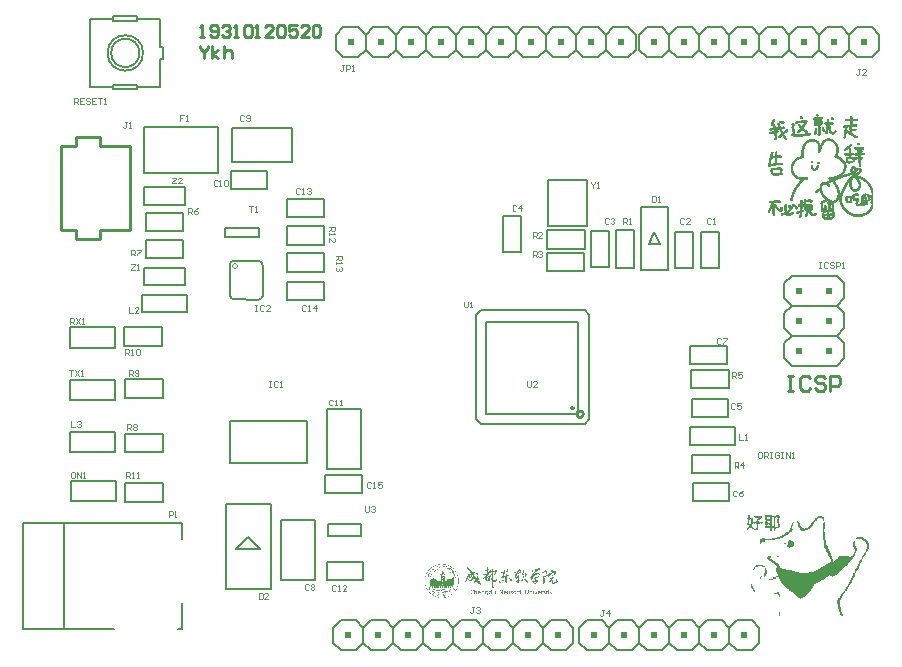
<source format=gto>
G04*
G04 #@! TF.GenerationSoftware,Altium Limited,Altium Designer,22.2.1 (43)*
G04*
G04 Layer_Color=65535*
%FSLAX25Y25*%
%MOIN*%
G70*
G04*
G04 #@! TF.SameCoordinates,7339C814-AE53-45AD-ACDF-668E24E4BB01*
G04*
G04*
G04 #@! TF.FilePolarity,Positive*
G04*
G01*
G75*
%ADD10C,0.01000*%
%ADD11C,0.00500*%
%ADD12C,0.00200*%
%ADD13C,0.00600*%
%ADD14C,0.00800*%
%ADD15C,0.00787*%
%ADD16C,0.00394*%
%ADD17R,0.02000X0.02000*%
G36*
X253592Y182506D02*
X253659D01*
Y182472D01*
X253725D01*
Y182439D01*
X253758D01*
Y182406D01*
X253791D01*
Y182373D01*
X253824D01*
Y182306D01*
X253857D01*
Y182273D01*
X253891D01*
Y182207D01*
X253924D01*
Y182174D01*
X253957D01*
Y182074D01*
X253990D01*
Y181809D01*
X253957D01*
Y181743D01*
X253924D01*
Y181676D01*
X253891D01*
Y181643D01*
X253857D01*
Y181610D01*
X253791D01*
Y181577D01*
X253758D01*
Y181544D01*
X253625D01*
Y181510D01*
X253526D01*
Y181544D01*
X253393D01*
Y181577D01*
X253327D01*
Y181610D01*
X253294D01*
Y181643D01*
X253260D01*
Y181676D01*
X253227D01*
Y181709D01*
X253194D01*
Y181776D01*
X253161D01*
Y181809D01*
X253128D01*
Y181875D01*
X253095D01*
Y181908D01*
X253061D01*
Y182008D01*
X253028D01*
Y182207D01*
X253061D01*
Y182306D01*
X253095D01*
Y182340D01*
X253128D01*
Y182406D01*
X253161D01*
Y182439D01*
X253194D01*
Y182472D01*
X253260D01*
Y182506D01*
X253360D01*
Y182539D01*
X253592D01*
Y182506D01*
D02*
G37*
G36*
X248185Y181643D02*
X248285D01*
Y181610D01*
X248351D01*
Y181577D01*
X248384D01*
Y181544D01*
X248417D01*
Y181510D01*
X248450D01*
Y181477D01*
X248483D01*
Y181444D01*
X248517D01*
Y181378D01*
X248550D01*
Y181311D01*
X248583D01*
Y181245D01*
X248616D01*
Y181145D01*
X248649D01*
Y180980D01*
X248616D01*
Y180880D01*
X248583D01*
Y180814D01*
X248550D01*
Y180780D01*
X248517D01*
Y180747D01*
X248483D01*
Y180714D01*
X248450D01*
Y180681D01*
X248384D01*
Y180648D01*
X248052D01*
Y180681D01*
X247986D01*
Y180714D01*
X247953D01*
Y180747D01*
X247920D01*
Y180780D01*
X247886D01*
Y180814D01*
X247853D01*
Y180847D01*
X247820D01*
Y180913D01*
X247787D01*
Y180946D01*
Y180980D01*
X247754D01*
Y181046D01*
X247721D01*
Y181112D01*
X247687D01*
Y181344D01*
X247721D01*
Y181444D01*
X247754D01*
Y181477D01*
X247787D01*
Y181510D01*
X247820D01*
Y181544D01*
X247853D01*
Y181577D01*
X247886D01*
Y181610D01*
X247953D01*
Y181643D01*
X248052D01*
Y181676D01*
X248185D01*
Y181643D01*
D02*
G37*
G36*
X258502Y181378D02*
X258568D01*
Y181344D01*
X258634D01*
Y181311D01*
X258668D01*
Y181278D01*
X258701D01*
Y181245D01*
X258734D01*
Y181212D01*
X258767D01*
Y181178D01*
X258800D01*
Y181112D01*
X258834D01*
Y181079D01*
X258867D01*
Y181046D01*
X258900D01*
Y180980D01*
X258933D01*
Y180946D01*
X258966D01*
Y180913D01*
X258999D01*
Y180847D01*
X259033D01*
Y180581D01*
Y180548D01*
Y180515D01*
X258999D01*
Y180449D01*
X258966D01*
Y180416D01*
X258933D01*
Y180382D01*
X258900D01*
Y180349D01*
X258867D01*
Y180316D01*
X258834D01*
Y180283D01*
X258734D01*
Y180250D01*
X258502D01*
Y180283D01*
X258402D01*
Y180316D01*
X258369D01*
Y180349D01*
X258336D01*
Y180382D01*
X258303D01*
Y180416D01*
X258270D01*
Y180449D01*
X258236D01*
Y180482D01*
X258203D01*
Y180548D01*
X258170D01*
Y180581D01*
X258137D01*
Y180615D01*
X258104D01*
Y180648D01*
X258070D01*
Y180714D01*
X258037D01*
Y180747D01*
X258004D01*
Y180814D01*
X257971D01*
Y181145D01*
X258004D01*
Y181212D01*
X258037D01*
Y181245D01*
X258070D01*
Y181278D01*
X258104D01*
Y181311D01*
X258137D01*
Y181344D01*
X258203D01*
Y181378D01*
X258270D01*
Y181411D01*
X258502D01*
Y181378D01*
D02*
G37*
G36*
X264937Y181776D02*
X265004D01*
Y181743D01*
X265070D01*
Y181709D01*
X265136D01*
Y181676D01*
X265170D01*
Y181610D01*
X265203D01*
Y181544D01*
X265236D01*
Y181477D01*
X265269D01*
Y180780D01*
X266463D01*
Y180747D01*
X266828D01*
Y180714D01*
X266895D01*
Y180681D01*
X266928D01*
Y180648D01*
X266994D01*
Y180615D01*
X267027D01*
Y180548D01*
X267060D01*
Y180482D01*
X267093D01*
Y180349D01*
X267127D01*
Y180283D01*
X267093D01*
Y180150D01*
X267060D01*
Y180084D01*
X267027D01*
Y180051D01*
X266994D01*
Y180017D01*
X266961D01*
Y179984D01*
X266928D01*
Y179951D01*
X266861D01*
Y179918D01*
X266762D01*
Y179885D01*
X266596D01*
Y179918D01*
X265634D01*
Y179951D01*
X265269D01*
Y179918D01*
X265236D01*
Y178989D01*
X265435D01*
Y179022D01*
X265999D01*
Y179056D01*
X266463D01*
Y179022D01*
X266596D01*
Y178989D01*
X266662D01*
Y178956D01*
X266729D01*
Y178923D01*
X266762D01*
Y178890D01*
X266795D01*
Y178823D01*
X266828D01*
Y178790D01*
X266861D01*
Y178425D01*
X266828D01*
Y178392D01*
X266795D01*
Y178326D01*
X266762D01*
Y178293D01*
X266729D01*
Y178259D01*
X266662D01*
Y178226D01*
X266629D01*
Y178193D01*
X266065D01*
Y178160D01*
X265435D01*
Y178127D01*
X265103D01*
Y178094D01*
X265004D01*
Y177928D01*
X265037D01*
Y177530D01*
X265070D01*
Y177496D01*
X265103D01*
Y177530D01*
X265369D01*
Y177563D01*
X266264D01*
Y177530D01*
X266364D01*
Y177496D01*
X266430D01*
Y177463D01*
X266463D01*
Y177430D01*
X266496D01*
Y177397D01*
X266530D01*
Y177364D01*
X266563D01*
Y177264D01*
X266596D01*
Y176966D01*
X266563D01*
Y176899D01*
X266530D01*
Y176866D01*
X266496D01*
Y176833D01*
X266463D01*
Y176800D01*
X266430D01*
Y176767D01*
X266397D01*
Y176733D01*
X266331D01*
Y176700D01*
X265402D01*
Y176667D01*
X265136D01*
Y176634D01*
X265103D01*
Y176302D01*
Y176269D01*
Y175970D01*
X265136D01*
Y175937D01*
X265170D01*
Y175904D01*
X265236D01*
Y175871D01*
X265302D01*
Y175838D01*
X265335D01*
Y175804D01*
X265402D01*
Y175771D01*
X265468D01*
Y175738D01*
X265534D01*
Y175705D01*
X265568D01*
Y175672D01*
X265634D01*
Y175639D01*
X265700D01*
Y175605D01*
X265767D01*
Y175572D01*
X265800D01*
Y175539D01*
X265899D01*
Y175506D01*
X265932D01*
Y175473D01*
X265999D01*
Y175440D01*
X266065D01*
Y175407D01*
X266131D01*
Y175373D01*
X266198D01*
Y175340D01*
X266264D01*
Y175307D01*
X266364D01*
Y175274D01*
X266430D01*
Y175241D01*
X266496D01*
Y175207D01*
X266596D01*
Y175174D01*
X266662D01*
Y175141D01*
X266729D01*
Y175108D01*
X266828D01*
Y175075D01*
X266895D01*
Y175042D01*
X266928D01*
Y175008D01*
X266961D01*
Y174975D01*
X266994D01*
Y174942D01*
X267027D01*
Y174876D01*
X267060D01*
Y174544D01*
X267027D01*
Y174478D01*
X266994D01*
Y174411D01*
X266961D01*
Y174378D01*
X266928D01*
Y174345D01*
X266861D01*
Y174312D01*
X266795D01*
Y174279D01*
X266496D01*
Y174312D01*
X266430D01*
Y174345D01*
X266331D01*
Y174378D01*
X266264D01*
Y174411D01*
X266165D01*
Y174444D01*
X266098D01*
Y174478D01*
X266032D01*
Y174511D01*
X265932D01*
Y174544D01*
X265866D01*
Y174577D01*
X265800D01*
Y174610D01*
X265733D01*
Y174644D01*
X265667D01*
Y174677D01*
X265601D01*
Y174710D01*
X265534D01*
Y174743D01*
X265468D01*
Y174776D01*
X265435D01*
Y174809D01*
X265369D01*
Y174843D01*
X265302D01*
Y174876D01*
X265236D01*
Y174909D01*
X265170D01*
Y174942D01*
X265103D01*
Y174975D01*
X265070D01*
Y175008D01*
X265004D01*
Y175042D01*
X264937D01*
Y175075D01*
X264871D01*
Y175108D01*
X264838D01*
Y175141D01*
X264771D01*
Y175174D01*
X264738D01*
Y175207D01*
X264672D01*
Y175241D01*
X264606D01*
Y175274D01*
X264572D01*
Y175307D01*
X264506D01*
Y175340D01*
X264473D01*
Y175373D01*
X264406D01*
Y175407D01*
X264340D01*
Y175440D01*
X264307D01*
Y175473D01*
X264274D01*
Y175506D01*
X264208D01*
Y175539D01*
X264174D01*
Y175572D01*
X264108D01*
Y175605D01*
X264075D01*
Y175639D01*
X264008D01*
Y175672D01*
X263975D01*
Y175705D01*
X263942D01*
Y175738D01*
X263876D01*
Y175771D01*
X263843D01*
Y175804D01*
X263776D01*
Y175838D01*
X263743D01*
Y175871D01*
X263710D01*
Y175904D01*
X263644D01*
Y175937D01*
X263610D01*
Y175970D01*
X263577D01*
Y176004D01*
X263544D01*
Y176037D01*
X263478D01*
Y176070D01*
X263444D01*
Y176103D01*
X263411D01*
Y176136D01*
X263345D01*
Y176169D01*
X263312D01*
Y176136D01*
X263279D01*
Y175904D01*
X263246D01*
Y175705D01*
X263212D01*
Y175506D01*
X263179D01*
Y175274D01*
X263146D01*
Y174975D01*
X263113D01*
Y174544D01*
X263080D01*
Y174444D01*
X263046D01*
Y174345D01*
X263013D01*
Y174312D01*
X262980D01*
Y174279D01*
X262947D01*
Y174245D01*
X262881D01*
Y174212D01*
X262847D01*
Y174179D01*
X262682D01*
Y174146D01*
X262615D01*
Y174179D01*
X262483D01*
Y174212D01*
X262416D01*
Y174245D01*
X262383D01*
Y174279D01*
X262350D01*
Y174312D01*
X262317D01*
Y174345D01*
X262283D01*
Y174411D01*
X262250D01*
Y174544D01*
X262217D01*
Y174644D01*
X262250D01*
Y175008D01*
X262283D01*
Y175274D01*
X262317D01*
Y175539D01*
X262350D01*
Y175804D01*
X262383D01*
Y176004D01*
X262416D01*
Y176203D01*
X262449D01*
Y176368D01*
X262483D01*
Y176601D01*
X262516D01*
Y176800D01*
X262549D01*
Y177032D01*
X262582D01*
Y177198D01*
X262615D01*
Y177297D01*
X262648D01*
Y177463D01*
X262682D01*
Y177530D01*
X262715D01*
Y177563D01*
X262748D01*
Y177596D01*
X262781D01*
Y177629D01*
X262814D01*
Y177662D01*
X262881D01*
Y177695D01*
X262947D01*
Y177729D01*
X263179D01*
Y177695D01*
X263246D01*
Y177662D01*
X263312D01*
Y177629D01*
X263345D01*
Y177596D01*
X263378D01*
Y177563D01*
X263411D01*
Y177530D01*
X263444D01*
Y177463D01*
X263478D01*
Y177331D01*
X263511D01*
Y177264D01*
X263478D01*
Y177165D01*
X263511D01*
Y177131D01*
X263544D01*
Y177098D01*
X263577D01*
Y177065D01*
X263610D01*
Y177032D01*
X263677D01*
Y176999D01*
X263710D01*
Y176966D01*
X263743D01*
Y176932D01*
X263776D01*
Y176899D01*
X263809D01*
Y176866D01*
X263843D01*
Y176833D01*
X263909D01*
Y176800D01*
X263942D01*
Y176767D01*
X263975D01*
Y176733D01*
X264042D01*
Y176700D01*
X264075D01*
Y176667D01*
X264108D01*
Y176634D01*
X264141D01*
Y176601D01*
X264241D01*
Y176932D01*
X264208D01*
Y177430D01*
X264174D01*
Y177894D01*
X264141D01*
Y177994D01*
X264042D01*
Y177961D01*
X263843D01*
Y177928D01*
X263610D01*
Y177894D01*
X263411D01*
Y177861D01*
X263246D01*
Y177828D01*
X263046D01*
Y177795D01*
X262847D01*
Y177762D01*
X262682D01*
Y177729D01*
X262516D01*
Y177695D01*
X262184D01*
Y177729D01*
X262118D01*
Y177762D01*
X262051D01*
Y177795D01*
X262018D01*
Y177828D01*
X261985D01*
Y177894D01*
X261952D01*
Y177961D01*
X261919D01*
Y178094D01*
X261885D01*
Y178127D01*
X261919D01*
Y178293D01*
X261952D01*
Y178359D01*
X261985D01*
Y178392D01*
X262018D01*
Y178425D01*
X262051D01*
Y178458D01*
X262084D01*
Y178491D01*
X262151D01*
Y178525D01*
X262250D01*
Y178558D01*
X262416D01*
Y178591D01*
X262582D01*
Y178624D01*
X262814D01*
Y178657D01*
X263013D01*
Y178691D01*
X263146D01*
Y178724D01*
X263378D01*
Y178757D01*
X263577D01*
Y178790D01*
X263809D01*
Y178823D01*
X264042D01*
Y178856D01*
X264208D01*
Y178890D01*
X264373D01*
Y179918D01*
X264340D01*
Y179951D01*
X263146D01*
Y179984D01*
X263080D01*
Y180017D01*
X263013D01*
Y180051D01*
X262980D01*
Y180084D01*
X262947D01*
Y180117D01*
X262914D01*
Y180183D01*
X262881D01*
Y180283D01*
X262847D01*
Y180482D01*
X262881D01*
Y180581D01*
X262914D01*
Y180615D01*
X262947D01*
Y180648D01*
X262980D01*
Y180681D01*
X263013D01*
Y180714D01*
X263046D01*
Y180747D01*
X263080D01*
Y180780D01*
X263212D01*
Y180814D01*
X264406D01*
Y181510D01*
X264440D01*
Y181577D01*
X264473D01*
Y181643D01*
X264506D01*
Y181676D01*
X264539D01*
Y181709D01*
X264572D01*
Y181743D01*
X264639D01*
Y181776D01*
X264705D01*
Y181809D01*
X264937D01*
Y181776D01*
D02*
G37*
G36*
X239062Y180681D02*
X239162D01*
Y180648D01*
X239195D01*
Y180615D01*
X239261D01*
Y180581D01*
X239295D01*
Y180515D01*
X239328D01*
Y180449D01*
X239361D01*
Y180349D01*
X239394D01*
Y180217D01*
X239361D01*
Y180117D01*
X239328D01*
Y180051D01*
X239295D01*
Y179951D01*
X239261D01*
Y179885D01*
X239228D01*
Y179785D01*
X239195D01*
Y179719D01*
X239162D01*
Y179619D01*
X239129D01*
Y179553D01*
X239096D01*
Y179487D01*
X239062D01*
Y179387D01*
X239029D01*
Y179321D01*
X238996D01*
Y179221D01*
X238963D01*
Y179155D01*
X239162D01*
Y179122D01*
X239228D01*
Y179089D01*
X239295D01*
Y179056D01*
X239328D01*
Y179022D01*
X239361D01*
Y178956D01*
X239394D01*
Y178890D01*
X239427D01*
Y178790D01*
X239460D01*
Y178691D01*
X239494D01*
Y178558D01*
X239527D01*
Y178425D01*
X239560D01*
Y178259D01*
X239593D01*
Y178160D01*
X239626D01*
Y178027D01*
X239660D01*
Y177928D01*
X239792D01*
Y177961D01*
X239991D01*
Y177994D01*
X240257D01*
Y178027D01*
X240456D01*
Y178060D01*
X240489D01*
Y178127D01*
X240456D01*
Y178226D01*
X240423D01*
Y178326D01*
X240389D01*
Y178425D01*
X240356D01*
Y178525D01*
X240323D01*
Y178657D01*
X240290D01*
Y178757D01*
X240257D01*
Y178856D01*
X240224D01*
Y178989D01*
X240190D01*
Y179155D01*
X240224D01*
Y179254D01*
X240257D01*
Y179288D01*
X240290D01*
Y179354D01*
X240323D01*
Y179387D01*
X240389D01*
Y179420D01*
X240423D01*
Y179454D01*
X240489D01*
Y179487D01*
X240721D01*
Y179520D01*
X240688D01*
Y179586D01*
X240655D01*
Y179885D01*
X240688D01*
Y179951D01*
X240721D01*
Y180017D01*
X240754D01*
Y180051D01*
X240787D01*
Y180084D01*
X240854D01*
Y180117D01*
X240887D01*
Y180150D01*
X241020D01*
Y180183D01*
X241152D01*
Y180150D01*
X241385D01*
Y180117D01*
X241550D01*
Y180084D01*
X241749D01*
Y180051D01*
X241915D01*
Y180017D01*
X242048D01*
Y179984D01*
X242214D01*
Y179951D01*
X242347D01*
Y179918D01*
X242413D01*
Y179885D01*
X242446D01*
Y179852D01*
X242512D01*
Y179818D01*
X242546D01*
Y179752D01*
X242579D01*
Y179686D01*
X242612D01*
Y179354D01*
X242579D01*
Y179288D01*
X242546D01*
Y179254D01*
X242512D01*
Y179221D01*
X242479D01*
Y179188D01*
X242446D01*
Y179155D01*
X242380D01*
Y179122D01*
X242280D01*
Y179089D01*
X242114D01*
Y179122D01*
X241949D01*
Y179155D01*
X241783D01*
Y179188D01*
X241650D01*
Y179221D01*
X241484D01*
Y179254D01*
X241318D01*
Y179288D01*
X241086D01*
Y179321D01*
X240986D01*
Y179288D01*
X241020D01*
Y179188D01*
X241053D01*
Y179089D01*
X241086D01*
Y178989D01*
X241119D01*
Y178856D01*
X241152D01*
Y178757D01*
X241185D01*
Y178657D01*
X241219D01*
Y178558D01*
X241252D01*
Y178458D01*
X241285D01*
Y178359D01*
X241318D01*
Y178259D01*
X241351D01*
Y178193D01*
X241385D01*
Y178160D01*
X241451D01*
Y178193D01*
X241783D01*
Y178226D01*
X242147D01*
Y178259D01*
X242181D01*
Y178226D01*
X242214D01*
Y178259D01*
X242280D01*
Y178226D01*
X242413D01*
Y178193D01*
X242479D01*
Y178160D01*
X242512D01*
Y178127D01*
X242546D01*
Y178094D01*
X242579D01*
Y178060D01*
X242612D01*
Y177994D01*
X242645D01*
Y177928D01*
X242678D01*
Y177729D01*
X242645D01*
Y177629D01*
X242612D01*
Y177563D01*
X242579D01*
Y177530D01*
X242546D01*
Y177496D01*
X242512D01*
Y177463D01*
X242479D01*
Y177430D01*
X242413D01*
Y177397D01*
X242280D01*
Y177364D01*
X241816D01*
Y177331D01*
X241716D01*
Y177231D01*
X241749D01*
Y177165D01*
X241783D01*
Y177065D01*
X241816D01*
Y176999D01*
X241849D01*
Y176932D01*
X241882D01*
Y176866D01*
X241915D01*
Y176767D01*
X241949D01*
Y176700D01*
X241982D01*
Y176634D01*
X242015D01*
Y176567D01*
X242048D01*
Y176501D01*
X242081D01*
Y176435D01*
X242114D01*
Y176402D01*
X242147D01*
Y176435D01*
X242214D01*
Y176468D01*
X242247D01*
Y176501D01*
X242280D01*
Y176534D01*
X242313D01*
Y176567D01*
X242347D01*
Y176601D01*
X242413D01*
Y176634D01*
X242446D01*
Y176667D01*
X242479D01*
Y176700D01*
X242512D01*
Y176733D01*
X242546D01*
Y176767D01*
X242579D01*
Y176800D01*
X242612D01*
Y176833D01*
X242678D01*
Y176866D01*
X242711D01*
Y176899D01*
X242745D01*
Y176932D01*
X242778D01*
Y176966D01*
X242811D01*
Y176999D01*
X242844D01*
Y177032D01*
X242911D01*
Y177065D01*
X242944D01*
Y177098D01*
X242977D01*
Y177131D01*
X243010D01*
Y177165D01*
X243043D01*
Y177198D01*
X243109D01*
Y177231D01*
X243143D01*
Y177264D01*
X243242D01*
Y177297D01*
X243508D01*
Y177264D01*
X243574D01*
Y177231D01*
X243607D01*
Y177198D01*
X243640D01*
Y177165D01*
X243673D01*
Y177131D01*
X243707D01*
Y177098D01*
X243740D01*
Y176999D01*
X243773D01*
Y176733D01*
X243740D01*
Y176667D01*
X243707D01*
Y176601D01*
X243673D01*
Y176567D01*
X243640D01*
Y176534D01*
X243607D01*
Y176501D01*
X243574D01*
Y176468D01*
X243541D01*
Y176435D01*
X243474D01*
Y176402D01*
X243441D01*
Y176368D01*
X243408D01*
Y176335D01*
X243375D01*
Y176302D01*
X243342D01*
Y176269D01*
X243308D01*
Y176236D01*
X243275D01*
Y176203D01*
X243209D01*
Y176169D01*
X243176D01*
Y176136D01*
X243143D01*
Y176103D01*
X243109D01*
Y176070D01*
X243076D01*
Y176037D01*
X243010D01*
Y176004D01*
X242977D01*
Y175970D01*
X242944D01*
Y175937D01*
X242911D01*
Y175904D01*
X242877D01*
Y175871D01*
X242811D01*
Y175838D01*
X242778D01*
Y175804D01*
X242745D01*
Y175771D01*
X242711D01*
Y175738D01*
X242678D01*
Y175705D01*
X242612D01*
Y175672D01*
X242579D01*
Y175639D01*
X242546D01*
Y175539D01*
X242579D01*
Y175473D01*
X242612D01*
Y175407D01*
X242645D01*
Y175373D01*
X242678D01*
Y175307D01*
X242711D01*
Y175274D01*
X242745D01*
Y175207D01*
X242778D01*
Y175141D01*
X242811D01*
Y175108D01*
X242844D01*
Y175042D01*
X242877D01*
Y175008D01*
X242911D01*
Y174942D01*
X242944D01*
Y174909D01*
X242977D01*
Y174843D01*
X243010D01*
Y174809D01*
X243043D01*
Y174776D01*
X243076D01*
Y174710D01*
X243109D01*
Y174677D01*
X243143D01*
Y174644D01*
X243176D01*
Y174577D01*
X243209D01*
Y174544D01*
X243242D01*
Y174511D01*
X243275D01*
Y174478D01*
X243308D01*
Y174444D01*
X243342D01*
Y174411D01*
X243375D01*
Y174345D01*
X243408D01*
Y174212D01*
X243441D01*
Y174113D01*
X243408D01*
Y173980D01*
X243375D01*
Y173914D01*
X243342D01*
Y173881D01*
X243308D01*
Y173847D01*
X243275D01*
Y173814D01*
X243242D01*
Y173781D01*
X243143D01*
Y173748D01*
X243010D01*
Y173715D01*
X242977D01*
Y173748D01*
X242844D01*
Y173781D01*
X242778D01*
Y173814D01*
X242711D01*
Y173847D01*
X242678D01*
Y173881D01*
X242645D01*
Y173914D01*
X242612D01*
Y173980D01*
X242579D01*
Y174013D01*
X242546D01*
Y174046D01*
X242512D01*
Y174080D01*
X242479D01*
Y174113D01*
X242446D01*
Y174179D01*
X242413D01*
Y174212D01*
X242380D01*
Y174245D01*
X242347D01*
Y174312D01*
X242313D01*
Y174345D01*
X242280D01*
Y174378D01*
X242247D01*
Y174444D01*
X242214D01*
Y174511D01*
X242181D01*
Y174544D01*
X242147D01*
Y174577D01*
X242114D01*
Y174644D01*
X242081D01*
Y174710D01*
X242048D01*
Y174743D01*
X242015D01*
Y174809D01*
X241982D01*
Y174876D01*
X241949D01*
Y174909D01*
X241915D01*
Y174975D01*
X241882D01*
Y175042D01*
X241816D01*
Y175008D01*
X241783D01*
Y174975D01*
X241749D01*
Y174942D01*
X241716D01*
Y174909D01*
X241650D01*
Y174876D01*
X241617D01*
Y174843D01*
X241584D01*
Y174809D01*
X241550D01*
Y174776D01*
X241484D01*
Y174743D01*
X241451D01*
Y174710D01*
X241418D01*
Y174677D01*
X241385D01*
Y174644D01*
X241318D01*
Y174610D01*
X241285D01*
Y174577D01*
X241252D01*
Y174544D01*
X241219D01*
Y174511D01*
X241185D01*
Y174478D01*
X241119D01*
Y174444D01*
X241086D01*
Y174411D01*
X241053D01*
Y174378D01*
X240986D01*
Y174345D01*
X240854D01*
Y174312D01*
X240787D01*
Y174345D01*
X240655D01*
Y174378D01*
X240588D01*
Y174411D01*
X240522D01*
Y174444D01*
X240489D01*
Y174511D01*
X240456D01*
Y174544D01*
X240423D01*
Y174610D01*
X240389D01*
Y174909D01*
X240423D01*
Y174975D01*
X240456D01*
Y175008D01*
X240489D01*
Y175075D01*
X240555D01*
Y175108D01*
X240588D01*
Y175141D01*
X240621D01*
Y175174D01*
X240655D01*
Y175207D01*
X240688D01*
Y175241D01*
X240754D01*
Y175274D01*
X240787D01*
Y175307D01*
X240821D01*
Y175340D01*
X240854D01*
Y175373D01*
X240887D01*
Y175407D01*
X240953D01*
Y175440D01*
X240986D01*
Y175473D01*
X241020D01*
Y175506D01*
X241086D01*
Y175539D01*
X241119D01*
Y175572D01*
X241152D01*
Y175605D01*
X241185D01*
Y175639D01*
X241219D01*
Y175672D01*
X241285D01*
Y175705D01*
X241318D01*
Y175738D01*
X241351D01*
Y175771D01*
X241385D01*
Y175804D01*
X241418D01*
Y175871D01*
X241385D01*
Y175937D01*
X241351D01*
Y176037D01*
X241318D01*
Y176103D01*
X241285D01*
Y176169D01*
X241252D01*
Y176236D01*
X241219D01*
Y176302D01*
X241185D01*
Y176368D01*
X241152D01*
Y176435D01*
X241119D01*
Y176534D01*
X241086D01*
Y176601D01*
X241053D01*
Y176667D01*
X241020D01*
Y176733D01*
X240986D01*
Y176833D01*
X240953D01*
Y176899D01*
X240920D01*
Y176966D01*
X240887D01*
Y177065D01*
X240854D01*
Y177165D01*
X240821D01*
Y177198D01*
X240787D01*
Y177231D01*
X240754D01*
Y177198D01*
X240522D01*
Y177165D01*
X240290D01*
Y177131D01*
X240058D01*
Y177098D01*
X239859D01*
Y176932D01*
X239892D01*
Y176899D01*
X240024D01*
Y176932D01*
X240124D01*
Y176966D01*
X240389D01*
Y176932D01*
X240456D01*
Y176899D01*
X240522D01*
Y176866D01*
X240555D01*
Y176833D01*
X240588D01*
Y176767D01*
X240621D01*
Y176733D01*
X240655D01*
Y176601D01*
X240688D01*
Y176468D01*
X240655D01*
Y176335D01*
X240621D01*
Y176302D01*
X240588D01*
Y176236D01*
X240555D01*
Y176203D01*
X240489D01*
Y176169D01*
X240456D01*
Y176136D01*
X240356D01*
Y176103D01*
X240257D01*
Y176070D01*
X240124D01*
Y176037D01*
X240024D01*
Y175871D01*
X240058D01*
Y175572D01*
X240091D01*
Y175174D01*
X240124D01*
Y174444D01*
X240091D01*
Y174212D01*
X240058D01*
Y174080D01*
X240024D01*
Y173980D01*
X239991D01*
Y173914D01*
X239958D01*
Y173847D01*
X239925D01*
Y173814D01*
X239892D01*
Y173748D01*
X239825D01*
Y173681D01*
X239759D01*
Y173648D01*
X239726D01*
Y173615D01*
X239626D01*
Y173582D01*
X239427D01*
Y173615D01*
X239361D01*
Y173648D01*
X239295D01*
Y173681D01*
X239261D01*
Y173715D01*
X239228D01*
Y173748D01*
X239195D01*
Y173781D01*
X239162D01*
Y173814D01*
X239129D01*
Y173914D01*
X239096D01*
Y174146D01*
X239129D01*
Y174212D01*
X239162D01*
Y174279D01*
X239195D01*
Y174312D01*
X239228D01*
Y174511D01*
X239261D01*
Y175075D01*
X239228D01*
Y175506D01*
X239195D01*
Y175804D01*
X239029D01*
Y175771D01*
X238863D01*
Y175738D01*
X238731D01*
Y175705D01*
X238532D01*
Y175672D01*
X238333D01*
Y175639D01*
X238134D01*
Y175605D01*
X237934D01*
Y175572D01*
X237802D01*
Y175605D01*
X237669D01*
Y175639D01*
X237603D01*
Y175672D01*
X237570D01*
Y175705D01*
X237537D01*
Y175738D01*
X237503D01*
Y175804D01*
X237470D01*
Y175838D01*
X237437D01*
Y175970D01*
X237404D01*
Y176070D01*
X237437D01*
Y176169D01*
X237470D01*
Y176236D01*
X237503D01*
Y176302D01*
X237537D01*
Y176335D01*
X237570D01*
Y176368D01*
X237636D01*
Y176402D01*
X237702D01*
Y176435D01*
X237835D01*
Y176468D01*
X238067D01*
Y176501D01*
X238299D01*
Y176534D01*
X238465D01*
Y176567D01*
X238631D01*
Y176601D01*
X238764D01*
Y176634D01*
X238930D01*
Y176667D01*
X239029D01*
Y176866D01*
X238996D01*
Y176966D01*
X238830D01*
Y176932D01*
X238565D01*
Y176899D01*
X238299D01*
Y176866D01*
X237934D01*
Y176833D01*
X237901D01*
Y176866D01*
X237769D01*
Y176899D01*
X237702D01*
Y176932D01*
X237669D01*
Y176966D01*
X237636D01*
Y176999D01*
X237603D01*
Y177032D01*
X237570D01*
Y177065D01*
X237537D01*
Y177165D01*
X237503D01*
Y177397D01*
X237537D01*
Y177496D01*
X237570D01*
Y177530D01*
X237603D01*
Y177596D01*
X237669D01*
Y177629D01*
X237702D01*
Y177662D01*
X237769D01*
Y177695D01*
X237901D01*
Y177729D01*
X238200D01*
Y177762D01*
X238532D01*
Y177795D01*
X238764D01*
Y177828D01*
X238797D01*
Y177928D01*
X238764D01*
Y178060D01*
X238731D01*
Y178193D01*
X238698D01*
Y178326D01*
X238664D01*
Y178458D01*
X238565D01*
Y178425D01*
X238498D01*
Y178392D01*
X238167D01*
Y178425D01*
X238100D01*
Y178458D01*
X238067D01*
Y178491D01*
X238034D01*
Y178525D01*
X238001D01*
Y178558D01*
X237968D01*
Y178624D01*
X237934D01*
Y178691D01*
X237901D01*
Y178890D01*
X237934D01*
Y178989D01*
X237968D01*
Y179089D01*
X238001D01*
Y179155D01*
X238034D01*
Y179221D01*
X238067D01*
Y179321D01*
X238100D01*
Y179387D01*
X238134D01*
Y179487D01*
X238167D01*
Y179553D01*
X238200D01*
Y179653D01*
X238233D01*
Y179719D01*
X238266D01*
Y179785D01*
X238299D01*
Y179885D01*
X238333D01*
Y179951D01*
X238366D01*
Y180017D01*
X238399D01*
Y180117D01*
X238432D01*
Y180183D01*
X238465D01*
Y180283D01*
X238498D01*
Y180349D01*
X238532D01*
Y180449D01*
X238565D01*
Y180515D01*
X238598D01*
Y180548D01*
X238631D01*
Y180581D01*
X238664D01*
Y180615D01*
X238698D01*
Y180648D01*
X238731D01*
Y180681D01*
X238830D01*
Y180714D01*
X239062D01*
Y180681D01*
D02*
G37*
G36*
X245432Y179354D02*
X245564D01*
Y179321D01*
X245664D01*
Y179288D01*
X245830D01*
Y179254D01*
X245896D01*
Y179221D01*
X245929D01*
Y179188D01*
X245962D01*
Y179155D01*
X245996D01*
Y179122D01*
X246029D01*
Y179089D01*
X246062D01*
Y178989D01*
X246095D01*
Y178724D01*
X246062D01*
Y178657D01*
X246029D01*
Y178591D01*
X245996D01*
Y178558D01*
X245962D01*
Y178525D01*
X245929D01*
Y178491D01*
X245863D01*
Y178458D01*
X245763D01*
Y178425D01*
X245598D01*
Y178458D01*
X245432D01*
Y178491D01*
X245332D01*
Y178525D01*
X245199D01*
Y178558D01*
X245100D01*
Y178591D01*
X245067D01*
Y178624D01*
X245000D01*
Y178657D01*
X244967D01*
Y178724D01*
X244934D01*
Y178757D01*
X244901D01*
Y178856D01*
X244868D01*
Y179056D01*
X244901D01*
Y179155D01*
X244934D01*
Y179221D01*
X244967D01*
Y179254D01*
X245000D01*
Y179288D01*
X245034D01*
Y179321D01*
X245100D01*
Y179354D01*
X245199D01*
Y179387D01*
X245432D01*
Y179354D01*
D02*
G37*
G36*
X249744Y180349D02*
X249910D01*
Y180316D01*
X249976D01*
Y180283D01*
X250043D01*
Y180250D01*
X250109D01*
Y180183D01*
X250142D01*
Y180150D01*
X250175D01*
Y180084D01*
X250208D01*
Y179984D01*
X250242D01*
Y179852D01*
X250208D01*
Y179752D01*
X250175D01*
Y179653D01*
X250142D01*
Y179586D01*
X250109D01*
Y179520D01*
X250076D01*
Y179487D01*
X250043D01*
Y179420D01*
X250009D01*
Y179387D01*
X249976D01*
Y179321D01*
X249943D01*
Y179254D01*
X249910D01*
Y179221D01*
X249877D01*
Y179155D01*
X249844D01*
Y179089D01*
X249810D01*
Y179056D01*
X249777D01*
Y178989D01*
X249744D01*
Y178923D01*
X249711D01*
Y178890D01*
X249678D01*
Y178823D01*
X249645D01*
Y178790D01*
X249611D01*
Y178724D01*
X249578D01*
Y178657D01*
X249545D01*
Y178624D01*
X249512D01*
Y178558D01*
X249479D01*
Y178491D01*
X249446D01*
Y178458D01*
X249412D01*
Y178392D01*
X249379D01*
Y178359D01*
X249346D01*
Y178326D01*
X249313D01*
Y178259D01*
X249280D01*
Y178193D01*
X249247D01*
Y178160D01*
X249213D01*
Y178094D01*
X249180D01*
Y178060D01*
X249147D01*
Y177994D01*
X249114D01*
Y177961D01*
X249081D01*
Y177894D01*
X249047D01*
Y177861D01*
X249014D01*
Y177828D01*
X248981D01*
Y177762D01*
X248948D01*
Y177695D01*
X248981D01*
Y177662D01*
X249014D01*
Y177629D01*
X249047D01*
Y177596D01*
X249081D01*
Y177563D01*
X249114D01*
Y177530D01*
X249147D01*
Y177496D01*
X249180D01*
Y177463D01*
X249247D01*
Y177430D01*
X249280D01*
Y177397D01*
X249313D01*
Y177364D01*
X249346D01*
Y177331D01*
X249379D01*
Y177297D01*
X249446D01*
Y177264D01*
X249479D01*
Y177231D01*
X249512D01*
Y177198D01*
X249578D01*
Y177165D01*
X249611D01*
Y177131D01*
X249645D01*
Y177098D01*
X249678D01*
Y177065D01*
X249744D01*
Y177032D01*
X249777D01*
Y176999D01*
X249844D01*
Y176966D01*
X249877D01*
Y176932D01*
X249943D01*
Y176899D01*
X249976D01*
Y176866D01*
X250043D01*
Y176833D01*
X250109D01*
Y176800D01*
X250142D01*
Y176767D01*
X250175D01*
Y176733D01*
X250242D01*
Y176700D01*
X250275D01*
Y176667D01*
X250308D01*
Y176601D01*
X250341D01*
Y176534D01*
X250374D01*
Y176236D01*
X250341D01*
Y176169D01*
X250308D01*
Y176136D01*
X250275D01*
Y176103D01*
X250242D01*
Y176070D01*
X250208D01*
Y176037D01*
X250607D01*
Y176070D01*
X250905D01*
Y176037D01*
X251071D01*
Y176004D01*
X251137D01*
Y175970D01*
X251204D01*
Y175937D01*
X251237D01*
Y175904D01*
X251270D01*
Y175838D01*
X251303D01*
Y175771D01*
X251336D01*
Y175672D01*
X251370D01*
Y175572D01*
X251336D01*
Y175473D01*
X251303D01*
Y175407D01*
X251270D01*
Y175340D01*
X251237D01*
Y175307D01*
X251204D01*
Y175274D01*
X251137D01*
Y175241D01*
X251071D01*
Y175207D01*
X250972D01*
Y175174D01*
X250938D01*
Y175207D01*
X250607D01*
Y175174D01*
X250275D01*
Y175141D01*
X250043D01*
Y175108D01*
X249877D01*
Y175075D01*
X249678D01*
Y175042D01*
X249446D01*
Y175008D01*
X249280D01*
Y174975D01*
X249081D01*
Y174942D01*
X248882D01*
Y174909D01*
X248649D01*
Y174876D01*
X248285D01*
Y174843D01*
X247986D01*
Y174809D01*
X247555D01*
Y174776D01*
X246360D01*
Y174809D01*
X245962D01*
Y174843D01*
X245697D01*
Y174876D01*
X245398D01*
Y174909D01*
X245233D01*
Y174942D01*
X245100D01*
Y174975D01*
X245034D01*
Y175008D01*
X244967D01*
Y175042D01*
X244934D01*
Y175075D01*
X244868D01*
Y175141D01*
X244834D01*
Y175207D01*
X244801D01*
Y175307D01*
X244768D01*
Y175473D01*
X244801D01*
Y175572D01*
X244834D01*
Y175639D01*
X244868D01*
Y175672D01*
X244901D01*
Y175705D01*
X244934D01*
Y175738D01*
X244967D01*
Y175771D01*
X245000D01*
Y175804D01*
X245034D01*
Y175838D01*
X245133D01*
Y175871D01*
X245199D01*
Y175904D01*
X245233D01*
Y175937D01*
X245266D01*
Y176037D01*
X245299D01*
Y176236D01*
X245266D01*
Y176468D01*
X245233D01*
Y176667D01*
X245199D01*
Y176767D01*
X245166D01*
Y176899D01*
X245133D01*
Y177032D01*
X245100D01*
Y177198D01*
X245067D01*
Y177496D01*
X245034D01*
Y177596D01*
X245000D01*
Y177662D01*
X244967D01*
Y177729D01*
X244934D01*
Y177762D01*
X244901D01*
Y177828D01*
X244868D01*
Y178127D01*
X244901D01*
Y178193D01*
X244934D01*
Y178259D01*
X244967D01*
Y178293D01*
X245034D01*
Y178326D01*
X245067D01*
Y178359D01*
X245133D01*
Y178392D01*
X245266D01*
Y178425D01*
X245299D01*
Y178392D01*
X245465D01*
Y178359D01*
X245498D01*
Y178326D01*
X245564D01*
Y178293D01*
X245598D01*
Y178259D01*
X245631D01*
Y178226D01*
X245664D01*
Y178193D01*
X245697D01*
Y178127D01*
X245730D01*
Y178060D01*
X245763D01*
Y177994D01*
X245796D01*
Y177928D01*
X245830D01*
Y177861D01*
X245863D01*
Y177762D01*
X245896D01*
Y177530D01*
X245929D01*
Y177297D01*
X245962D01*
Y177131D01*
X245996D01*
Y176999D01*
X246029D01*
Y176866D01*
X246062D01*
Y176700D01*
X246095D01*
Y176567D01*
X246128D01*
Y176335D01*
X246161D01*
Y176004D01*
X246128D01*
Y175771D01*
X246095D01*
Y175672D01*
X246427D01*
Y175639D01*
X247521D01*
Y175672D01*
X248019D01*
Y175705D01*
X248318D01*
Y175738D01*
X248550D01*
Y175771D01*
X248815D01*
Y175804D01*
X249014D01*
Y175838D01*
X249213D01*
Y175871D01*
X249412D01*
Y175904D01*
X249611D01*
Y175937D01*
X249777D01*
Y175970D01*
X249810D01*
Y176004D01*
X249744D01*
Y176037D01*
X249678D01*
Y176070D01*
X249645D01*
Y176103D01*
X249578D01*
Y176136D01*
X249545D01*
Y176169D01*
X249479D01*
Y176203D01*
X249446D01*
Y176236D01*
X249379D01*
Y176269D01*
X249346D01*
Y176302D01*
X249280D01*
Y176335D01*
X249247D01*
Y176368D01*
X249180D01*
Y176402D01*
X249147D01*
Y176435D01*
X249081D01*
Y176468D01*
X249047D01*
Y176501D01*
X249014D01*
Y176534D01*
X248981D01*
Y176567D01*
X248915D01*
Y176601D01*
X248882D01*
Y176634D01*
X248848D01*
Y176667D01*
X248782D01*
Y176700D01*
X248749D01*
Y176733D01*
X248716D01*
Y176767D01*
X248683D01*
Y176800D01*
X248649D01*
Y176833D01*
X248583D01*
Y176866D01*
X248550D01*
Y176899D01*
X248517D01*
Y176932D01*
X248483D01*
Y176966D01*
X248450D01*
Y176999D01*
X248384D01*
Y176966D01*
X248351D01*
Y176932D01*
X248318D01*
Y176899D01*
X248285D01*
Y176833D01*
X248251D01*
Y176800D01*
X248218D01*
Y176767D01*
X248185D01*
Y176733D01*
X248152D01*
Y176667D01*
X248085D01*
Y176601D01*
X248052D01*
Y176567D01*
X248019D01*
Y176534D01*
X247986D01*
Y176501D01*
X247953D01*
Y176468D01*
X247920D01*
Y176435D01*
X247886D01*
Y176368D01*
X247853D01*
Y176335D01*
X247820D01*
Y176302D01*
X247787D01*
Y176269D01*
X247754D01*
Y176236D01*
X247721D01*
Y176203D01*
X247687D01*
Y176169D01*
X247654D01*
Y176136D01*
X247621D01*
Y176103D01*
X247588D01*
Y176070D01*
X247521D01*
Y176037D01*
X247488D01*
Y176004D01*
X247455D01*
Y175970D01*
X247389D01*
Y175937D01*
X247323D01*
Y175904D01*
X247123D01*
Y175937D01*
X247024D01*
Y175970D01*
X246958D01*
Y176004D01*
X246924D01*
Y176037D01*
X246891D01*
Y176070D01*
X246858D01*
Y176103D01*
X246825D01*
Y176169D01*
X246792D01*
Y176501D01*
X246825D01*
Y176567D01*
X246858D01*
Y176601D01*
X246891D01*
Y176634D01*
X246924D01*
Y176667D01*
X246958D01*
Y176700D01*
X246991D01*
Y176733D01*
X247024D01*
Y176767D01*
X247057D01*
Y176800D01*
X247090D01*
Y176833D01*
X247123D01*
Y176866D01*
X247157D01*
Y176899D01*
X247190D01*
Y176932D01*
X247223D01*
Y176966D01*
X247256D01*
Y176999D01*
X247289D01*
Y177032D01*
X247323D01*
Y177065D01*
X247356D01*
Y177131D01*
X247389D01*
Y177165D01*
X247422D01*
Y177198D01*
X247455D01*
Y177231D01*
X247488D01*
Y177264D01*
X247521D01*
Y177331D01*
X247555D01*
Y177364D01*
X247588D01*
Y177397D01*
X247621D01*
Y177430D01*
X247654D01*
Y177463D01*
X247687D01*
Y177530D01*
X247721D01*
Y177563D01*
X247754D01*
Y177695D01*
X247721D01*
Y177729D01*
X247687D01*
Y177762D01*
X247654D01*
Y177795D01*
X247621D01*
Y177828D01*
X247588D01*
Y177861D01*
X247555D01*
Y177894D01*
X247521D01*
Y177928D01*
X247488D01*
Y177994D01*
X247455D01*
Y178027D01*
X247422D01*
Y178060D01*
X247389D01*
Y178094D01*
X247356D01*
Y178127D01*
X247323D01*
Y178160D01*
X247289D01*
Y178193D01*
X247256D01*
Y178259D01*
X247223D01*
Y178293D01*
X247190D01*
Y178326D01*
X247157D01*
Y178359D01*
X247123D01*
Y178392D01*
X247090D01*
Y178425D01*
X247057D01*
Y178491D01*
X247024D01*
Y178525D01*
X246991D01*
Y178624D01*
X246958D01*
Y178856D01*
X246991D01*
Y178923D01*
Y178956D01*
X247024D01*
Y178989D01*
X247057D01*
Y179022D01*
X247090D01*
Y179056D01*
X247123D01*
Y179089D01*
X247157D01*
Y179122D01*
X247223D01*
Y179155D01*
X247521D01*
Y179122D01*
X247621D01*
Y179089D01*
X247654D01*
Y179056D01*
X247687D01*
Y179022D01*
X247721D01*
Y178989D01*
X247754D01*
Y178956D01*
X247787D01*
Y178923D01*
X247820D01*
Y178856D01*
X247853D01*
Y178823D01*
X247886D01*
Y178790D01*
X247920D01*
Y178757D01*
X247953D01*
Y178724D01*
X247986D01*
Y178691D01*
X248019D01*
Y178624D01*
X248052D01*
Y178591D01*
X248085D01*
Y178558D01*
X248119D01*
Y178525D01*
X248152D01*
Y178491D01*
X248185D01*
Y178458D01*
X248218D01*
Y178425D01*
X248251D01*
Y178392D01*
X248285D01*
Y178359D01*
X248351D01*
Y178425D01*
X248384D01*
Y178458D01*
X248417D01*
Y178525D01*
X248450D01*
Y178558D01*
X248483D01*
Y178624D01*
X248517D01*
Y178657D01*
X248550D01*
Y178724D01*
X248583D01*
Y178757D01*
X248616D01*
Y178823D01*
X248649D01*
Y178856D01*
X248683D01*
Y178923D01*
X248716D01*
Y178956D01*
X248749D01*
Y179022D01*
X248782D01*
Y179056D01*
X248815D01*
Y179122D01*
X248848D01*
Y179155D01*
X248882D01*
Y179221D01*
X248915D01*
Y179288D01*
X248948D01*
Y179354D01*
X248981D01*
Y179387D01*
X249014D01*
Y179487D01*
X248948D01*
Y179454D01*
X248550D01*
Y179420D01*
X248251D01*
Y179387D01*
X248052D01*
Y179354D01*
X247820D01*
Y179321D01*
X247654D01*
Y179288D01*
X247422D01*
Y179254D01*
X247223D01*
Y179221D01*
X247057D01*
Y179188D01*
X246891D01*
Y179155D01*
X246792D01*
Y179122D01*
X246626D01*
Y179089D01*
X246427D01*
Y179122D01*
X246360D01*
Y179155D01*
X246294D01*
Y179188D01*
X246261D01*
Y179221D01*
X246195D01*
Y179288D01*
X246161D01*
Y179321D01*
X246128D01*
Y179420D01*
X246095D01*
Y179619D01*
X246128D01*
Y179719D01*
X246161D01*
Y179785D01*
X246195D01*
Y179818D01*
X246228D01*
Y179852D01*
X246261D01*
Y179885D01*
X246327D01*
Y179918D01*
X246394D01*
Y179951D01*
X246526D01*
Y179984D01*
X246659D01*
Y180017D01*
X246825D01*
Y180051D01*
X246991D01*
Y180084D01*
X247190D01*
Y180117D01*
X247356D01*
Y180150D01*
X247555D01*
Y180183D01*
X247754D01*
Y180217D01*
X248019D01*
Y180250D01*
X248285D01*
Y180283D01*
X248550D01*
Y180316D01*
X248882D01*
Y180349D01*
X249446D01*
Y180382D01*
X249744D01*
Y180349D01*
D02*
G37*
G36*
X255450Y178226D02*
X255549D01*
Y178193D01*
X255582D01*
Y178160D01*
X255616D01*
Y178127D01*
X255682D01*
Y178060D01*
X255715D01*
Y177994D01*
X255748D01*
Y177928D01*
X255782D01*
Y177795D01*
X255815D01*
Y177662D01*
X255848D01*
Y177530D01*
X255881D01*
Y177397D01*
X255914D01*
Y177297D01*
X255947D01*
Y177165D01*
X255981D01*
Y177032D01*
X256014D01*
Y176932D01*
X256047D01*
Y176700D01*
X256014D01*
Y176634D01*
X255981D01*
Y176567D01*
X255947D01*
Y176534D01*
X255914D01*
Y176501D01*
X255881D01*
Y176468D01*
X255848D01*
Y176435D01*
X255782D01*
Y176402D01*
X255450D01*
Y176435D01*
X255383D01*
Y176468D01*
X255350D01*
Y176501D01*
X255317D01*
Y176534D01*
X255284D01*
Y176567D01*
X255251D01*
Y176634D01*
X255218D01*
Y176700D01*
X255185D01*
Y176800D01*
X255151D01*
Y176932D01*
X255118D01*
Y177065D01*
X255085D01*
Y177165D01*
X255052D01*
Y177297D01*
X255019D01*
Y177397D01*
X254985D01*
Y177563D01*
X254952D01*
Y177695D01*
X254919D01*
Y177961D01*
X254952D01*
Y178027D01*
X254985D01*
Y178094D01*
X255019D01*
Y178127D01*
X255052D01*
Y178160D01*
X255118D01*
Y178193D01*
X255151D01*
Y178226D01*
X255251D01*
Y178259D01*
X255450D01*
Y178226D01*
D02*
G37*
G36*
X257142Y180880D02*
X257241D01*
Y180847D01*
X257308D01*
Y180814D01*
X257341D01*
Y180780D01*
X257374D01*
Y180747D01*
X257407D01*
Y180681D01*
X257440D01*
Y180581D01*
X257473D01*
Y180117D01*
X257440D01*
Y179619D01*
X258734D01*
Y179586D01*
X258800D01*
Y179553D01*
X258867D01*
Y179520D01*
X258900D01*
Y179487D01*
X258933D01*
Y179454D01*
X258966D01*
Y179387D01*
X258999D01*
Y179321D01*
X259033D01*
Y179089D01*
X258999D01*
Y178989D01*
X258966D01*
Y178956D01*
X258933D01*
Y178923D01*
X258900D01*
Y178856D01*
X258834D01*
Y178823D01*
X258767D01*
Y178790D01*
X258701D01*
Y178757D01*
X257639D01*
Y178724D01*
X257672D01*
Y178691D01*
X257706D01*
Y178657D01*
X257772D01*
Y178624D01*
X257805D01*
Y178558D01*
X257838D01*
Y178491D01*
X257872D01*
Y178359D01*
X257905D01*
Y177861D01*
X257938D01*
Y177629D01*
X257971D01*
Y177463D01*
X258004D01*
Y177297D01*
X258037D01*
Y177165D01*
X258070D01*
Y177065D01*
X258104D01*
Y176966D01*
X258137D01*
Y176899D01*
X258170D01*
Y176833D01*
X258203D01*
Y176733D01*
X258236D01*
Y176700D01*
X258270D01*
Y176634D01*
X258303D01*
Y176567D01*
X258336D01*
Y176534D01*
X258369D01*
Y176501D01*
X258402D01*
Y176468D01*
X258435D01*
Y176435D01*
X258469D01*
Y176402D01*
X258502D01*
Y176368D01*
X258568D01*
Y176335D01*
X258734D01*
Y176368D01*
X258834D01*
Y176402D01*
X258867D01*
Y176435D01*
X258933D01*
Y176468D01*
X258966D01*
Y176501D01*
X258999D01*
Y176534D01*
X259033D01*
Y176567D01*
X259066D01*
Y176601D01*
X259099D01*
Y176667D01*
X259132D01*
Y176700D01*
X259165D01*
Y176767D01*
X259198D01*
Y176800D01*
X259232D01*
Y176833D01*
X259265D01*
Y176866D01*
X259298D01*
Y176899D01*
X259364D01*
Y176932D01*
X259497D01*
Y176966D01*
X259563D01*
Y176932D01*
X259696D01*
Y176899D01*
X259762D01*
Y176866D01*
X259795D01*
Y176833D01*
X259829D01*
Y176800D01*
X259862D01*
Y176767D01*
X259895D01*
Y176733D01*
X259928D01*
Y176667D01*
X259961D01*
Y176402D01*
X259928D01*
Y176302D01*
X259895D01*
Y176236D01*
X259862D01*
Y176203D01*
X259829D01*
Y176169D01*
X259795D01*
Y176103D01*
X259762D01*
Y176070D01*
X259729D01*
Y176037D01*
X259696D01*
Y176004D01*
X259663D01*
Y175970D01*
X259630D01*
Y175904D01*
X259563D01*
Y175871D01*
X259530D01*
Y175838D01*
X259497D01*
Y175804D01*
X259464D01*
Y175771D01*
X259431D01*
Y175738D01*
X259364D01*
Y175705D01*
X259331D01*
Y175672D01*
X259265D01*
Y175639D01*
X259232D01*
Y175605D01*
X259165D01*
Y175572D01*
X259099D01*
Y175539D01*
X258966D01*
Y175506D01*
X258834D01*
Y175473D01*
X258469D01*
Y175506D01*
X258336D01*
Y175539D01*
X258236D01*
Y175572D01*
X258170D01*
Y175605D01*
X258104D01*
Y175639D01*
X258037D01*
Y175672D01*
X258004D01*
Y175705D01*
X257938D01*
Y175738D01*
X257905D01*
Y175771D01*
X257872D01*
Y175804D01*
X257838D01*
Y175838D01*
X257805D01*
Y175871D01*
X257772D01*
Y175904D01*
X257739D01*
Y175937D01*
X257706D01*
Y175970D01*
X257672D01*
Y176037D01*
X257639D01*
Y176070D01*
X257606D01*
Y176136D01*
X257573D01*
Y176169D01*
X257540D01*
Y176236D01*
X257507D01*
Y176269D01*
X257473D01*
Y176335D01*
X257440D01*
Y176402D01*
X257407D01*
Y176468D01*
X257374D01*
Y176534D01*
X257341D01*
Y176634D01*
X257308D01*
Y176733D01*
X257274D01*
Y176833D01*
X257241D01*
Y176932D01*
X257208D01*
Y177065D01*
X257142D01*
Y176932D01*
X257108D01*
Y176700D01*
X257075D01*
Y176534D01*
X257042D01*
Y176368D01*
X257009D01*
Y176236D01*
X256976D01*
Y176070D01*
X256943D01*
Y175937D01*
X256909D01*
Y175838D01*
X256876D01*
Y175771D01*
X256843D01*
Y175705D01*
X256810D01*
Y175672D01*
X256777D01*
Y175639D01*
X256710D01*
Y175605D01*
X256644D01*
Y175572D01*
X256346D01*
Y175605D01*
X256279D01*
Y175639D01*
X256246D01*
Y175672D01*
X256213D01*
Y175705D01*
X256180D01*
Y175738D01*
X256147D01*
Y175771D01*
X256113D01*
Y175838D01*
X256080D01*
Y176070D01*
Y176103D01*
Y176136D01*
X256113D01*
Y176302D01*
X256147D01*
Y176468D01*
X256180D01*
Y176601D01*
X256213D01*
Y176767D01*
X256246D01*
Y176966D01*
X256279D01*
Y177131D01*
X256312D01*
Y177397D01*
X256346D01*
Y177596D01*
X256379D01*
Y177828D01*
X256412D01*
Y178060D01*
X256445D01*
Y178326D01*
X256478D01*
Y178657D01*
X256511D01*
Y178724D01*
X256478D01*
Y178757D01*
X256113D01*
Y178790D01*
X256047D01*
Y178823D01*
X255981D01*
Y178856D01*
X255947D01*
Y178890D01*
X255914D01*
Y178923D01*
X255881D01*
Y178989D01*
X255848D01*
Y179056D01*
X255815D01*
Y179321D01*
X255848D01*
Y179387D01*
X255881D01*
Y179454D01*
X255914D01*
Y179487D01*
X255947D01*
Y179520D01*
X255981D01*
Y179553D01*
X256047D01*
Y179586D01*
X256113D01*
Y179619D01*
X256578D01*
Y179984D01*
X256611D01*
Y180615D01*
X256644D01*
Y180681D01*
X256677D01*
Y180747D01*
X256710D01*
Y180780D01*
X256744D01*
Y180814D01*
X256777D01*
Y180847D01*
X256843D01*
Y180880D01*
X256909D01*
Y180913D01*
X257142D01*
Y180880D01*
D02*
G37*
G36*
X253260Y177861D02*
X253360D01*
Y177828D01*
X253393D01*
Y177795D01*
X253426D01*
Y177762D01*
X253460D01*
Y177729D01*
X253493D01*
Y177695D01*
X253526D01*
Y177629D01*
X253559D01*
Y177496D01*
X253592D01*
Y177463D01*
X253559D01*
Y177231D01*
X253526D01*
Y177032D01*
X253493D01*
Y176866D01*
X253460D01*
Y176700D01*
X253426D01*
Y176534D01*
X253393D01*
Y176368D01*
X253360D01*
Y176169D01*
X253327D01*
Y176004D01*
X253294D01*
Y175838D01*
X253260D01*
Y175705D01*
X253227D01*
Y175639D01*
X253194D01*
Y175605D01*
X253161D01*
Y175572D01*
X253128D01*
Y175539D01*
X253095D01*
Y175506D01*
X252995D01*
Y175473D01*
X252862D01*
Y175440D01*
X252796D01*
Y175473D01*
X252663D01*
Y175506D01*
X252630D01*
Y175539D01*
X252564D01*
Y175572D01*
X252531D01*
Y175605D01*
X252497D01*
Y175672D01*
X252464D01*
Y175738D01*
X252431D01*
Y176070D01*
X252464D01*
Y176269D01*
X252497D01*
Y176435D01*
X252531D01*
Y176601D01*
X252564D01*
Y176800D01*
X252597D01*
Y176932D01*
X252630D01*
Y177098D01*
X252663D01*
Y177297D01*
X252696D01*
Y177463D01*
X252730D01*
Y177629D01*
X252763D01*
Y177695D01*
X252796D01*
Y177729D01*
X252829D01*
Y177762D01*
X252862D01*
Y177795D01*
X252895D01*
Y177828D01*
X252962D01*
Y177861D01*
X253028D01*
Y177894D01*
X253260D01*
Y177861D01*
D02*
G37*
G36*
X255118Y181378D02*
X255185D01*
Y181344D01*
X255251D01*
Y181311D01*
X255317D01*
Y181278D01*
X255350D01*
Y181212D01*
X255383D01*
Y181178D01*
X255417D01*
Y181079D01*
X255450D01*
Y181013D01*
Y180980D01*
Y180880D01*
X255417D01*
Y180780D01*
X255383D01*
Y180747D01*
X255350D01*
Y180681D01*
X255317D01*
Y180648D01*
X255284D01*
Y180615D01*
X255218D01*
Y180581D01*
X255151D01*
Y180548D01*
X254123D01*
Y180515D01*
X253758D01*
Y180482D01*
X253460D01*
Y180449D01*
X253128D01*
Y180416D01*
X252796D01*
Y180382D01*
X252862D01*
Y180349D01*
X253095D01*
Y180316D01*
X253559D01*
Y180283D01*
X254853D01*
Y180250D01*
X255019D01*
Y180217D01*
X255085D01*
Y180183D01*
X255151D01*
Y180150D01*
X255185D01*
Y180117D01*
X255218D01*
Y180084D01*
X255251D01*
Y180051D01*
X255284D01*
Y180017D01*
X255317D01*
Y179984D01*
X255350D01*
Y179918D01*
X255383D01*
Y179785D01*
X255417D01*
Y179420D01*
X255383D01*
Y179254D01*
X255350D01*
Y179122D01*
X255317D01*
Y179022D01*
X255284D01*
Y178956D01*
X255251D01*
Y178923D01*
X255218D01*
Y178890D01*
X255185D01*
Y178856D01*
X255151D01*
Y178823D01*
X255052D01*
Y178790D01*
X254919D01*
Y178757D01*
X254886D01*
Y178724D01*
X254853D01*
Y178657D01*
X254819D01*
Y178591D01*
X254786D01*
Y178558D01*
X254753D01*
Y178525D01*
X254687D01*
Y178491D01*
X254654D01*
Y178458D01*
X254554D01*
Y178425D01*
X254521D01*
Y178326D01*
X254554D01*
Y178160D01*
X254587D01*
Y177994D01*
X254621D01*
Y177762D01*
X254654D01*
Y177530D01*
X254687D01*
Y177131D01*
X254720D01*
Y176037D01*
X254687D01*
Y175838D01*
X254654D01*
Y175705D01*
X254621D01*
Y175605D01*
X254587D01*
Y175539D01*
X254554D01*
Y175506D01*
X254521D01*
Y175440D01*
X254488D01*
Y175373D01*
X254455D01*
Y175340D01*
X254388D01*
Y175307D01*
X254355D01*
Y175274D01*
X254322D01*
Y175241D01*
X254289D01*
Y175207D01*
X254189D01*
Y175174D01*
X254057D01*
Y175141D01*
X253824D01*
Y175174D01*
X253725D01*
Y175207D01*
X253659D01*
Y175241D01*
X253592D01*
Y175274D01*
X253559D01*
Y175340D01*
X253526D01*
Y175373D01*
X253493D01*
Y175473D01*
X253460D01*
Y175738D01*
X253493D01*
Y175804D01*
X253526D01*
Y175838D01*
X253559D01*
Y175871D01*
X253592D01*
Y175904D01*
X253625D01*
Y175937D01*
X253659D01*
Y175970D01*
X253725D01*
Y176004D01*
X253824D01*
Y176103D01*
X253857D01*
Y177131D01*
X253824D01*
Y177463D01*
X253791D01*
Y177695D01*
X253758D01*
Y177894D01*
X253725D01*
Y178094D01*
X253692D01*
Y178259D01*
X253659D01*
Y178392D01*
X253526D01*
Y178359D01*
X253294D01*
Y178326D01*
X253095D01*
Y178293D01*
X252862D01*
Y178326D01*
X252763D01*
Y178359D01*
X252730D01*
Y178392D01*
X252663D01*
Y178425D01*
X252630D01*
Y178491D01*
X252597D01*
Y178525D01*
X252564D01*
Y178624D01*
X252531D01*
Y178823D01*
X252564D01*
Y178956D01*
X252531D01*
Y179089D01*
X252497D01*
Y179188D01*
X252464D01*
Y179321D01*
X252431D01*
Y179454D01*
X252398D01*
Y179653D01*
X252365D01*
Y179752D01*
X252332D01*
Y179818D01*
X252298D01*
Y180084D01*
X252332D01*
Y180150D01*
X252365D01*
Y180217D01*
X252398D01*
Y180250D01*
X252431D01*
Y180283D01*
X252464D01*
Y180316D01*
X252531D01*
Y180349D01*
X252597D01*
Y180382D01*
X252564D01*
Y180416D01*
X252531D01*
Y180382D01*
X252431D01*
Y180416D01*
X252265D01*
Y180449D01*
X252232D01*
Y180482D01*
X252199D01*
Y180515D01*
X252166D01*
Y180548D01*
X252133D01*
Y180581D01*
X252099D01*
Y180648D01*
X252066D01*
Y180747D01*
X252033D01*
Y180913D01*
X252066D01*
Y181013D01*
X252099D01*
Y181079D01*
X252133D01*
Y181112D01*
X252166D01*
Y181145D01*
X252199D01*
Y181178D01*
X252265D01*
Y181212D01*
X252332D01*
Y181245D01*
X252663D01*
Y181278D01*
X253061D01*
Y181311D01*
X253393D01*
Y181344D01*
X253692D01*
Y181378D01*
X254123D01*
Y181411D01*
X255118D01*
Y181378D01*
D02*
G37*
G36*
X257606Y174212D02*
X257772D01*
Y174179D01*
X257938D01*
Y174146D01*
X258037D01*
Y174113D01*
X258137D01*
Y174080D01*
X258236D01*
Y174046D01*
X258336D01*
Y174013D01*
X258402D01*
Y173980D01*
X258502D01*
Y173947D01*
X258568D01*
Y173914D01*
X258634D01*
Y173881D01*
X258701D01*
Y173847D01*
X258734D01*
Y173814D01*
X258800D01*
Y173781D01*
X258867D01*
Y173748D01*
X258900D01*
Y173715D01*
X258966D01*
Y173681D01*
X258999D01*
Y173648D01*
X259066D01*
Y173615D01*
X259099D01*
Y173582D01*
X259165D01*
Y173549D01*
X259198D01*
Y173516D01*
X259232D01*
Y173482D01*
X259298D01*
Y173449D01*
X259331D01*
Y173416D01*
X259364D01*
Y173383D01*
X259397D01*
Y173350D01*
X259431D01*
Y173317D01*
X259464D01*
Y173283D01*
X259497D01*
Y173250D01*
X259563D01*
Y173217D01*
X259596D01*
Y173151D01*
X259630D01*
Y173117D01*
X259663D01*
Y173084D01*
X259696D01*
Y173051D01*
X259729D01*
Y173018D01*
X259762D01*
Y172985D01*
X259795D01*
Y172952D01*
X259829D01*
Y172885D01*
X259862D01*
Y172852D01*
X259895D01*
Y172819D01*
X259928D01*
Y172753D01*
X259961D01*
Y172720D01*
X259995D01*
Y172686D01*
X260028D01*
Y172620D01*
X260061D01*
Y172554D01*
X260094D01*
Y172520D01*
X260127D01*
Y172454D01*
X260160D01*
Y172388D01*
X260194D01*
Y172321D01*
X260227D01*
Y172255D01*
X260260D01*
Y172189D01*
X260293D01*
Y172122D01*
X260326D01*
Y172056D01*
X260359D01*
Y171957D01*
X260393D01*
Y171890D01*
X260426D01*
Y171791D01*
X260459D01*
Y171691D01*
X260492D01*
Y171558D01*
X260525D01*
Y171459D01*
X260559D01*
Y171326D01*
X260592D01*
Y171160D01*
X260625D01*
Y170961D01*
X260658D01*
Y170663D01*
X260691D01*
Y170032D01*
X260658D01*
Y169701D01*
X260625D01*
Y169502D01*
X260592D01*
Y169336D01*
X260559D01*
Y169203D01*
X260525D01*
Y169070D01*
X260492D01*
Y168938D01*
X260459D01*
Y168805D01*
X260426D01*
Y168705D01*
X260393D01*
Y168639D01*
X260359D01*
Y168540D01*
X260326D01*
Y168440D01*
X260359D01*
Y168407D01*
X260426D01*
Y168374D01*
X260492D01*
Y168341D01*
X260559D01*
Y168307D01*
X260625D01*
Y168274D01*
X260658D01*
Y168241D01*
X260724D01*
Y168208D01*
X260791D01*
Y168175D01*
X260857D01*
Y168142D01*
X260890D01*
Y168108D01*
X260957D01*
Y168075D01*
X260990D01*
Y168042D01*
X261056D01*
Y168009D01*
X261122D01*
Y167976D01*
X261156D01*
Y167943D01*
X261189D01*
Y167909D01*
X261255D01*
Y167876D01*
X261288D01*
Y167843D01*
X261355D01*
Y167810D01*
X261421D01*
Y167777D01*
X261454D01*
Y167744D01*
X261487D01*
Y167710D01*
X261554D01*
Y167677D01*
X261587D01*
Y167644D01*
X261620D01*
Y167611D01*
X261653D01*
Y167578D01*
X261686D01*
Y167544D01*
X261753D01*
Y167511D01*
X261786D01*
Y167478D01*
X261819D01*
Y167445D01*
X261852D01*
Y167412D01*
X261919D01*
Y167379D01*
X261952D01*
Y167345D01*
X261985D01*
Y167312D01*
X262018D01*
Y167279D01*
X262051D01*
Y167246D01*
X262084D01*
Y167213D01*
X262118D01*
Y167180D01*
X262151D01*
Y167146D01*
X262217D01*
Y167113D01*
X262250D01*
Y167047D01*
X262317D01*
Y166981D01*
X262350D01*
Y166947D01*
X262383D01*
Y166914D01*
X262416D01*
Y166881D01*
X262449D01*
Y166848D01*
X262483D01*
Y166815D01*
X262516D01*
Y166781D01*
X262549D01*
Y166748D01*
X262582D01*
Y166715D01*
X262615D01*
Y166649D01*
X262648D01*
Y166616D01*
X262682D01*
Y166582D01*
X262715D01*
Y166516D01*
X262748D01*
Y166483D01*
X262781D01*
Y166450D01*
X262814D01*
Y166383D01*
X262847D01*
Y166350D01*
X262881D01*
Y166284D01*
X262914D01*
Y166218D01*
X262947D01*
Y166184D01*
X262980D01*
Y166118D01*
X263013D01*
Y166052D01*
X263046D01*
Y165985D01*
X263080D01*
Y165919D01*
X263113D01*
Y165820D01*
X263146D01*
Y165720D01*
X263179D01*
Y165620D01*
X263212D01*
Y165455D01*
X263246D01*
Y165255D01*
X263279D01*
Y164725D01*
X263246D01*
Y164459D01*
X263212D01*
Y164260D01*
X263179D01*
Y164094D01*
X263146D01*
Y163929D01*
X263113D01*
Y163796D01*
X263080D01*
Y163696D01*
X263046D01*
Y163564D01*
X263013D01*
Y163497D01*
X262980D01*
Y163398D01*
X262947D01*
Y163298D01*
X262914D01*
Y163232D01*
X262881D01*
Y163166D01*
X262847D01*
Y163066D01*
X262814D01*
Y163033D01*
X262781D01*
Y162967D01*
X262748D01*
Y162900D01*
X262715D01*
Y162834D01*
X262682D01*
Y162801D01*
X262648D01*
Y162734D01*
X262615D01*
Y162668D01*
X262582D01*
Y162635D01*
X262549D01*
Y162602D01*
X262516D01*
Y162535D01*
X262483D01*
Y162502D01*
X262449D01*
Y162469D01*
X262416D01*
Y162403D01*
X262383D01*
Y162370D01*
X262350D01*
Y162336D01*
X262317D01*
Y162303D01*
X262283D01*
Y162270D01*
X262250D01*
Y162237D01*
X262217D01*
Y162204D01*
X262184D01*
Y162137D01*
X262250D01*
Y162171D01*
X262350D01*
Y162204D01*
X262449D01*
Y162237D01*
X262549D01*
Y162270D01*
X262682D01*
Y162303D01*
X262781D01*
Y162336D01*
X262881D01*
Y162370D01*
X262980D01*
Y162403D01*
X263113D01*
Y162436D01*
X263212D01*
Y162469D01*
X263345D01*
Y162502D01*
X263444D01*
Y162535D01*
X263577D01*
Y162568D01*
X263677D01*
Y162602D01*
X263776D01*
Y162635D01*
X263876D01*
Y162668D01*
X264008D01*
Y162701D01*
X264108D01*
Y162734D01*
X264241D01*
Y162768D01*
X264340D01*
Y162801D01*
X264473D01*
Y162834D01*
X264572D01*
Y162867D01*
X264672D01*
Y162900D01*
X264639D01*
Y162967D01*
X264606D01*
Y163066D01*
X264572D01*
Y163133D01*
X264539D01*
Y163232D01*
X264506D01*
Y163331D01*
X264473D01*
Y163531D01*
X264440D01*
Y163829D01*
X264473D01*
Y164028D01*
X264506D01*
Y164128D01*
X264539D01*
Y164227D01*
X264572D01*
Y164294D01*
X264606D01*
Y164360D01*
X264639D01*
Y164426D01*
X264672D01*
Y164459D01*
X264705D01*
Y164526D01*
X264738D01*
Y164559D01*
X264771D01*
Y164625D01*
X264805D01*
Y164658D01*
X264838D01*
Y164692D01*
X264871D01*
Y164725D01*
X264904D01*
Y164758D01*
X264937D01*
Y164791D01*
X265004D01*
Y164824D01*
X265037D01*
Y164857D01*
X265070D01*
Y164891D01*
X265136D01*
Y164924D01*
X265170D01*
Y164957D01*
X265236D01*
Y164990D01*
X265302D01*
Y165023D01*
X265402D01*
Y165057D01*
X265534D01*
Y165090D01*
X265866D01*
Y165057D01*
X265999D01*
Y165023D01*
X266065D01*
Y164990D01*
X266131D01*
Y164957D01*
X266198D01*
Y164924D01*
X266231D01*
Y164891D01*
X266264D01*
Y164857D01*
X266331D01*
Y164824D01*
X266364D01*
Y164758D01*
X266397D01*
Y164725D01*
X266430D01*
Y164658D01*
X266463D01*
Y164625D01*
X266496D01*
Y164526D01*
X266530D01*
Y164426D01*
X266563D01*
Y164260D01*
X266596D01*
Y164227D01*
X266629D01*
Y164260D01*
X266729D01*
Y164294D01*
X266795D01*
Y164327D01*
X266895D01*
Y164360D01*
X266994D01*
Y164393D01*
X267127D01*
Y164426D01*
X267359D01*
Y164459D01*
X267657D01*
Y164426D01*
X267823D01*
Y164393D01*
X267923D01*
Y164360D01*
X267989D01*
Y164327D01*
X268056D01*
Y164294D01*
X268089D01*
Y164260D01*
X268155D01*
Y164227D01*
X268188D01*
Y164161D01*
X268221D01*
Y164128D01*
X268255D01*
Y164061D01*
X268288D01*
Y163995D01*
X268321D01*
Y163862D01*
X268354D01*
Y163497D01*
X268321D01*
Y163331D01*
X268288D01*
Y163232D01*
X268255D01*
Y163133D01*
X268221D01*
Y163066D01*
X268188D01*
Y163000D01*
X268155D01*
Y162933D01*
X268122D01*
Y162900D01*
X268089D01*
Y162867D01*
X268056D01*
Y162801D01*
X268022D01*
Y162768D01*
X267989D01*
Y162734D01*
X267956D01*
Y162701D01*
X267923D01*
Y162668D01*
X267890D01*
Y162635D01*
X267857D01*
Y162602D01*
X267823D01*
Y162568D01*
X267790D01*
Y162535D01*
X267757D01*
Y162502D01*
X267724D01*
Y162469D01*
X267691D01*
Y162436D01*
X267657D01*
Y162403D01*
X267591D01*
Y162370D01*
X267558D01*
Y162336D01*
X267492D01*
Y162303D01*
X267458D01*
Y162270D01*
X267392D01*
Y162237D01*
X267326D01*
Y162204D01*
X267293D01*
Y162171D01*
X267226D01*
Y162137D01*
X267160D01*
Y162104D01*
X267093D01*
Y162071D01*
X267027D01*
Y162038D01*
X266961D01*
Y161971D01*
X267027D01*
Y161938D01*
X267127D01*
Y161905D01*
X267226D01*
Y161872D01*
X267326D01*
Y161839D01*
X267425D01*
Y161805D01*
X267492D01*
Y161772D01*
X267591D01*
Y161739D01*
X267657D01*
Y161706D01*
X267757D01*
Y161673D01*
X267823D01*
Y161640D01*
X267923D01*
Y161607D01*
X267989D01*
Y161573D01*
X268056D01*
Y161540D01*
X268122D01*
Y161507D01*
X268188D01*
Y161474D01*
X268255D01*
Y161441D01*
X268321D01*
Y161407D01*
X268387D01*
Y161374D01*
X268454D01*
Y161341D01*
X268520D01*
Y161308D01*
X268586D01*
Y161275D01*
X268653D01*
Y161242D01*
X268719D01*
Y161208D01*
X268752D01*
Y161175D01*
X268852D01*
Y161142D01*
X268885D01*
Y161109D01*
X268951D01*
Y161076D01*
X268984D01*
Y161043D01*
X269051D01*
Y161009D01*
X269117D01*
Y160976D01*
X269150D01*
Y160943D01*
X269217D01*
Y160910D01*
X269283D01*
Y160877D01*
X269316D01*
Y160844D01*
X269349D01*
Y160810D01*
X269416D01*
Y160777D01*
X269449D01*
Y160744D01*
X269515D01*
Y160711D01*
X269548D01*
Y160678D01*
X269615D01*
Y160644D01*
X269648D01*
Y160611D01*
X269681D01*
Y160578D01*
X269747D01*
Y160545D01*
X269780D01*
Y160512D01*
X269814D01*
Y160479D01*
X269880D01*
Y160445D01*
X269913D01*
Y160412D01*
X269946D01*
Y160379D01*
X269980D01*
Y160346D01*
X270046D01*
Y160313D01*
X270079D01*
Y160280D01*
X270112D01*
Y160246D01*
X270145D01*
Y160213D01*
X270179D01*
Y160180D01*
X270212D01*
Y160147D01*
X270278D01*
Y160114D01*
X270311D01*
Y160081D01*
X270344D01*
Y160047D01*
X270378D01*
Y160014D01*
X270411D01*
Y159981D01*
X270444D01*
Y159948D01*
X270477D01*
Y159915D01*
X270510D01*
Y159881D01*
X270544D01*
Y159848D01*
X270577D01*
Y159815D01*
X270610D01*
Y159782D01*
X270643D01*
Y159749D01*
X270676D01*
Y159716D01*
X270709D01*
Y159683D01*
X270743D01*
Y159649D01*
X270776D01*
Y159616D01*
X270809D01*
Y159550D01*
X270842D01*
Y159517D01*
X270875D01*
Y159483D01*
X270908D01*
Y159450D01*
X270942D01*
Y159417D01*
X270975D01*
Y159384D01*
X271008D01*
Y159318D01*
X271041D01*
Y159284D01*
X271074D01*
Y159251D01*
X271108D01*
Y159185D01*
X271141D01*
Y159152D01*
X271174D01*
Y159118D01*
X271207D01*
Y159052D01*
X271240D01*
Y159019D01*
X271273D01*
Y158953D01*
X271306D01*
Y158920D01*
X271340D01*
Y158853D01*
X271373D01*
Y158820D01*
X271406D01*
Y158754D01*
X271439D01*
Y158687D01*
X271472D01*
Y158654D01*
X271505D01*
Y158588D01*
X271539D01*
Y158521D01*
X271572D01*
Y158488D01*
X271605D01*
Y158422D01*
X271638D01*
Y158356D01*
X271671D01*
Y158289D01*
X271705D01*
Y158223D01*
X271738D01*
Y158157D01*
X271771D01*
Y158090D01*
X271804D01*
Y157991D01*
X271837D01*
Y157924D01*
X271870D01*
Y157858D01*
X271904D01*
Y157792D01*
X271937D01*
Y157692D01*
X271970D01*
Y157626D01*
X272003D01*
Y157526D01*
X272036D01*
Y157460D01*
X272070D01*
Y157360D01*
X272103D01*
Y157261D01*
X272136D01*
Y157161D01*
X272169D01*
Y151223D01*
X272136D01*
Y151157D01*
X272103D01*
Y151091D01*
X272070D01*
Y151024D01*
X272036D01*
Y150958D01*
X272003D01*
Y150892D01*
X271970D01*
Y150825D01*
X271937D01*
Y150759D01*
X271904D01*
Y150693D01*
X271870D01*
Y150659D01*
X271837D01*
Y150593D01*
X271804D01*
Y150527D01*
X271771D01*
Y150494D01*
X271738D01*
Y150427D01*
X271705D01*
Y150394D01*
X271671D01*
Y150328D01*
X271638D01*
Y150294D01*
X271605D01*
Y150261D01*
X271572D01*
Y150195D01*
X271539D01*
Y150162D01*
X271505D01*
Y150129D01*
X271472D01*
Y150062D01*
X271439D01*
Y150029D01*
X271406D01*
Y149996D01*
X271373D01*
Y149963D01*
X271340D01*
Y149930D01*
X271306D01*
Y149863D01*
X271273D01*
Y149830D01*
X271240D01*
Y149797D01*
X271207D01*
Y149764D01*
X271174D01*
Y149731D01*
X271141D01*
Y149697D01*
X271108D01*
Y149664D01*
X271074D01*
Y149631D01*
X271041D01*
Y149598D01*
X271008D01*
Y149565D01*
X270975D01*
Y149532D01*
X270942D01*
Y149498D01*
X270908D01*
Y149465D01*
X270875D01*
Y149432D01*
X270842D01*
Y149399D01*
X270809D01*
Y149366D01*
X270776D01*
Y149332D01*
X270743D01*
Y149299D01*
X270676D01*
Y149266D01*
X270643D01*
Y149233D01*
X270610D01*
Y149200D01*
X270577D01*
Y149167D01*
X270544D01*
Y149134D01*
X270477D01*
Y149100D01*
X270444D01*
Y149067D01*
X270411D01*
Y149034D01*
X270344D01*
Y149001D01*
X270311D01*
Y148968D01*
X270245D01*
Y148934D01*
X270212D01*
Y148901D01*
X270145D01*
Y148868D01*
X270112D01*
Y148835D01*
X270046D01*
Y148802D01*
X269980D01*
Y148769D01*
X269946D01*
Y148735D01*
X269880D01*
Y148702D01*
X269814D01*
Y148669D01*
X269747D01*
Y148636D01*
X269714D01*
Y148603D01*
X269648D01*
Y148570D01*
X269548D01*
Y148536D01*
X269482D01*
Y148503D01*
X269416D01*
Y148470D01*
X269316D01*
Y148437D01*
X269250D01*
Y148404D01*
X269150D01*
Y148371D01*
X269051D01*
Y148337D01*
X268918D01*
Y148304D01*
X268818D01*
Y148271D01*
X268719D01*
Y148238D01*
X268586D01*
Y148205D01*
X268454D01*
Y148171D01*
X268255D01*
Y148138D01*
X268089D01*
Y148105D01*
X267857D01*
Y148072D01*
X267558D01*
Y148039D01*
X266463D01*
Y148072D01*
X266165D01*
Y148105D01*
X265966D01*
Y148138D01*
X265767D01*
Y148171D01*
X265601D01*
Y148205D01*
X265501D01*
Y148238D01*
X265369D01*
Y148271D01*
X265269D01*
Y148304D01*
X265170D01*
Y148337D01*
X265070D01*
Y148371D01*
X265004D01*
Y148404D01*
X264904D01*
Y148437D01*
X264838D01*
Y148470D01*
X264738D01*
Y148503D01*
X264672D01*
Y148536D01*
X264606D01*
Y148570D01*
X264539D01*
Y148603D01*
X264473D01*
Y148636D01*
X264440D01*
Y148669D01*
X264373D01*
Y148702D01*
X264307D01*
Y148735D01*
X264241D01*
Y148769D01*
X264208D01*
Y148802D01*
X264141D01*
Y148835D01*
X264075D01*
Y148868D01*
X264042D01*
Y148901D01*
X263975D01*
Y148934D01*
X263942D01*
Y148968D01*
X263876D01*
Y149001D01*
X263843D01*
Y149034D01*
X263776D01*
Y149067D01*
X263743D01*
Y149100D01*
X263677D01*
Y149134D01*
X263644D01*
Y149167D01*
X263610D01*
Y149200D01*
X263544D01*
Y149233D01*
X263511D01*
Y149266D01*
X263478D01*
Y149299D01*
X263444D01*
Y149332D01*
X263378D01*
Y149366D01*
X263345D01*
Y149399D01*
X263312D01*
Y149432D01*
X263279D01*
Y149465D01*
X263246D01*
Y149498D01*
X263179D01*
Y149532D01*
X263146D01*
Y149565D01*
X263113D01*
Y149598D01*
X263080D01*
Y149631D01*
X263046D01*
Y149664D01*
X263013D01*
Y149697D01*
X262980D01*
Y149731D01*
X262947D01*
Y149764D01*
X262914D01*
Y149797D01*
X262881D01*
Y149830D01*
X262847D01*
Y149863D01*
X262781D01*
Y149897D01*
X262748D01*
Y149930D01*
X262715D01*
Y149963D01*
X262682D01*
Y149996D01*
X262648D01*
Y150029D01*
X262615D01*
Y150095D01*
X262582D01*
Y150129D01*
X262549D01*
Y150162D01*
X262516D01*
Y150195D01*
X262483D01*
Y150228D01*
X262449D01*
Y150261D01*
X262416D01*
Y150294D01*
X262383D01*
Y150328D01*
X262350D01*
Y150361D01*
X262317D01*
Y150394D01*
X262283D01*
Y150460D01*
X262250D01*
Y150494D01*
X262217D01*
Y150527D01*
X262184D01*
Y150560D01*
X262151D01*
Y150593D01*
X262118D01*
Y150659D01*
X262084D01*
Y150693D01*
X262051D01*
Y150726D01*
X262018D01*
Y150759D01*
X261985D01*
Y150825D01*
X261952D01*
Y150858D01*
X261919D01*
Y150892D01*
X261885D01*
Y150958D01*
X261852D01*
Y150991D01*
X261819D01*
Y151058D01*
X261786D01*
Y151091D01*
X261753D01*
Y151124D01*
X261719D01*
Y151190D01*
X261686D01*
Y151223D01*
X261653D01*
Y151290D01*
X261620D01*
Y151356D01*
X261587D01*
Y151389D01*
X261554D01*
Y151456D01*
X261521D01*
Y151522D01*
X261487D01*
Y151555D01*
X261454D01*
Y151621D01*
X261421D01*
Y151688D01*
X261388D01*
Y151754D01*
X261355D01*
Y151821D01*
X261321D01*
Y151920D01*
X261288D01*
Y151986D01*
X261255D01*
Y152053D01*
X261222D01*
Y152119D01*
X261189D01*
Y152219D01*
X261156D01*
Y152318D01*
X261122D01*
Y152384D01*
X261089D01*
Y152484D01*
X261056D01*
Y152617D01*
X261023D01*
Y152716D01*
X260990D01*
Y152849D01*
X260957D01*
Y153015D01*
X260923D01*
Y153181D01*
X260890D01*
Y153446D01*
X260857D01*
Y154143D01*
X260824D01*
Y154109D01*
X260791D01*
Y154043D01*
X260757D01*
Y153977D01*
X260724D01*
Y153910D01*
X260691D01*
Y153844D01*
X260658D01*
Y153778D01*
X260625D01*
Y153744D01*
X260592D01*
Y153678D01*
X260559D01*
Y153645D01*
X260525D01*
Y153579D01*
X260492D01*
Y153545D01*
X260459D01*
Y153479D01*
X260426D01*
Y153446D01*
X260393D01*
Y153413D01*
X260359D01*
Y153347D01*
X260326D01*
Y153313D01*
X260293D01*
Y153280D01*
X260260D01*
Y153247D01*
X260227D01*
Y153214D01*
X260194D01*
Y153181D01*
X260160D01*
Y153147D01*
X260127D01*
Y153114D01*
X260061D01*
Y153081D01*
X260028D01*
Y153048D01*
X259995D01*
Y153015D01*
X259928D01*
Y152981D01*
X259895D01*
Y152948D01*
X259829D01*
Y152915D01*
X259762D01*
Y152882D01*
X259729D01*
Y152849D01*
X259630D01*
Y152816D01*
X259563D01*
Y152782D01*
X259464D01*
Y152749D01*
X259364D01*
Y152716D01*
X259198D01*
Y152683D01*
X258933D01*
Y152650D01*
X258900D01*
Y152617D01*
X258933D01*
Y152584D01*
X258966D01*
Y152517D01*
X258999D01*
Y152484D01*
X259033D01*
Y152384D01*
X259066D01*
Y152318D01*
X259099D01*
Y152185D01*
X259132D01*
Y152053D01*
X259165D01*
Y151257D01*
X259132D01*
Y151091D01*
X259099D01*
Y150958D01*
X259066D01*
Y150825D01*
X259033D01*
Y150726D01*
X258999D01*
Y150659D01*
X258966D01*
Y150593D01*
X258933D01*
Y150527D01*
X258900D01*
Y150494D01*
X258867D01*
Y150427D01*
X258834D01*
Y150394D01*
X258867D01*
Y150361D01*
X258900D01*
Y150294D01*
X258933D01*
Y150261D01*
X258966D01*
Y150228D01*
X258999D01*
Y150162D01*
X259033D01*
Y150129D01*
X259066D01*
Y150062D01*
X259099D01*
Y149996D01*
X259132D01*
Y149930D01*
X259165D01*
Y149830D01*
X259198D01*
Y149731D01*
X259232D01*
Y149598D01*
X259265D01*
Y149465D01*
X259298D01*
Y149266D01*
X259331D01*
Y149001D01*
X259364D01*
Y148603D01*
X259331D01*
Y148337D01*
X259298D01*
Y148205D01*
X259265D01*
Y148105D01*
X259232D01*
Y148006D01*
X259198D01*
Y147939D01*
X259165D01*
Y147873D01*
X259132D01*
Y147807D01*
X259099D01*
Y147740D01*
X259066D01*
Y147707D01*
X259033D01*
Y147674D01*
X258999D01*
Y147641D01*
X258966D01*
Y147608D01*
X258933D01*
Y147574D01*
X258900D01*
Y147541D01*
X258867D01*
Y147508D01*
X258834D01*
Y147475D01*
X258767D01*
Y147442D01*
X258701D01*
Y147408D01*
X258668D01*
Y147375D01*
X258601D01*
Y147342D01*
X258535D01*
Y147309D01*
X258435D01*
Y147276D01*
X258369D01*
Y147243D01*
X258270D01*
Y147210D01*
X258170D01*
Y147176D01*
X258037D01*
Y147143D01*
X257905D01*
Y147110D01*
X256147D01*
Y147143D01*
X256047D01*
Y147176D01*
X255981D01*
Y147210D01*
X255881D01*
Y147243D01*
X255848D01*
Y147276D01*
X255782D01*
Y147309D01*
X255715D01*
Y147342D01*
X255649D01*
Y147375D01*
X255616D01*
Y147408D01*
X255582D01*
Y147442D01*
X255549D01*
Y147475D01*
X255516D01*
Y147508D01*
X255483D01*
Y147541D01*
X255450D01*
Y147574D01*
X255417D01*
Y147608D01*
X255383D01*
Y147641D01*
X255350D01*
Y147674D01*
X255317D01*
Y147740D01*
X255284D01*
Y147773D01*
X255251D01*
Y147807D01*
X255218D01*
Y147873D01*
X255185D01*
Y147939D01*
X255151D01*
Y148039D01*
X255118D01*
Y148105D01*
X255085D01*
Y148205D01*
X255052D01*
Y148304D01*
X255019D01*
Y148503D01*
X254985D01*
Y149067D01*
X255019D01*
Y149233D01*
X255052D01*
Y149332D01*
X255085D01*
Y149399D01*
X255118D01*
Y149432D01*
X255151D01*
Y149465D01*
X255185D01*
Y149498D01*
X255218D01*
Y149532D01*
X255251D01*
Y149565D01*
X255317D01*
Y149598D01*
X255350D01*
Y149664D01*
X255317D01*
Y149764D01*
X254919D01*
Y149797D01*
X254819D01*
Y149830D01*
X254786D01*
Y149863D01*
X254753D01*
Y149897D01*
X254720D01*
Y149930D01*
X254687D01*
Y149963D01*
X254654D01*
Y150062D01*
X254621D01*
Y150228D01*
X254587D01*
Y151091D01*
X254621D01*
Y151721D01*
X254587D01*
Y152318D01*
X254554D01*
Y152882D01*
X254587D01*
Y152981D01*
X254621D01*
Y153048D01*
X254654D01*
Y153081D01*
X254687D01*
Y153114D01*
X254720D01*
Y153147D01*
X254753D01*
Y153181D01*
X254786D01*
Y153214D01*
X254819D01*
Y153247D01*
X254886D01*
Y153280D01*
X254952D01*
Y153313D01*
X255019D01*
Y153347D01*
X255085D01*
Y153380D01*
X255151D01*
Y153413D01*
X255218D01*
Y153446D01*
X255284D01*
Y153479D01*
X255350D01*
Y153512D01*
X255417D01*
Y153545D01*
X255483D01*
Y153579D01*
X255549D01*
Y153612D01*
X255649D01*
Y153645D01*
X255715D01*
Y153678D01*
X255748D01*
Y153711D01*
X255848D01*
Y153744D01*
X255914D01*
Y153778D01*
X255981D01*
Y153811D01*
X256047D01*
Y153844D01*
X256080D01*
Y153910D01*
X256014D01*
Y153944D01*
X255981D01*
Y153977D01*
X255947D01*
Y154010D01*
X255914D01*
Y154043D01*
X255881D01*
Y154076D01*
X255848D01*
Y154109D01*
X255815D01*
Y154143D01*
X255748D01*
Y154176D01*
X255715D01*
Y154209D01*
X255682D01*
Y154242D01*
X255649D01*
Y154275D01*
X255616D01*
Y154308D01*
X255582D01*
Y154342D01*
X255549D01*
Y154375D01*
X255516D01*
Y154441D01*
X255450D01*
Y154508D01*
X255417D01*
Y154541D01*
X255383D01*
Y154574D01*
X255350D01*
Y154607D01*
X255317D01*
Y154640D01*
X255284D01*
Y154673D01*
X255251D01*
Y154740D01*
X255218D01*
Y154773D01*
X255185D01*
Y154806D01*
X255151D01*
Y154872D01*
X255118D01*
Y154906D01*
X255085D01*
Y154972D01*
X255052D01*
Y155005D01*
X255019D01*
Y155071D01*
X254985D01*
Y155138D01*
X254952D01*
Y155171D01*
X254919D01*
Y155271D01*
X254886D01*
Y155337D01*
X254853D01*
Y155370D01*
X254819D01*
Y155470D01*
X254786D01*
Y155536D01*
X254753D01*
Y155602D01*
X254720D01*
Y155702D01*
X254687D01*
Y155801D01*
X254654D01*
Y155901D01*
X254621D01*
Y155967D01*
X254587D01*
Y156067D01*
X254554D01*
Y156166D01*
X254521D01*
Y156299D01*
X254488D01*
Y156398D01*
X254455D01*
Y156531D01*
X254421D01*
Y156664D01*
X254388D01*
Y156796D01*
X254355D01*
Y156763D01*
X254322D01*
Y156730D01*
X254289D01*
Y156697D01*
X254222D01*
Y156664D01*
X254189D01*
Y156631D01*
X254156D01*
Y156597D01*
X254090D01*
Y156564D01*
X254057D01*
Y156531D01*
X254023D01*
Y156498D01*
X253990D01*
Y156465D01*
X253924D01*
Y156431D01*
X253891D01*
Y156398D01*
X253824D01*
Y156365D01*
X253791D01*
Y156332D01*
X253758D01*
Y156299D01*
X253692D01*
Y156266D01*
X253659D01*
Y156233D01*
X253625D01*
Y156199D01*
X253559D01*
Y156166D01*
X253526D01*
Y156133D01*
X253493D01*
Y156100D01*
X253460D01*
Y156067D01*
X253393D01*
Y156034D01*
X253360D01*
Y156000D01*
X253327D01*
Y155967D01*
X253260D01*
Y155934D01*
X253194D01*
Y155901D01*
X253061D01*
Y155868D01*
X253028D01*
Y155901D01*
X252862D01*
Y155934D01*
X252829D01*
Y155967D01*
X252763D01*
Y156000D01*
X252730D01*
Y156034D01*
X252696D01*
Y156100D01*
X252663D01*
Y156133D01*
X252630D01*
Y156299D01*
X252597D01*
Y156365D01*
X252630D01*
Y156498D01*
X252663D01*
Y156564D01*
X252696D01*
Y156597D01*
X252730D01*
Y156631D01*
X252763D01*
Y156664D01*
X252796D01*
Y156697D01*
X252862D01*
Y156730D01*
X252895D01*
Y156763D01*
X252929D01*
Y156796D01*
X252995D01*
Y156830D01*
X253028D01*
Y156863D01*
X253061D01*
Y156896D01*
X253095D01*
Y156929D01*
X253161D01*
Y156962D01*
X253194D01*
Y156995D01*
X253227D01*
Y157029D01*
X253294D01*
Y157062D01*
X253327D01*
Y157095D01*
X253393D01*
Y157128D01*
X253426D01*
Y157161D01*
X253460D01*
Y157194D01*
X253526D01*
Y157228D01*
X253559D01*
Y157261D01*
X253592D01*
Y157294D01*
X253625D01*
Y157327D01*
X253692D01*
Y157360D01*
X253725D01*
Y157394D01*
X253758D01*
Y157427D01*
X253791D01*
Y157460D01*
X253857D01*
Y157493D01*
X253891D01*
Y157526D01*
X253924D01*
Y157559D01*
X253957D01*
Y157593D01*
X254023D01*
Y157626D01*
X254057D01*
Y157659D01*
X254090D01*
Y157692D01*
X254123D01*
Y157725D01*
X254189D01*
Y157758D01*
X254222D01*
Y157792D01*
X254289D01*
Y158356D01*
X254322D01*
Y158555D01*
X254355D01*
Y158687D01*
X254388D01*
Y158787D01*
X254421D01*
Y158853D01*
X254455D01*
Y158953D01*
X254488D01*
Y159019D01*
X254521D01*
Y159085D01*
X254554D01*
Y159118D01*
X254587D01*
Y159185D01*
X254621D01*
Y159218D01*
X254654D01*
Y159284D01*
X254687D01*
Y159318D01*
X254720D01*
Y159351D01*
X254753D01*
Y159384D01*
X254786D01*
Y159417D01*
X254819D01*
Y159450D01*
X254853D01*
Y159483D01*
X254919D01*
Y159517D01*
X254952D01*
Y159550D01*
X254985D01*
Y159583D01*
X255052D01*
Y159616D01*
X255085D01*
Y159649D01*
X255185D01*
Y159683D01*
X255284D01*
Y159716D01*
X255417D01*
Y159749D01*
X255782D01*
Y159716D01*
X255981D01*
Y159683D01*
X256113D01*
Y159649D01*
X256213D01*
Y159616D01*
X256312D01*
Y159583D01*
X256412D01*
Y159649D01*
X256445D01*
Y159683D01*
X256478D01*
Y159716D01*
X256511D01*
Y159749D01*
X256544D01*
Y159782D01*
X256611D01*
Y159815D01*
X256677D01*
Y159848D01*
X256744D01*
Y159881D01*
X256810D01*
Y159915D01*
X256876D01*
Y159948D01*
X256943D01*
Y159981D01*
X257009D01*
Y160014D01*
X257108D01*
Y160047D01*
X257175D01*
Y160081D01*
X257241D01*
Y160114D01*
X257308D01*
Y160147D01*
X257374D01*
Y160180D01*
X257440D01*
Y160213D01*
X257540D01*
Y160246D01*
X257606D01*
Y160280D01*
X257672D01*
Y160313D01*
X257739D01*
Y160346D01*
X257805D01*
Y160379D01*
X257872D01*
Y160412D01*
X257905D01*
Y160445D01*
X257938D01*
Y160479D01*
X257905D01*
Y160512D01*
X257872D01*
Y160545D01*
X257672D01*
Y160512D01*
X257540D01*
Y160545D01*
X257374D01*
Y160578D01*
X257308D01*
Y160611D01*
X257274D01*
Y160644D01*
X257241D01*
Y160678D01*
X257208D01*
Y160744D01*
X257175D01*
Y160810D01*
X257142D01*
Y161076D01*
X257175D01*
Y161175D01*
X257208D01*
Y161208D01*
X257241D01*
Y161242D01*
X257274D01*
Y161275D01*
X257308D01*
Y161308D01*
X257374D01*
Y161341D01*
X257407D01*
Y161374D01*
X257938D01*
Y161407D01*
X258336D01*
Y161441D01*
X258634D01*
Y161474D01*
X258834D01*
Y161507D01*
X259033D01*
Y161540D01*
X259198D01*
Y161573D01*
X259331D01*
Y161607D01*
X259431D01*
Y161640D01*
X259563D01*
Y161673D01*
X259696D01*
Y161706D01*
X259795D01*
Y161739D01*
X259862D01*
Y161772D01*
X259961D01*
Y161805D01*
X260028D01*
Y161839D01*
X260127D01*
Y161872D01*
X260194D01*
Y161905D01*
X260293D01*
Y161938D01*
X260359D01*
Y161971D01*
X260426D01*
Y162005D01*
X260492D01*
Y162038D01*
X260559D01*
Y162071D01*
X260625D01*
Y162104D01*
X260691D01*
Y162137D01*
X260757D01*
Y162171D01*
X260791D01*
Y162204D01*
X260857D01*
Y162237D01*
X260890D01*
Y162270D01*
X260957D01*
Y162303D01*
X260990D01*
Y162336D01*
X261056D01*
Y162370D01*
X261122D01*
Y162403D01*
X261156D01*
Y162436D01*
X261189D01*
Y162469D01*
X261255D01*
Y162502D01*
X261288D01*
Y162535D01*
X261321D01*
Y162568D01*
X261355D01*
Y162602D01*
X261388D01*
Y162635D01*
X261454D01*
Y162668D01*
X261487D01*
Y162701D01*
X261521D01*
Y162734D01*
X261554D01*
Y162768D01*
X261587D01*
Y162801D01*
X261620D01*
Y162834D01*
X261653D01*
Y162867D01*
X261686D01*
Y162900D01*
X261719D01*
Y162967D01*
X261753D01*
Y163000D01*
X261786D01*
Y163033D01*
X261819D01*
Y163099D01*
X261852D01*
Y163133D01*
X261885D01*
Y163199D01*
X261919D01*
Y163232D01*
X261952D01*
Y163298D01*
X261985D01*
Y163365D01*
X262018D01*
Y163398D01*
X262051D01*
Y163497D01*
X262084D01*
Y163564D01*
X262118D01*
Y163630D01*
X262151D01*
Y163730D01*
X262184D01*
Y163829D01*
X262217D01*
Y163929D01*
X262250D01*
Y164028D01*
X262283D01*
Y164161D01*
X262317D01*
Y164327D01*
X262350D01*
Y164526D01*
X262383D01*
Y164791D01*
X262416D01*
Y165156D01*
X262383D01*
Y165355D01*
X262350D01*
Y165488D01*
X262317D01*
Y165587D01*
X262283D01*
Y165654D01*
X262250D01*
Y165720D01*
X262217D01*
Y165786D01*
X262184D01*
Y165820D01*
X262151D01*
Y165886D01*
X262118D01*
Y165919D01*
X262084D01*
Y165985D01*
X262051D01*
Y166018D01*
X262018D01*
Y166052D01*
X261985D01*
Y166118D01*
X261952D01*
Y166151D01*
X261919D01*
Y166184D01*
X261885D01*
Y166218D01*
X261852D01*
Y166284D01*
X261819D01*
Y166317D01*
X261786D01*
Y166350D01*
X261753D01*
Y166383D01*
X261719D01*
Y166417D01*
X261686D01*
Y166450D01*
X261653D01*
Y166483D01*
X261620D01*
Y166516D01*
X261587D01*
Y166549D01*
X261554D01*
Y166582D01*
X261521D01*
Y166616D01*
X261454D01*
Y166649D01*
X261421D01*
Y166682D01*
X261388D01*
Y166715D01*
X261355D01*
Y166748D01*
X261321D01*
Y166781D01*
X261288D01*
Y166815D01*
X261222D01*
Y166848D01*
X261189D01*
Y166881D01*
X261156D01*
Y166914D01*
X261122D01*
Y166947D01*
X261056D01*
Y166981D01*
X261023D01*
Y167014D01*
X260990D01*
Y167047D01*
X260923D01*
Y167080D01*
X260890D01*
Y167113D01*
X260857D01*
Y167146D01*
X260791D01*
Y167180D01*
X260757D01*
Y167213D01*
X260691D01*
Y167246D01*
X260658D01*
Y167279D01*
X260592D01*
Y167312D01*
X260559D01*
Y167345D01*
X260492D01*
Y167379D01*
X260459D01*
Y167412D01*
X260393D01*
Y167445D01*
X260326D01*
Y167478D01*
X260260D01*
Y167511D01*
X260227D01*
Y167544D01*
X260160D01*
Y167578D01*
X260094D01*
Y167611D01*
X260028D01*
Y167644D01*
X259961D01*
Y167677D01*
X259895D01*
Y167710D01*
X259829D01*
Y167744D01*
X259762D01*
Y167777D01*
X259696D01*
Y167810D01*
X259596D01*
Y167843D01*
X259530D01*
Y167876D01*
X259464D01*
Y167909D01*
X259397D01*
Y167943D01*
X259364D01*
Y167976D01*
X259331D01*
Y168009D01*
X259298D01*
Y168042D01*
X259265D01*
Y168108D01*
X259232D01*
Y168208D01*
X259198D01*
Y168374D01*
X259232D01*
Y168473D01*
X259265D01*
Y168507D01*
X259298D01*
Y168573D01*
X259331D01*
Y168606D01*
X259364D01*
Y168639D01*
X259431D01*
Y168672D01*
X259497D01*
Y168772D01*
X259530D01*
Y168871D01*
X259563D01*
Y168971D01*
X259596D01*
Y169037D01*
X259630D01*
Y169170D01*
X259663D01*
Y169270D01*
X259696D01*
Y169435D01*
X259729D01*
Y169568D01*
X259762D01*
Y169734D01*
X259795D01*
Y170032D01*
X259829D01*
Y170663D01*
X259795D01*
Y170928D01*
X259762D01*
Y171094D01*
X259729D01*
Y171227D01*
X259696D01*
Y171359D01*
X259663D01*
Y171459D01*
X259630D01*
Y171558D01*
X259596D01*
Y171625D01*
X259563D01*
Y171724D01*
X259530D01*
Y171791D01*
X259497D01*
Y171857D01*
X259464D01*
Y171923D01*
X259431D01*
Y171990D01*
X259397D01*
Y172056D01*
X259364D01*
Y172089D01*
X259331D01*
Y172155D01*
X259298D01*
Y172222D01*
X259265D01*
Y172255D01*
X259232D01*
Y172321D01*
X259198D01*
Y172354D01*
X259165D01*
Y172388D01*
X259132D01*
Y172421D01*
X259099D01*
Y172487D01*
X259066D01*
Y172520D01*
X259033D01*
Y172554D01*
X258999D01*
Y172587D01*
X258966D01*
Y172620D01*
X258933D01*
Y172653D01*
X258900D01*
Y172686D01*
X258867D01*
Y172720D01*
X258800D01*
Y172753D01*
X258767D01*
Y172786D01*
X258734D01*
Y172819D01*
X258701D01*
Y172852D01*
X258668D01*
Y172885D01*
X258601D01*
Y172918D01*
X258568D01*
Y172952D01*
X258502D01*
Y172985D01*
X258469D01*
Y173018D01*
X258402D01*
Y173051D01*
X258369D01*
Y173084D01*
X258303D01*
Y173117D01*
X258236D01*
Y173151D01*
X258170D01*
Y173184D01*
X258070D01*
Y173217D01*
X258004D01*
Y173250D01*
X257905D01*
Y173283D01*
X257805D01*
Y173317D01*
X257706D01*
Y173350D01*
X257507D01*
Y173383D01*
X256843D01*
Y173350D01*
X256710D01*
Y173317D01*
X256611D01*
Y173283D01*
X256544D01*
Y173250D01*
X256478D01*
Y173217D01*
X256412D01*
Y173184D01*
X256379D01*
Y173151D01*
X256312D01*
Y173117D01*
X256279D01*
Y173084D01*
X256246D01*
Y173051D01*
X256213D01*
Y173018D01*
X256180D01*
Y172985D01*
X256147D01*
Y172952D01*
X256113D01*
Y172918D01*
X256080D01*
Y172885D01*
X256047D01*
Y172852D01*
X256014D01*
Y172819D01*
X255981D01*
Y172786D01*
X255947D01*
Y172753D01*
X255914D01*
Y172720D01*
X255881D01*
Y172653D01*
X255848D01*
Y172620D01*
X255815D01*
Y172554D01*
X255782D01*
Y172520D01*
X255748D01*
Y172487D01*
X255715D01*
Y172421D01*
X255682D01*
Y172388D01*
X255649D01*
Y172321D01*
X255616D01*
Y172288D01*
X255582D01*
Y172222D01*
X255549D01*
Y172155D01*
X255516D01*
Y172122D01*
X255483D01*
Y172056D01*
X255450D01*
Y171990D01*
X255417D01*
Y171923D01*
X255383D01*
Y171857D01*
X255350D01*
Y171791D01*
X255317D01*
Y171724D01*
X255284D01*
Y171658D01*
X255251D01*
Y171592D01*
X255218D01*
Y171525D01*
X255185D01*
Y171426D01*
X255151D01*
Y171359D01*
X255118D01*
Y171260D01*
X255085D01*
Y171194D01*
X255052D01*
Y171094D01*
X255019D01*
Y171028D01*
X254985D01*
Y170928D01*
X254952D01*
Y170829D01*
X254919D01*
Y170729D01*
X254886D01*
Y170663D01*
X254853D01*
Y170563D01*
X254819D01*
Y170464D01*
X254786D01*
Y170364D01*
X254753D01*
Y170265D01*
X254720D01*
Y170132D01*
X254687D01*
Y169966D01*
X254654D01*
Y169833D01*
X254621D01*
Y169701D01*
X254587D01*
Y169601D01*
X254554D01*
Y169535D01*
X254521D01*
Y169468D01*
X254488D01*
Y169435D01*
X254455D01*
Y169402D01*
X254421D01*
Y169369D01*
X254355D01*
Y169336D01*
X254256D01*
Y169303D01*
X254057D01*
Y169336D01*
X253957D01*
Y169369D01*
X253891D01*
Y169402D01*
X253857D01*
Y169435D01*
X253824D01*
Y169468D01*
X253791D01*
Y169535D01*
X253758D01*
Y169601D01*
X253725D01*
Y169900D01*
X253758D01*
Y170032D01*
X253791D01*
Y170165D01*
X253824D01*
Y170265D01*
X253857D01*
Y170497D01*
X253891D01*
Y171160D01*
X253857D01*
Y171459D01*
X253824D01*
Y171625D01*
X253791D01*
Y171757D01*
X253758D01*
Y171857D01*
X253725D01*
Y171957D01*
X253692D01*
Y172056D01*
X253659D01*
Y172122D01*
X253625D01*
Y172189D01*
X253592D01*
Y172255D01*
X253559D01*
Y172354D01*
X253526D01*
Y172388D01*
X253493D01*
Y172421D01*
X253460D01*
Y172487D01*
X253426D01*
Y172554D01*
X253393D01*
Y172587D01*
X253360D01*
Y172620D01*
X253327D01*
Y172653D01*
X253294D01*
Y172686D01*
X253260D01*
Y172720D01*
X253227D01*
Y172753D01*
X253194D01*
Y172786D01*
X253161D01*
Y172819D01*
X253095D01*
Y172852D01*
X253061D01*
Y172885D01*
X252995D01*
Y172918D01*
X252962D01*
Y172952D01*
X252895D01*
Y172985D01*
X252829D01*
Y173018D01*
X252730D01*
Y173051D01*
X252663D01*
Y173084D01*
X252531D01*
Y173117D01*
X252431D01*
Y173151D01*
X252265D01*
Y173184D01*
X252099D01*
Y173217D01*
X251535D01*
Y173184D01*
X251370D01*
Y173151D01*
X251204D01*
Y173117D01*
X251104D01*
Y173084D01*
X251005D01*
Y173051D01*
X250938D01*
Y173018D01*
X250872D01*
Y172985D01*
X250806D01*
Y172952D01*
X250739D01*
Y172918D01*
X250673D01*
Y172885D01*
X250607D01*
Y172852D01*
X250573D01*
Y172819D01*
X250507D01*
Y172786D01*
X250474D01*
Y172753D01*
X250408D01*
Y172720D01*
X250374D01*
Y172686D01*
X250341D01*
Y172653D01*
X250308D01*
Y172620D01*
X250275D01*
Y172587D01*
X250208D01*
Y172554D01*
X250175D01*
Y172520D01*
X250142D01*
Y172487D01*
X250109D01*
Y172454D01*
X250076D01*
Y172421D01*
X250043D01*
Y172388D01*
X250009D01*
Y172354D01*
X249976D01*
Y172321D01*
X249943D01*
Y172288D01*
X249910D01*
Y172255D01*
X249877D01*
Y172189D01*
X249844D01*
Y172155D01*
X249810D01*
Y172122D01*
X249777D01*
Y172056D01*
X249744D01*
Y172023D01*
X249711D01*
Y171957D01*
X249678D01*
Y171923D01*
X249645D01*
Y171857D01*
X249611D01*
Y171791D01*
X249578D01*
Y171757D01*
X249545D01*
Y171691D01*
X249512D01*
Y171625D01*
X249479D01*
Y171525D01*
X249446D01*
Y171459D01*
X249412D01*
Y171359D01*
X249379D01*
Y171293D01*
X249346D01*
Y171194D01*
X249313D01*
Y171094D01*
X249280D01*
Y170994D01*
X249247D01*
Y170862D01*
X249213D01*
Y170762D01*
X249180D01*
Y170630D01*
X249147D01*
Y170464D01*
X249114D01*
Y170364D01*
X249081D01*
Y170198D01*
X249047D01*
Y170032D01*
X249014D01*
Y169833D01*
X248981D01*
Y169568D01*
X248948D01*
Y169203D01*
X248915D01*
Y168407D01*
X248882D01*
Y168274D01*
X248915D01*
Y168241D01*
X248948D01*
Y168208D01*
X248981D01*
Y168108D01*
X249014D01*
Y167909D01*
X248981D01*
Y167810D01*
X248948D01*
Y167744D01*
X248915D01*
Y167710D01*
X248882D01*
Y167677D01*
X248848D01*
Y167644D01*
X248815D01*
Y167611D01*
X248716D01*
Y167578D01*
X248550D01*
Y167544D01*
X248285D01*
Y167511D01*
X248152D01*
Y167478D01*
X248019D01*
Y167445D01*
X247920D01*
Y167412D01*
X247820D01*
Y167379D01*
X247754D01*
Y167345D01*
X247654D01*
Y167312D01*
X247555D01*
Y167279D01*
X247488D01*
Y167246D01*
X247422D01*
Y167213D01*
X247356D01*
Y167180D01*
X247289D01*
Y167146D01*
X247223D01*
Y167113D01*
X247190D01*
Y167080D01*
X247123D01*
Y167047D01*
X247057D01*
Y167014D01*
X247024D01*
Y166981D01*
X246958D01*
Y166947D01*
X246924D01*
Y166914D01*
X246858D01*
Y166881D01*
X246825D01*
Y166848D01*
X246792D01*
Y166815D01*
X246725D01*
Y166781D01*
X246692D01*
Y166748D01*
X246659D01*
Y166715D01*
X246626D01*
Y166682D01*
X246593D01*
Y166649D01*
X246526D01*
Y166616D01*
X246493D01*
Y166582D01*
X246460D01*
Y166549D01*
X246427D01*
Y166516D01*
X246394D01*
Y166483D01*
X246360D01*
Y166450D01*
X246327D01*
Y166417D01*
X246294D01*
Y166350D01*
X246261D01*
Y166317D01*
X246228D01*
Y166284D01*
X246195D01*
Y166251D01*
X246161D01*
Y166184D01*
X246128D01*
Y166151D01*
X246095D01*
Y166118D01*
X246062D01*
Y166052D01*
X246029D01*
Y166018D01*
X245996D01*
Y165952D01*
X245962D01*
Y165919D01*
X245929D01*
Y165853D01*
X245896D01*
Y165786D01*
X245863D01*
Y165720D01*
X245830D01*
Y165654D01*
X245796D01*
Y165587D01*
X245763D01*
Y165521D01*
X245730D01*
Y165421D01*
X245697D01*
Y165355D01*
X245664D01*
Y165255D01*
X245631D01*
Y165189D01*
X245598D01*
Y165090D01*
X245564D01*
Y164990D01*
X245531D01*
Y164891D01*
X245498D01*
Y164725D01*
X245465D01*
Y164493D01*
X245432D01*
Y164260D01*
X245465D01*
Y163962D01*
X245498D01*
Y163763D01*
X245531D01*
Y163597D01*
X245564D01*
Y163464D01*
X245598D01*
Y163365D01*
X245631D01*
Y163265D01*
X245664D01*
Y163166D01*
X245697D01*
Y163066D01*
X245730D01*
Y162967D01*
X245763D01*
Y162900D01*
X245796D01*
Y162834D01*
X245830D01*
Y162734D01*
X245863D01*
Y162668D01*
X245896D01*
Y162635D01*
X245929D01*
Y162568D01*
X245962D01*
Y162502D01*
X245996D01*
Y162469D01*
X246029D01*
Y162403D01*
X246062D01*
Y162370D01*
X246095D01*
Y162336D01*
X246128D01*
Y162303D01*
X246161D01*
Y162237D01*
X246195D01*
Y162204D01*
X246228D01*
Y162171D01*
X246261D01*
Y162137D01*
X246294D01*
Y162104D01*
X246327D01*
Y162071D01*
X246394D01*
Y162038D01*
X246427D01*
Y162005D01*
X246460D01*
Y161971D01*
X246493D01*
Y161938D01*
X246560D01*
Y161905D01*
X246593D01*
Y161872D01*
X246626D01*
Y161839D01*
X246692D01*
Y161805D01*
X246725D01*
Y161772D01*
X246792D01*
Y161739D01*
X246858D01*
Y161706D01*
X246891D01*
Y161673D01*
X246958D01*
Y161640D01*
X247024D01*
Y161607D01*
X247123D01*
Y161573D01*
X247190D01*
Y161540D01*
X247289D01*
Y161507D01*
X247389D01*
Y161474D01*
X247488D01*
Y161441D01*
X247654D01*
Y161407D01*
X247820D01*
Y161374D01*
X248019D01*
Y161341D01*
X248384D01*
Y161308D01*
X248782D01*
Y161275D01*
X249611D01*
Y161242D01*
X250242D01*
Y161208D01*
X250308D01*
Y161175D01*
X250341D01*
Y161142D01*
X250374D01*
Y161109D01*
X250408D01*
Y161076D01*
X250441D01*
Y161009D01*
X250474D01*
Y160943D01*
X250507D01*
Y160711D01*
X250474D01*
Y160611D01*
X250441D01*
Y160578D01*
X250408D01*
Y160545D01*
X250374D01*
Y160479D01*
X250308D01*
Y160445D01*
X250242D01*
Y160412D01*
X250142D01*
Y160379D01*
X249611D01*
Y160412D01*
X249180D01*
Y160379D01*
X249114D01*
Y160346D01*
X249081D01*
Y160313D01*
X249047D01*
Y160280D01*
X249014D01*
Y160213D01*
X248981D01*
Y160180D01*
X248948D01*
Y160147D01*
X248915D01*
Y160114D01*
X248882D01*
Y160081D01*
X248848D01*
Y160047D01*
X248815D01*
Y160014D01*
X248782D01*
Y159981D01*
X248749D01*
Y159948D01*
X248716D01*
Y159915D01*
X248683D01*
Y159881D01*
X248649D01*
Y159848D01*
X248616D01*
Y159815D01*
X248583D01*
Y159782D01*
X248550D01*
Y159716D01*
X248517D01*
Y159683D01*
X248483D01*
Y159649D01*
X248450D01*
Y159616D01*
X248417D01*
Y159583D01*
X248384D01*
Y159550D01*
X248351D01*
Y159483D01*
X248318D01*
Y159450D01*
X248285D01*
Y159417D01*
X248251D01*
Y159384D01*
X248218D01*
Y159351D01*
X248185D01*
Y159318D01*
X248152D01*
Y159251D01*
X248119D01*
Y159218D01*
X248085D01*
Y159185D01*
X248052D01*
Y159152D01*
X248019D01*
Y159118D01*
X247986D01*
Y159052D01*
X247953D01*
Y159019D01*
X247920D01*
Y158986D01*
X247886D01*
Y158953D01*
X247853D01*
Y158886D01*
X247820D01*
Y158853D01*
X247787D01*
Y158820D01*
X247754D01*
Y158754D01*
X247721D01*
Y158721D01*
X247687D01*
Y158687D01*
X247654D01*
Y158654D01*
X247621D01*
Y158588D01*
X247588D01*
Y158555D01*
X247555D01*
Y158521D01*
X247521D01*
Y158455D01*
X247488D01*
Y158422D01*
X247455D01*
Y158356D01*
X247422D01*
Y158322D01*
X247389D01*
Y158289D01*
X247356D01*
Y158223D01*
X247323D01*
Y158190D01*
X247289D01*
Y158123D01*
X247256D01*
Y158090D01*
X247223D01*
Y158057D01*
X247190D01*
Y157991D01*
X247157D01*
Y157957D01*
X247123D01*
Y157891D01*
X247090D01*
Y157858D01*
X247057D01*
Y157792D01*
X247024D01*
Y157758D01*
X246991D01*
Y157692D01*
X246958D01*
Y157659D01*
X246924D01*
Y157593D01*
X246891D01*
Y157559D01*
X246858D01*
Y157493D01*
X246825D01*
Y157460D01*
X246792D01*
Y157394D01*
X246759D01*
Y157327D01*
X246725D01*
Y157294D01*
X246692D01*
Y157228D01*
X246659D01*
Y157161D01*
X246626D01*
Y157095D01*
X246593D01*
Y157062D01*
X246560D01*
Y156995D01*
X246526D01*
Y156929D01*
X246493D01*
Y156863D01*
X246460D01*
Y156796D01*
X246427D01*
Y156763D01*
X246394D01*
Y156664D01*
X246360D01*
Y156597D01*
X246327D01*
Y156531D01*
X246294D01*
Y156498D01*
X246261D01*
Y156398D01*
X246228D01*
Y156365D01*
X246195D01*
Y156266D01*
X246161D01*
Y156199D01*
X246128D01*
Y156133D01*
X246095D01*
Y156067D01*
X246062D01*
Y156000D01*
X246029D01*
Y155901D01*
X245996D01*
Y155834D01*
X245962D01*
Y155735D01*
X245929D01*
Y155669D01*
X245896D01*
Y155569D01*
X245863D01*
Y155503D01*
X245830D01*
Y155403D01*
X245796D01*
Y155337D01*
X245763D01*
Y155237D01*
X245730D01*
Y155138D01*
X245697D01*
Y155038D01*
X245664D01*
Y154939D01*
X245631D01*
Y154872D01*
X245598D01*
Y154773D01*
X245564D01*
Y154640D01*
X245531D01*
Y154541D01*
X245498D01*
Y154408D01*
X245465D01*
Y154275D01*
X245432D01*
Y154176D01*
X245398D01*
Y154010D01*
X245365D01*
Y153844D01*
X245332D01*
Y153678D01*
X245299D01*
Y153545D01*
X245266D01*
Y153512D01*
X245233D01*
Y153479D01*
X245199D01*
Y153446D01*
X245166D01*
Y153413D01*
X245133D01*
Y153380D01*
X245100D01*
Y153347D01*
X245000D01*
Y153313D01*
X244801D01*
Y153347D01*
X244702D01*
Y153380D01*
X244636D01*
Y153413D01*
X244602D01*
Y153446D01*
X244569D01*
Y153479D01*
X244536D01*
Y153545D01*
X244503D01*
Y153612D01*
X244470D01*
Y153910D01*
X244503D01*
Y154076D01*
X244536D01*
Y154242D01*
X244569D01*
Y154375D01*
X244602D01*
Y154541D01*
X244636D01*
Y154640D01*
X244669D01*
Y154773D01*
X244702D01*
Y154872D01*
X244735D01*
Y155005D01*
X244768D01*
Y155105D01*
X244801D01*
Y155204D01*
X244834D01*
Y155304D01*
X244868D01*
Y155403D01*
X244901D01*
Y155470D01*
X244934D01*
Y155569D01*
X244967D01*
Y155669D01*
X245000D01*
Y155735D01*
X245034D01*
Y155834D01*
X245067D01*
Y155934D01*
X245100D01*
Y156000D01*
X245133D01*
Y156067D01*
X245166D01*
Y156166D01*
X245199D01*
Y156233D01*
X245233D01*
Y156299D01*
X245266D01*
Y156398D01*
X245299D01*
Y156465D01*
X245332D01*
Y156531D01*
X245365D01*
Y156597D01*
X245398D01*
Y156697D01*
X245432D01*
Y156763D01*
X245465D01*
Y156796D01*
X245498D01*
Y156896D01*
X245531D01*
Y156929D01*
X245564D01*
Y157029D01*
X245598D01*
Y157062D01*
X245631D01*
Y157128D01*
X245664D01*
Y157194D01*
X245697D01*
Y157261D01*
X245730D01*
Y157327D01*
X245763D01*
Y157394D01*
X245796D01*
Y157460D01*
X245830D01*
Y157493D01*
X245863D01*
Y157559D01*
X245896D01*
Y157626D01*
X245929D01*
Y157692D01*
X245962D01*
Y157725D01*
X245996D01*
Y157792D01*
X246029D01*
Y157858D01*
X246062D01*
Y157891D01*
X246095D01*
Y157957D01*
X246128D01*
Y157991D01*
X246161D01*
Y158057D01*
X246195D01*
Y158123D01*
X246228D01*
Y158157D01*
X246261D01*
Y158223D01*
X246294D01*
Y158256D01*
X246327D01*
Y158322D01*
X246360D01*
Y158356D01*
X246394D01*
Y158422D01*
X246427D01*
Y158455D01*
X246460D01*
Y158488D01*
X246493D01*
Y158555D01*
X246526D01*
Y158588D01*
X246560D01*
Y158654D01*
X246593D01*
Y158687D01*
X246626D01*
Y158754D01*
X246659D01*
Y158787D01*
X246692D01*
Y158853D01*
X246725D01*
Y158886D01*
X246759D01*
Y158920D01*
X246792D01*
Y158986D01*
X246825D01*
Y159019D01*
X246858D01*
Y159052D01*
X246891D01*
Y159118D01*
X246924D01*
Y159152D01*
X246958D01*
Y159185D01*
X246991D01*
Y159251D01*
X247024D01*
Y159284D01*
X247057D01*
Y159318D01*
X247090D01*
Y159351D01*
X247123D01*
Y159417D01*
X247157D01*
Y159450D01*
X247190D01*
Y159483D01*
X247223D01*
Y159517D01*
X247256D01*
Y159583D01*
X247289D01*
Y159616D01*
X247323D01*
Y159649D01*
X247356D01*
Y159683D01*
X247389D01*
Y159716D01*
X247422D01*
Y159782D01*
X247455D01*
Y159815D01*
X247488D01*
Y159848D01*
X247521D01*
Y159881D01*
X247555D01*
Y159915D01*
X247588D01*
Y159981D01*
X247621D01*
Y160014D01*
X247654D01*
Y160047D01*
X247687D01*
Y160081D01*
X247721D01*
Y160114D01*
X247754D01*
Y160147D01*
X247787D01*
Y160213D01*
X247820D01*
Y160246D01*
X247853D01*
Y160280D01*
X247886D01*
Y160313D01*
X247920D01*
Y160346D01*
X247953D01*
Y160379D01*
X247986D01*
Y160412D01*
X248019D01*
Y160512D01*
X247820D01*
Y160545D01*
X247555D01*
Y160578D01*
X247422D01*
Y160611D01*
X247289D01*
Y160644D01*
X247157D01*
Y160678D01*
X247057D01*
Y160711D01*
X246924D01*
Y160744D01*
X246858D01*
Y160777D01*
X246792D01*
Y160810D01*
X246692D01*
Y160844D01*
X246626D01*
Y160877D01*
X246560D01*
Y160910D01*
X246493D01*
Y160943D01*
X246427D01*
Y160976D01*
X246394D01*
Y161009D01*
X246327D01*
Y161043D01*
X246261D01*
Y161076D01*
X246228D01*
Y161109D01*
X246161D01*
Y161142D01*
X246128D01*
Y161175D01*
X246095D01*
Y161208D01*
X246029D01*
Y161242D01*
X245996D01*
Y161275D01*
X245929D01*
Y161308D01*
X245896D01*
Y161341D01*
X245863D01*
Y161374D01*
X245830D01*
Y161407D01*
X245796D01*
Y161441D01*
X245730D01*
Y161474D01*
X245697D01*
Y161540D01*
X245631D01*
Y161573D01*
X245598D01*
Y161640D01*
X245564D01*
Y161673D01*
X245531D01*
Y161706D01*
X245498D01*
Y161739D01*
X245465D01*
Y161772D01*
X245432D01*
Y161805D01*
X245398D01*
Y161872D01*
X245365D01*
Y161905D01*
X245332D01*
Y161938D01*
X245299D01*
Y162005D01*
X245266D01*
Y162038D01*
X245233D01*
Y162104D01*
X245199D01*
Y162171D01*
X245166D01*
Y162204D01*
X245133D01*
Y162270D01*
X245100D01*
Y162336D01*
X245067D01*
Y162403D01*
X245034D01*
Y162502D01*
X245000D01*
Y162568D01*
X244967D01*
Y162635D01*
X244934D01*
Y162734D01*
X244901D01*
Y162801D01*
X244868D01*
Y162900D01*
X244834D01*
Y163000D01*
X244801D01*
Y163133D01*
X244768D01*
Y163232D01*
X244735D01*
Y163365D01*
X244702D01*
Y163531D01*
X244669D01*
Y163663D01*
X244636D01*
Y163862D01*
X244602D01*
Y164194D01*
X244569D01*
Y164526D01*
X244602D01*
Y164791D01*
X244636D01*
Y164990D01*
X244669D01*
Y165090D01*
X244702D01*
Y165222D01*
X244735D01*
Y165322D01*
X244768D01*
Y165421D01*
X244801D01*
Y165521D01*
X244834D01*
Y165620D01*
X244868D01*
Y165687D01*
X244901D01*
Y165786D01*
X244934D01*
Y165853D01*
X244967D01*
Y165919D01*
X245000D01*
Y165985D01*
X245034D01*
Y166052D01*
X245067D01*
Y166118D01*
X245100D01*
Y166184D01*
X245133D01*
Y166251D01*
X245166D01*
Y166284D01*
X245199D01*
Y166350D01*
X245233D01*
Y166417D01*
X245266D01*
Y166450D01*
X245299D01*
Y166516D01*
X245332D01*
Y166549D01*
X245365D01*
Y166616D01*
X245398D01*
Y166649D01*
X245432D01*
Y166715D01*
X245465D01*
Y166748D01*
X245498D01*
Y166781D01*
X245531D01*
Y166815D01*
X245564D01*
Y166881D01*
X245598D01*
Y166914D01*
X245631D01*
Y166947D01*
X245664D01*
Y166981D01*
X245697D01*
Y167014D01*
X245730D01*
Y167047D01*
X245763D01*
Y167080D01*
X245796D01*
Y167113D01*
X245830D01*
Y167146D01*
X245863D01*
Y167180D01*
X245896D01*
Y167213D01*
X245929D01*
Y167246D01*
X245962D01*
Y167279D01*
X245996D01*
Y167312D01*
X246029D01*
Y167345D01*
X246062D01*
Y167379D01*
X246095D01*
Y167412D01*
X246161D01*
Y167445D01*
X246195D01*
Y167478D01*
X246228D01*
Y167511D01*
X246261D01*
Y167544D01*
X246327D01*
Y167578D01*
X246360D01*
Y167611D01*
X246394D01*
Y167644D01*
X246460D01*
Y167677D01*
X246493D01*
Y167710D01*
X246560D01*
Y167744D01*
X246593D01*
Y167777D01*
X246659D01*
Y167810D01*
X246725D01*
Y167843D01*
X246792D01*
Y167876D01*
X246825D01*
Y167909D01*
X246891D01*
Y167943D01*
X246958D01*
Y167976D01*
X247024D01*
Y168009D01*
X247090D01*
Y168042D01*
X247157D01*
Y168075D01*
X247256D01*
Y168108D01*
X247323D01*
Y168142D01*
X247422D01*
Y168175D01*
X247488D01*
Y168208D01*
X247588D01*
Y168241D01*
X247687D01*
Y168274D01*
X247820D01*
Y168307D01*
X247920D01*
Y168341D01*
X248085D01*
Y168473D01*
X248052D01*
Y169270D01*
X248085D01*
Y169601D01*
X248119D01*
Y169867D01*
X248152D01*
Y170099D01*
X248185D01*
Y170298D01*
X248218D01*
Y170431D01*
X248251D01*
Y170563D01*
X248285D01*
Y170729D01*
X248318D01*
Y170862D01*
X248351D01*
Y170994D01*
X248384D01*
Y171094D01*
X248417D01*
Y171227D01*
X248450D01*
Y171326D01*
X248483D01*
Y171426D01*
X248517D01*
Y171525D01*
X248550D01*
Y171625D01*
X248583D01*
Y171724D01*
X248616D01*
Y171791D01*
X248649D01*
Y171857D01*
X248683D01*
Y171923D01*
X248716D01*
Y171990D01*
X248749D01*
Y172056D01*
X248782D01*
Y172155D01*
X248815D01*
Y172222D01*
X248848D01*
Y172255D01*
X248882D01*
Y172321D01*
X248915D01*
Y172354D01*
X248948D01*
Y172421D01*
X248981D01*
Y172487D01*
X249014D01*
Y172520D01*
X249047D01*
Y172587D01*
X249081D01*
Y172620D01*
X249114D01*
Y172653D01*
X249147D01*
Y172686D01*
X249180D01*
Y172753D01*
X249213D01*
Y172786D01*
X249247D01*
Y172819D01*
X249280D01*
Y172885D01*
X249313D01*
Y172918D01*
X249346D01*
Y172952D01*
X249379D01*
Y172985D01*
X249412D01*
Y173018D01*
X249446D01*
Y173051D01*
X249479D01*
Y173084D01*
X249512D01*
Y173117D01*
X249545D01*
Y173151D01*
X249611D01*
Y173184D01*
X249645D01*
Y173217D01*
X249678D01*
Y173250D01*
X249711D01*
Y173283D01*
X249744D01*
Y173317D01*
X249777D01*
Y173350D01*
X249844D01*
Y173383D01*
X249877D01*
Y173416D01*
X249910D01*
Y173449D01*
X249976D01*
Y173482D01*
X250009D01*
Y173516D01*
X250076D01*
Y173549D01*
X250109D01*
Y173582D01*
X250175D01*
Y173615D01*
X250208D01*
Y173648D01*
X250275D01*
Y173681D01*
X250341D01*
Y173715D01*
X250408D01*
Y173748D01*
X250474D01*
Y173781D01*
X250540D01*
Y173814D01*
X250607D01*
Y173847D01*
X250673D01*
Y173881D01*
X250772D01*
Y173914D01*
X250872D01*
Y173947D01*
X250972D01*
Y173980D01*
X251104D01*
Y174013D01*
X251270D01*
Y174046D01*
X251535D01*
Y174080D01*
X252099D01*
Y174046D01*
X252398D01*
Y174013D01*
X252564D01*
Y173980D01*
X252696D01*
Y173947D01*
X252796D01*
Y173914D01*
X252895D01*
Y173881D01*
X252995D01*
Y173847D01*
X253061D01*
Y173814D01*
X253161D01*
Y173781D01*
X253227D01*
Y173748D01*
X253294D01*
Y173715D01*
X253360D01*
Y173681D01*
X253426D01*
Y173648D01*
X253460D01*
Y173615D01*
X253526D01*
Y173582D01*
X253559D01*
Y173549D01*
X253625D01*
Y173516D01*
X253659D01*
Y173482D01*
X253692D01*
Y173449D01*
X253725D01*
Y173416D01*
X253791D01*
Y173383D01*
X253824D01*
Y173350D01*
X253857D01*
Y173317D01*
X253891D01*
Y173283D01*
X253924D01*
Y173250D01*
X253957D01*
Y173217D01*
X253990D01*
Y173184D01*
X254023D01*
Y173117D01*
X254057D01*
Y173084D01*
X254090D01*
Y173051D01*
X254123D01*
Y172985D01*
X254156D01*
Y172952D01*
X254189D01*
Y172918D01*
X254222D01*
Y172852D01*
X254256D01*
Y172786D01*
X254289D01*
Y172720D01*
X254322D01*
Y172686D01*
X254355D01*
Y172620D01*
X254388D01*
Y172554D01*
X254421D01*
Y172487D01*
X254455D01*
Y172388D01*
X254488D01*
Y172321D01*
X254521D01*
Y172189D01*
X254587D01*
Y172255D01*
X254621D01*
Y172321D01*
X254654D01*
Y172388D01*
X254687D01*
Y172454D01*
X254720D01*
Y172487D01*
X254753D01*
Y172554D01*
X254786D01*
Y172620D01*
X254819D01*
Y172686D01*
X254853D01*
Y172720D01*
X254886D01*
Y172786D01*
X254919D01*
Y172852D01*
X254952D01*
Y172885D01*
X254985D01*
Y172952D01*
X255019D01*
Y172985D01*
X255052D01*
Y173051D01*
X255085D01*
Y173084D01*
X255118D01*
Y173117D01*
X255151D01*
Y173151D01*
X255185D01*
Y173217D01*
X255218D01*
Y173250D01*
X255251D01*
Y173283D01*
X255284D01*
Y173317D01*
X255317D01*
Y173383D01*
X255350D01*
Y173416D01*
X255383D01*
Y173449D01*
X255417D01*
Y173482D01*
X255450D01*
Y173516D01*
X255483D01*
Y173549D01*
X255516D01*
Y173582D01*
X255549D01*
Y173615D01*
X255582D01*
Y173648D01*
X255616D01*
Y173681D01*
X255649D01*
Y173715D01*
X255682D01*
Y173748D01*
X255715D01*
Y173781D01*
X255782D01*
Y173814D01*
X255815D01*
Y173847D01*
X255848D01*
Y173881D01*
X255914D01*
Y173914D01*
X255947D01*
Y173947D01*
X256014D01*
Y173980D01*
X256080D01*
Y174013D01*
X256147D01*
Y174046D01*
X256213D01*
Y174080D01*
X256279D01*
Y174113D01*
X256379D01*
Y174146D01*
X256478D01*
Y174179D01*
X256611D01*
Y174212D01*
X256777D01*
Y174245D01*
X257606D01*
Y174212D01*
D02*
G37*
G36*
X267392Y172852D02*
X267458D01*
Y172819D01*
X267525D01*
Y172786D01*
X267558D01*
Y172753D01*
X267591D01*
Y172720D01*
X267624D01*
Y172686D01*
X267657D01*
Y172620D01*
X267691D01*
Y172554D01*
X267724D01*
Y172454D01*
X267757D01*
Y172288D01*
X267724D01*
Y172189D01*
X267691D01*
Y172122D01*
X267657D01*
Y172089D01*
X267624D01*
Y172056D01*
X267591D01*
Y172023D01*
X267558D01*
Y171990D01*
X267492D01*
Y171957D01*
X267425D01*
Y171923D01*
X267226D01*
Y171957D01*
X267127D01*
Y171990D01*
X267093D01*
Y172023D01*
X267027D01*
Y172056D01*
X266994D01*
Y172089D01*
X266961D01*
Y172155D01*
X266928D01*
Y172222D01*
X266895D01*
Y172288D01*
X266861D01*
Y172620D01*
X266895D01*
Y172686D01*
X266928D01*
Y172720D01*
X266961D01*
Y172753D01*
X266994D01*
Y172786D01*
X267027D01*
Y172819D01*
X267093D01*
Y172852D01*
X267160D01*
Y172885D01*
X267392D01*
Y172852D01*
D02*
G37*
G36*
X264805Y172388D02*
X264871D01*
Y172354D01*
X264937D01*
Y172321D01*
X264970D01*
Y172288D01*
X265004D01*
Y172255D01*
X265037D01*
Y172222D01*
X265070D01*
Y172155D01*
X265103D01*
Y171824D01*
X265070D01*
Y171757D01*
X265037D01*
Y171724D01*
X265004D01*
Y171658D01*
X264970D01*
Y171625D01*
X264904D01*
Y171592D01*
X264871D01*
Y171558D01*
X264838D01*
Y171525D01*
X264771D01*
Y171492D01*
X264738D01*
Y171459D01*
X264705D01*
Y171426D01*
X264672D01*
Y171393D01*
X264606D01*
Y171359D01*
X264572D01*
Y171326D01*
X264539D01*
Y171293D01*
X264473D01*
Y171260D01*
X264440D01*
Y171227D01*
X264406D01*
Y171194D01*
X264373D01*
Y171160D01*
X264340D01*
Y171127D01*
X264274D01*
Y171094D01*
X264241D01*
Y171061D01*
X264208D01*
Y171028D01*
X264141D01*
Y170994D01*
X264108D01*
Y170961D01*
X264075D01*
Y170928D01*
X264042D01*
Y170895D01*
X263975D01*
Y170862D01*
X263942D01*
Y170829D01*
X263909D01*
Y170795D01*
X263843D01*
Y170762D01*
X263809D01*
Y170729D01*
X263776D01*
Y170696D01*
X263743D01*
Y170663D01*
X263677D01*
Y170630D01*
X263644D01*
Y170596D01*
X263610D01*
Y170563D01*
X263544D01*
Y170530D01*
X263511D01*
Y170497D01*
X263478D01*
Y170464D01*
X263444D01*
Y170431D01*
X263378D01*
Y170397D01*
X263345D01*
Y170364D01*
X263312D01*
Y170331D01*
X263246D01*
Y170298D01*
X263212D01*
Y170265D01*
X263179D01*
Y170231D01*
X263146D01*
Y170198D01*
X263080D01*
Y170165D01*
X263046D01*
Y170132D01*
X263013D01*
Y170099D01*
X262947D01*
Y170066D01*
X262881D01*
Y170032D01*
X262648D01*
Y170066D01*
X262549D01*
Y170099D01*
X262516D01*
Y170132D01*
X262483D01*
Y170165D01*
X262449D01*
Y170198D01*
X262416D01*
Y170231D01*
X262383D01*
Y170265D01*
Y170298D01*
X262350D01*
Y170397D01*
X262317D01*
Y170530D01*
X262350D01*
Y170663D01*
X262383D01*
Y170696D01*
X262416D01*
Y170729D01*
X262449D01*
Y170795D01*
X262516D01*
Y170829D01*
X262549D01*
Y170862D01*
X262582D01*
Y170895D01*
X262615D01*
Y170928D01*
X262682D01*
Y170961D01*
X262715D01*
Y170994D01*
X262748D01*
Y171028D01*
X262781D01*
Y171061D01*
X262847D01*
Y171094D01*
X262881D01*
Y171127D01*
X262914D01*
Y171160D01*
X262980D01*
Y171194D01*
X263013D01*
Y171227D01*
X263046D01*
Y171260D01*
X263080D01*
Y171293D01*
X263146D01*
Y171326D01*
X263179D01*
Y171359D01*
X263212D01*
Y171393D01*
X263279D01*
Y171426D01*
X263312D01*
Y171459D01*
X263345D01*
Y171492D01*
X263378D01*
Y171525D01*
X263444D01*
Y171558D01*
X263478D01*
Y171592D01*
X263511D01*
Y171625D01*
X263577D01*
Y171658D01*
X263610D01*
Y171691D01*
X263644D01*
Y171724D01*
X263710D01*
Y171757D01*
X263743D01*
Y171791D01*
X263776D01*
Y171824D01*
X263809D01*
Y171857D01*
X263876D01*
Y171890D01*
X263909D01*
Y171923D01*
X263942D01*
Y171957D01*
X263975D01*
Y171990D01*
X264042D01*
Y172023D01*
X264075D01*
Y172056D01*
X264108D01*
Y172089D01*
X264174D01*
Y172122D01*
X264208D01*
Y172155D01*
X264241D01*
Y172189D01*
X264274D01*
Y172222D01*
X264307D01*
Y172255D01*
X264373D01*
Y172288D01*
X264406D01*
Y172321D01*
X264440D01*
Y172354D01*
X264506D01*
Y172388D01*
X264572D01*
Y172421D01*
X264805D01*
Y172388D01*
D02*
G37*
G36*
X239859Y169900D02*
X239958D01*
Y169867D01*
X240024D01*
Y169833D01*
X240091D01*
Y169800D01*
X240124D01*
Y169767D01*
X240157D01*
Y169701D01*
X240190D01*
Y169634D01*
X240224D01*
Y168971D01*
X240190D01*
Y168639D01*
X241451D01*
Y168606D01*
X241517D01*
Y168573D01*
X241550D01*
Y168540D01*
X241617D01*
Y168473D01*
X241650D01*
Y168440D01*
X241683D01*
Y168374D01*
X241716D01*
Y168241D01*
X241749D01*
Y168175D01*
X241716D01*
Y168042D01*
X241683D01*
Y167976D01*
X241650D01*
Y167943D01*
X241617D01*
Y167909D01*
X241584D01*
Y167876D01*
X241550D01*
Y167843D01*
X241484D01*
Y167810D01*
X241385D01*
Y167777D01*
X240224D01*
Y167744D01*
X240157D01*
Y166184D01*
X240456D01*
Y166218D01*
X241584D01*
Y166184D01*
X241749D01*
Y166151D01*
X241849D01*
Y166118D01*
X241915D01*
Y166085D01*
X241949D01*
Y166052D01*
X241982D01*
Y165985D01*
X242015D01*
Y165952D01*
X242048D01*
Y165853D01*
X242081D01*
Y165654D01*
X242048D01*
Y165554D01*
X242015D01*
Y165488D01*
X241982D01*
Y165455D01*
X241949D01*
Y165421D01*
X241882D01*
Y165388D01*
X241849D01*
Y165355D01*
X241783D01*
Y165322D01*
X241517D01*
Y165355D01*
X241185D01*
Y165388D01*
X241086D01*
Y165355D01*
X240489D01*
Y165322D01*
X240257D01*
Y165289D01*
X239991D01*
Y165255D01*
X239792D01*
Y165222D01*
X239593D01*
Y165189D01*
X239427D01*
Y165156D01*
X239261D01*
Y165123D01*
X239062D01*
Y165090D01*
X238896D01*
Y165057D01*
X238731D01*
Y165023D01*
X238565D01*
Y164990D01*
X238432D01*
Y164957D01*
X238233D01*
Y164924D01*
X238034D01*
Y164891D01*
X237868D01*
Y164857D01*
X237736D01*
Y164824D01*
X237537D01*
Y164791D01*
X237205D01*
Y164824D01*
X237138D01*
Y164857D01*
X237105D01*
Y164891D01*
X237039D01*
Y164957D01*
X237006D01*
Y164990D01*
X236972D01*
Y165057D01*
X236939D01*
Y165388D01*
X236972D01*
Y165421D01*
X237006D01*
Y165488D01*
X237039D01*
Y165521D01*
X237072D01*
Y165554D01*
X237138D01*
Y165587D01*
X237172D01*
Y165952D01*
X237205D01*
Y166184D01*
X237238D01*
Y166450D01*
X237271D01*
Y166582D01*
X237304D01*
Y166748D01*
X237337D01*
Y166914D01*
X237371D01*
Y167014D01*
X237404D01*
Y167180D01*
X237437D01*
Y167312D01*
X237470D01*
Y167412D01*
X237503D01*
Y167544D01*
X237537D01*
Y167677D01*
X237570D01*
Y167810D01*
X237603D01*
Y167909D01*
X237636D01*
Y168009D01*
X237669D01*
Y168108D01*
X237702D01*
Y168241D01*
X237736D01*
Y168374D01*
X237769D01*
Y168473D01*
X237802D01*
Y168573D01*
X237835D01*
Y168705D01*
X237868D01*
Y168805D01*
X237901D01*
Y168905D01*
X237934D01*
Y169004D01*
X237968D01*
Y169137D01*
X238001D01*
Y169236D01*
X238034D01*
Y169369D01*
X238067D01*
Y169468D01*
X238100D01*
Y169568D01*
X238134D01*
Y169634D01*
X238167D01*
Y169667D01*
X238200D01*
Y169701D01*
X238233D01*
Y169734D01*
X238266D01*
Y169767D01*
X238299D01*
Y169800D01*
X238399D01*
Y169833D01*
X238664D01*
Y169800D01*
X238731D01*
Y169767D01*
X238797D01*
Y169734D01*
X238830D01*
Y169701D01*
X238863D01*
Y169634D01*
X238896D01*
Y169568D01*
X238930D01*
Y169468D01*
X238963D01*
Y169336D01*
X238930D01*
Y169236D01*
X238896D01*
Y169104D01*
X238863D01*
Y169004D01*
X238830D01*
Y168871D01*
X238797D01*
Y168772D01*
X238764D01*
Y168672D01*
X238731D01*
Y168573D01*
X238698D01*
Y168440D01*
X238797D01*
Y168473D01*
X238996D01*
Y168507D01*
X239261D01*
Y168540D01*
X239328D01*
Y168905D01*
X239361D01*
Y169568D01*
X239394D01*
Y169667D01*
X239427D01*
Y169734D01*
X239460D01*
Y169767D01*
X239494D01*
Y169800D01*
X239527D01*
Y169833D01*
X239560D01*
Y169867D01*
X239626D01*
Y169900D01*
X239759D01*
Y169933D01*
X239859D01*
Y169900D01*
D02*
G37*
G36*
X268321Y171393D02*
X268719D01*
Y171359D01*
X268885D01*
Y171326D01*
X268918D01*
Y171293D01*
X268984D01*
Y171260D01*
X269018D01*
Y171227D01*
X269051D01*
Y171194D01*
X269084D01*
Y171127D01*
X269117D01*
Y170994D01*
X269150D01*
Y170895D01*
X269117D01*
Y170762D01*
X269084D01*
Y170696D01*
X269051D01*
Y170663D01*
X269018D01*
Y170630D01*
X268984D01*
Y170596D01*
X268918D01*
Y170563D01*
X268885D01*
Y170530D01*
X268752D01*
Y170497D01*
X268653D01*
Y170530D01*
X268255D01*
Y170563D01*
X267492D01*
Y170464D01*
X267525D01*
Y170331D01*
X267558D01*
Y170231D01*
X267591D01*
Y170132D01*
X267624D01*
Y170099D01*
X267691D01*
Y170132D01*
X267724D01*
Y170165D01*
X267790D01*
Y170198D01*
X267823D01*
Y170231D01*
X267857D01*
Y170265D01*
X267923D01*
Y170298D01*
X267956D01*
Y170331D01*
X268022D01*
Y170364D01*
X268354D01*
Y170331D01*
X268421D01*
Y170298D01*
X268454D01*
Y170265D01*
X268487D01*
Y170231D01*
X268520D01*
Y170198D01*
X268553D01*
Y170165D01*
X268586D01*
Y170066D01*
X268619D01*
Y169833D01*
X268586D01*
Y169734D01*
X268553D01*
Y169701D01*
X268520D01*
Y169667D01*
X268487D01*
Y169634D01*
X268454D01*
Y169601D01*
X268421D01*
Y169568D01*
X268387D01*
Y169535D01*
X268321D01*
Y169502D01*
X268354D01*
Y169468D01*
X268387D01*
Y169502D01*
X269150D01*
Y169468D01*
X269250D01*
Y169435D01*
X269283D01*
Y169402D01*
X269316D01*
Y169369D01*
X269349D01*
Y169336D01*
X269383D01*
Y169303D01*
X269416D01*
Y169236D01*
X269449D01*
Y168905D01*
X269416D01*
Y168871D01*
X269383D01*
Y168805D01*
X269349D01*
Y168772D01*
X269316D01*
Y168739D01*
X269283D01*
Y168705D01*
X269217D01*
Y168672D01*
X269117D01*
Y168639D01*
X268321D01*
Y168606D01*
X267923D01*
Y168075D01*
X268221D01*
Y168042D01*
X268454D01*
Y168009D01*
X268487D01*
Y167976D01*
X268553D01*
Y167943D01*
X268586D01*
Y167909D01*
X268619D01*
Y167876D01*
X268653D01*
Y167777D01*
X268686D01*
Y167445D01*
X268653D01*
Y167379D01*
X268619D01*
Y167345D01*
X268586D01*
Y167312D01*
X268553D01*
Y167279D01*
X268520D01*
Y167246D01*
X268454D01*
Y167213D01*
X267989D01*
Y166947D01*
X268022D01*
Y166582D01*
X268056D01*
Y166284D01*
X268089D01*
Y165985D01*
X268122D01*
Y165620D01*
X268155D01*
Y164990D01*
X268122D01*
Y164924D01*
X268089D01*
Y164891D01*
X268056D01*
Y164857D01*
X268022D01*
Y164824D01*
X267989D01*
Y164791D01*
X267956D01*
Y164758D01*
X267890D01*
Y164725D01*
X267591D01*
Y164758D01*
X267525D01*
Y164791D01*
X267458D01*
Y164824D01*
X267425D01*
Y164857D01*
X267392D01*
Y164891D01*
X267359D01*
Y164957D01*
X267326D01*
Y165057D01*
X267293D01*
Y165620D01*
X267259D01*
Y165952D01*
X267226D01*
Y166317D01*
X267193D01*
Y166649D01*
X267160D01*
Y166947D01*
X267127D01*
Y167213D01*
X267093D01*
Y167246D01*
X266861D01*
Y167213D01*
X266231D01*
Y167180D01*
X266198D01*
Y167014D01*
X266165D01*
Y166848D01*
X266131D01*
Y166682D01*
X266098D01*
Y166549D01*
X266065D01*
Y166483D01*
X266032D01*
Y166450D01*
X265999D01*
Y166417D01*
X265966D01*
Y166383D01*
X265932D01*
Y166350D01*
X265866D01*
Y166317D01*
X265800D01*
Y166284D01*
X265568D01*
Y166317D01*
X265501D01*
Y166350D01*
X265435D01*
Y166284D01*
X265402D01*
Y166218D01*
X265369D01*
Y166184D01*
X265335D01*
Y166151D01*
X265302D01*
Y166118D01*
X265269D01*
Y166085D01*
X265236D01*
Y166052D01*
X265136D01*
Y166018D01*
X264937D01*
Y165985D01*
X264738D01*
Y165952D01*
X264506D01*
Y165919D01*
X264241D01*
Y165886D01*
X263809D01*
Y165919D01*
X263776D01*
Y165952D01*
X263644D01*
Y165919D01*
X263544D01*
Y165886D01*
X263345D01*
Y165919D01*
X263246D01*
Y165952D01*
X263179D01*
Y165985D01*
X263146D01*
Y166018D01*
X263113D01*
Y166052D01*
X263080D01*
Y166118D01*
X263046D01*
Y166184D01*
X263013D01*
Y166582D01*
X262980D01*
Y167943D01*
X263013D01*
Y168009D01*
X263046D01*
Y168042D01*
X263080D01*
Y168075D01*
X263113D01*
Y168108D01*
X263146D01*
Y168142D01*
X263212D01*
Y168175D01*
X263279D01*
Y168208D01*
X263544D01*
Y168175D01*
X263942D01*
Y168142D01*
X263975D01*
Y168175D01*
X264008D01*
Y168307D01*
X264042D01*
Y168540D01*
X263677D01*
Y168507D01*
X262748D01*
Y168540D01*
X262682D01*
Y168573D01*
X262615D01*
Y168606D01*
X262582D01*
Y168639D01*
X262549D01*
Y168672D01*
X262516D01*
Y168739D01*
X262483D01*
Y168871D01*
X262449D01*
Y169037D01*
X262483D01*
Y169137D01*
X262516D01*
Y169170D01*
X262549D01*
Y169236D01*
X262582D01*
Y169270D01*
X262615D01*
Y169303D01*
X262682D01*
Y169336D01*
X262781D01*
Y169369D01*
X263544D01*
Y169402D01*
X264008D01*
Y170265D01*
X263975D01*
Y170397D01*
Y170431D01*
Y170663D01*
X264008D01*
Y170795D01*
X264042D01*
Y170829D01*
X264075D01*
Y170895D01*
X264108D01*
Y170928D01*
X264174D01*
Y170961D01*
X264208D01*
Y170994D01*
X264274D01*
Y171028D01*
X264539D01*
Y170994D01*
X264639D01*
Y170961D01*
X264672D01*
Y170928D01*
X264738D01*
Y170862D01*
X264771D01*
Y170829D01*
X264805D01*
Y170762D01*
X264838D01*
Y170431D01*
X264871D01*
Y169502D01*
X264904D01*
Y169468D01*
X265402D01*
Y169435D01*
X265468D01*
Y169402D01*
X265501D01*
Y169369D01*
X265534D01*
Y169336D01*
X265568D01*
Y169303D01*
X265601D01*
Y169270D01*
X265634D01*
Y169170D01*
X265667D01*
Y168905D01*
X265634D01*
Y168838D01*
X265601D01*
Y168772D01*
X265568D01*
Y168739D01*
X265534D01*
Y168705D01*
X265468D01*
Y168672D01*
X265402D01*
Y168639D01*
X265302D01*
Y168606D01*
X264904D01*
Y168307D01*
X264871D01*
Y168108D01*
X265037D01*
Y168075D01*
X265435D01*
Y168042D01*
X265667D01*
Y168009D01*
X265767D01*
Y167976D01*
X265866D01*
Y167943D01*
X265899D01*
Y167909D01*
X265966D01*
Y167876D01*
X266065D01*
Y167943D01*
X266098D01*
Y167976D01*
X266165D01*
Y168009D01*
X266198D01*
Y168042D01*
X266297D01*
Y168075D01*
X266331D01*
Y168042D01*
X266364D01*
Y168075D01*
X266895D01*
Y168108D01*
X267060D01*
Y168507D01*
X266695D01*
Y168473D01*
X266264D01*
Y168440D01*
X266165D01*
Y168473D01*
X266032D01*
Y168507D01*
X265966D01*
Y168540D01*
X265932D01*
Y168573D01*
X265899D01*
Y168606D01*
X265866D01*
Y168639D01*
X265833D01*
Y168705D01*
X265800D01*
Y168805D01*
X265767D01*
Y168938D01*
X265800D01*
Y169070D01*
X265833D01*
Y169104D01*
X265866D01*
Y169170D01*
X265899D01*
Y169203D01*
X265932D01*
Y169236D01*
X265966D01*
Y169270D01*
X266032D01*
Y169303D01*
X266165D01*
Y169336D01*
X266264D01*
Y169369D01*
X266364D01*
Y169402D01*
X266463D01*
Y169435D01*
X266530D01*
Y169468D01*
X266596D01*
Y169502D01*
X266695D01*
Y169535D01*
X266762D01*
Y169568D01*
X266828D01*
Y169601D01*
X266861D01*
Y169701D01*
X266828D01*
Y169767D01*
X266795D01*
Y169900D01*
X266762D01*
Y169999D01*
X266729D01*
Y170099D01*
X266695D01*
Y170231D01*
X266662D01*
Y170364D01*
X266629D01*
Y170563D01*
X266131D01*
Y170596D01*
X266032D01*
Y170630D01*
X265999D01*
Y170663D01*
X265966D01*
Y170696D01*
X265932D01*
Y170729D01*
X265899D01*
Y170762D01*
X265866D01*
Y170829D01*
X265833D01*
Y171160D01*
X265866D01*
Y171194D01*
X265899D01*
Y171260D01*
X265932D01*
Y171293D01*
X265966D01*
Y171326D01*
X265999D01*
Y171359D01*
X266065D01*
Y171393D01*
X266165D01*
Y171426D01*
X268321D01*
Y171393D01*
D02*
G37*
G36*
X251867Y166682D02*
X251934D01*
Y166649D01*
X252000D01*
Y166616D01*
X252033D01*
Y166582D01*
X252066D01*
Y166549D01*
X252099D01*
Y166483D01*
X252133D01*
Y166383D01*
X252166D01*
Y166218D01*
X252133D01*
Y166118D01*
X252099D01*
Y166052D01*
X252066D01*
Y166018D01*
X252033D01*
Y165985D01*
X252000D01*
Y165952D01*
X251967D01*
Y165919D01*
X251900D01*
Y165886D01*
X251768D01*
Y165853D01*
X251701D01*
Y165886D01*
X251569D01*
Y165919D01*
X251502D01*
Y165952D01*
X251436D01*
Y165985D01*
X251403D01*
Y166052D01*
X251370D01*
Y166085D01*
X251336D01*
Y166151D01*
X251303D01*
Y166350D01*
Y166383D01*
Y166450D01*
X251336D01*
Y166516D01*
X251370D01*
Y166549D01*
X251403D01*
Y166582D01*
X251436D01*
Y166616D01*
X251469D01*
Y166649D01*
X251502D01*
Y166682D01*
X251569D01*
Y166715D01*
X251867D01*
Y166682D01*
D02*
G37*
G36*
X253990Y166483D02*
X254123D01*
Y166450D01*
X254189D01*
Y166417D01*
X254222D01*
Y166383D01*
X254256D01*
Y166350D01*
X254289D01*
Y166317D01*
X254322D01*
Y166251D01*
X254355D01*
Y165919D01*
X254322D01*
Y165853D01*
X254289D01*
Y165786D01*
X254256D01*
Y165753D01*
X254222D01*
Y165720D01*
X254156D01*
Y165687D01*
X254123D01*
Y165654D01*
X253791D01*
Y165687D01*
X253725D01*
Y165720D01*
X253659D01*
Y165753D01*
X253625D01*
Y165786D01*
X253592D01*
Y165853D01*
X253559D01*
Y165919D01*
X253526D01*
Y166218D01*
X253559D01*
Y166284D01*
X253592D01*
Y166350D01*
X253625D01*
Y166383D01*
X253659D01*
Y166417D01*
X253692D01*
Y166450D01*
X253791D01*
Y166483D01*
X253891D01*
Y166516D01*
X253990D01*
Y166483D01*
D02*
G37*
G36*
X253824Y165289D02*
X253891D01*
Y165255D01*
X253957D01*
Y165222D01*
X253990D01*
Y165189D01*
X254023D01*
Y165156D01*
X254057D01*
Y165090D01*
X254090D01*
Y164990D01*
X254123D01*
Y164791D01*
X254090D01*
Y164692D01*
X254057D01*
Y164625D01*
X254023D01*
Y164559D01*
X253990D01*
Y164493D01*
X253957D01*
Y164426D01*
X253924D01*
Y164360D01*
X253891D01*
Y164294D01*
X253857D01*
Y164227D01*
X253824D01*
Y164161D01*
X253791D01*
Y164128D01*
X253758D01*
Y164094D01*
X253725D01*
Y164028D01*
X253692D01*
Y163995D01*
X253659D01*
Y163962D01*
X253625D01*
Y163895D01*
X253592D01*
Y163862D01*
X253559D01*
Y163829D01*
X253526D01*
Y163796D01*
X253493D01*
Y163763D01*
X253460D01*
Y163730D01*
X253426D01*
Y163696D01*
X253393D01*
Y163663D01*
X253327D01*
Y163630D01*
X253294D01*
Y163597D01*
X253227D01*
Y163564D01*
X253194D01*
Y163531D01*
X253128D01*
Y163497D01*
X253095D01*
Y163464D01*
X252995D01*
Y163431D01*
X252895D01*
Y163398D01*
X252796D01*
Y163365D01*
X252332D01*
Y163398D01*
X252232D01*
Y163431D01*
X252133D01*
Y163464D01*
X252066D01*
Y163497D01*
X252033D01*
Y163531D01*
X251967D01*
Y163564D01*
X251934D01*
Y163597D01*
X251867D01*
Y163630D01*
X251834D01*
Y163663D01*
X251801D01*
Y163696D01*
X251768D01*
Y163763D01*
X251734D01*
Y163796D01*
X251701D01*
Y163829D01*
X251668D01*
Y163895D01*
X251635D01*
Y163929D01*
X251602D01*
Y163962D01*
X251569D01*
Y164028D01*
X251535D01*
Y164094D01*
X251502D01*
Y164161D01*
X251469D01*
Y164227D01*
X251436D01*
Y164294D01*
X251403D01*
Y164393D01*
X251370D01*
Y164459D01*
X251336D01*
Y164559D01*
X251303D01*
Y164625D01*
X251270D01*
Y164725D01*
X251237D01*
Y165090D01*
X251270D01*
Y165123D01*
X251303D01*
Y165189D01*
X251336D01*
Y165222D01*
X251370D01*
Y165255D01*
X251436D01*
Y165289D01*
X251502D01*
Y165322D01*
X251801D01*
Y165289D01*
X251867D01*
Y165255D01*
X251934D01*
Y165222D01*
X251967D01*
Y165189D01*
X252000D01*
Y165123D01*
X252033D01*
Y165057D01*
X252066D01*
Y164957D01*
X252099D01*
Y164857D01*
X252133D01*
Y164791D01*
X252166D01*
Y164725D01*
X252199D01*
Y164625D01*
X252232D01*
Y164559D01*
X252265D01*
Y164493D01*
X252298D01*
Y164426D01*
X252332D01*
Y164393D01*
X252365D01*
Y164327D01*
X252398D01*
Y164294D01*
X252431D01*
Y164260D01*
X252464D01*
Y164227D01*
X252663D01*
Y164260D01*
X252730D01*
Y164294D01*
X252796D01*
Y164327D01*
X252829D01*
Y164360D01*
X252862D01*
Y164393D01*
X252895D01*
Y164426D01*
X252929D01*
Y164459D01*
X252962D01*
Y164493D01*
X252995D01*
Y164526D01*
X253028D01*
Y164592D01*
X253061D01*
Y164625D01*
X253095D01*
Y164692D01*
X253128D01*
Y164758D01*
X253161D01*
Y164824D01*
X253194D01*
Y164891D01*
X253227D01*
Y164957D01*
X253260D01*
Y165023D01*
X253294D01*
Y165090D01*
X253327D01*
Y165156D01*
X253360D01*
Y165189D01*
X253393D01*
Y165222D01*
X253426D01*
Y165255D01*
X253493D01*
Y165289D01*
X253559D01*
Y165322D01*
X253824D01*
Y165289D01*
D02*
G37*
G36*
X241285Y164592D02*
X241451D01*
Y164559D01*
X241550D01*
Y164526D01*
X241617D01*
Y164493D01*
X241683D01*
Y164459D01*
X241716D01*
Y164426D01*
X241749D01*
Y164393D01*
X241783D01*
Y164360D01*
X241816D01*
Y164327D01*
X241849D01*
Y164260D01*
X241882D01*
Y164194D01*
X241915D01*
Y164061D01*
X241949D01*
Y163796D01*
X241915D01*
Y163531D01*
X241882D01*
Y163232D01*
X241849D01*
Y162933D01*
X241816D01*
Y162834D01*
X241949D01*
Y162801D01*
X241982D01*
Y162768D01*
X242048D01*
Y162734D01*
X242081D01*
Y162701D01*
X242114D01*
Y162635D01*
X242147D01*
Y162568D01*
X242181D01*
Y162303D01*
X242147D01*
Y162204D01*
X242114D01*
Y162171D01*
X242081D01*
Y162137D01*
X242048D01*
Y162104D01*
X242015D01*
Y162071D01*
X241982D01*
Y162038D01*
X241915D01*
Y162005D01*
X241650D01*
Y161971D01*
X241285D01*
Y161938D01*
X240986D01*
Y161905D01*
X240588D01*
Y161872D01*
X240190D01*
Y161839D01*
X239859D01*
Y161805D01*
X239460D01*
Y161772D01*
X239129D01*
Y161739D01*
X238830D01*
Y161772D01*
X238731D01*
Y161805D01*
X238664D01*
Y161839D01*
X238631D01*
Y161872D01*
X238598D01*
Y161905D01*
X238565D01*
Y161971D01*
X238532D01*
Y162071D01*
X238498D01*
Y162270D01*
X238532D01*
Y162336D01*
X238233D01*
Y162370D01*
X238167D01*
Y162403D01*
X238134D01*
Y162436D01*
X238067D01*
Y162502D01*
X238034D01*
Y162535D01*
X238001D01*
Y162602D01*
X237968D01*
Y162734D01*
X237934D01*
Y163000D01*
X237901D01*
Y163696D01*
X237934D01*
Y163862D01*
X237968D01*
Y163929D01*
X238001D01*
Y163962D01*
X238034D01*
Y163995D01*
X238067D01*
Y164028D01*
X238100D01*
Y164061D01*
X238134D01*
Y164094D01*
X238167D01*
Y164161D01*
X238200D01*
Y164227D01*
X238233D01*
Y164260D01*
X238266D01*
Y164294D01*
X238299D01*
Y164327D01*
X238333D01*
Y164360D01*
X238399D01*
Y164393D01*
X238598D01*
Y164426D01*
X238896D01*
Y164459D01*
X239195D01*
Y164493D01*
X239527D01*
Y164526D01*
X239792D01*
Y164559D01*
X240157D01*
Y164592D01*
X240588D01*
Y164625D01*
X241285D01*
Y164592D01*
D02*
G37*
G36*
X249512Y153944D02*
X249611D01*
Y153910D01*
X249645D01*
Y153877D01*
X249711D01*
Y153844D01*
X249744D01*
Y153778D01*
X249777D01*
Y153711D01*
X249810D01*
Y153678D01*
X249844D01*
Y153711D01*
X249877D01*
Y153744D01*
X249910D01*
Y153778D01*
X249943D01*
Y153811D01*
X250009D01*
Y153844D01*
X250142D01*
Y153877D01*
X250474D01*
Y153910D01*
X251403D01*
Y153877D01*
X251569D01*
Y153844D01*
X251668D01*
Y153811D01*
X251734D01*
Y153778D01*
X251768D01*
Y153744D01*
X251801D01*
Y153711D01*
X251834D01*
Y153678D01*
X251867D01*
Y153645D01*
X251900D01*
Y153579D01*
X251934D01*
Y153512D01*
X251967D01*
Y153181D01*
X251934D01*
Y153081D01*
X251900D01*
Y153015D01*
X251867D01*
Y152948D01*
X251834D01*
Y152882D01*
X251801D01*
Y152816D01*
X251768D01*
Y152782D01*
X251734D01*
Y152716D01*
X251701D01*
Y152683D01*
X251668D01*
Y152650D01*
X251602D01*
Y152617D01*
X251535D01*
Y152584D01*
X251270D01*
Y152617D01*
X251204D01*
Y152650D01*
X251137D01*
Y152683D01*
X251104D01*
Y152716D01*
X251071D01*
Y152749D01*
X251038D01*
Y152782D01*
X251005D01*
Y152882D01*
X250972D01*
Y153048D01*
X250408D01*
Y153015D01*
X250076D01*
Y153048D01*
X249976D01*
Y153081D01*
X249943D01*
Y153114D01*
X249877D01*
Y153181D01*
X249844D01*
Y153214D01*
X249777D01*
Y152915D01*
X249744D01*
Y152683D01*
X249711D01*
Y152584D01*
X249678D01*
Y152550D01*
X249645D01*
Y152517D01*
X249611D01*
Y152418D01*
X249645D01*
Y152384D01*
X249678D01*
Y152351D01*
X249711D01*
Y152318D01*
X249744D01*
Y152285D01*
X250076D01*
Y152318D01*
X250540D01*
Y152351D01*
X251403D01*
Y152318D01*
X251569D01*
Y152285D01*
X251701D01*
Y152252D01*
X251768D01*
Y152219D01*
X251834D01*
Y152185D01*
X251867D01*
Y152152D01*
X251900D01*
Y152119D01*
X251934D01*
Y152086D01*
X251967D01*
Y152020D01*
X252000D01*
Y151953D01*
X252033D01*
Y151787D01*
X252066D01*
Y151688D01*
X252033D01*
Y151389D01*
X252000D01*
Y151223D01*
X251967D01*
Y151157D01*
X251934D01*
Y151091D01*
X251900D01*
Y151058D01*
X251867D01*
Y151024D01*
X251834D01*
Y150991D01*
X251900D01*
Y150925D01*
X251934D01*
Y150892D01*
X251967D01*
Y150858D01*
X252000D01*
Y150759D01*
X252033D01*
Y150527D01*
X252000D01*
Y150460D01*
X251967D01*
Y150394D01*
X251934D01*
Y150361D01*
X251900D01*
Y150328D01*
X251867D01*
Y150294D01*
X251834D01*
Y150261D01*
X251734D01*
Y150228D01*
X251535D01*
Y150195D01*
X251469D01*
Y149830D01*
X251502D01*
Y149697D01*
X251535D01*
Y149631D01*
X251569D01*
Y149532D01*
X251602D01*
Y149498D01*
X251635D01*
Y149465D01*
X251668D01*
Y149399D01*
X251701D01*
Y149366D01*
X251734D01*
Y149332D01*
X251801D01*
Y149299D01*
X251867D01*
Y149266D01*
X251934D01*
Y149233D01*
X252099D01*
Y149200D01*
X252332D01*
Y149233D01*
X252464D01*
Y149266D01*
X252597D01*
Y149299D01*
X252663D01*
Y149332D01*
X252763D01*
Y149366D01*
X252829D01*
Y149399D01*
X253028D01*
Y149366D01*
X253128D01*
Y149332D01*
X253194D01*
Y149299D01*
X253227D01*
Y149266D01*
X253260D01*
Y149233D01*
X253294D01*
Y149200D01*
X253327D01*
Y149134D01*
X253360D01*
Y148802D01*
X253327D01*
Y148735D01*
X253294D01*
Y148702D01*
X253260D01*
Y148669D01*
X253227D01*
Y148636D01*
X253194D01*
Y148603D01*
X253161D01*
Y148570D01*
X253095D01*
Y148536D01*
X252995D01*
Y148503D01*
X252929D01*
Y148470D01*
X252829D01*
Y148437D01*
X252730D01*
Y148404D01*
X252597D01*
Y148371D01*
X252365D01*
Y148337D01*
X252033D01*
Y148371D01*
X251834D01*
Y148404D01*
X251701D01*
Y148437D01*
X251602D01*
Y148470D01*
X251535D01*
Y148503D01*
X251469D01*
Y148536D01*
X251403D01*
Y148570D01*
X251336D01*
Y148603D01*
X251270D01*
Y148636D01*
X251237D01*
Y148669D01*
X251204D01*
Y148702D01*
X251170D01*
Y148735D01*
X251137D01*
Y148769D01*
X251104D01*
Y148802D01*
X251038D01*
Y148868D01*
X251005D01*
Y148901D01*
X250972D01*
Y148934D01*
X250938D01*
Y149001D01*
X250905D01*
Y149034D01*
X250872D01*
Y149100D01*
X250839D01*
Y149134D01*
X250806D01*
Y149200D01*
X250772D01*
Y149299D01*
X250739D01*
Y149366D01*
X250706D01*
Y149465D01*
X250673D01*
Y149565D01*
X250640D01*
Y149498D01*
X250607D01*
Y149399D01*
X250573D01*
Y149299D01*
X250540D01*
Y149200D01*
X250507D01*
Y149100D01*
X250474D01*
Y149001D01*
X250441D01*
Y148934D01*
X250408D01*
Y148868D01*
X250374D01*
Y148802D01*
X250341D01*
Y148702D01*
X250308D01*
Y148636D01*
X250275D01*
Y148570D01*
X250242D01*
Y148503D01*
X250208D01*
Y148437D01*
X250175D01*
Y148371D01*
X250142D01*
Y148304D01*
X250109D01*
Y148271D01*
X250076D01*
Y148238D01*
X250043D01*
Y148205D01*
X250009D01*
Y148171D01*
X249943D01*
Y148138D01*
X249844D01*
Y148105D01*
X249678D01*
Y148138D01*
X249578D01*
Y148171D01*
X249512D01*
Y148205D01*
X249479D01*
Y148238D01*
X249446D01*
Y148271D01*
X249412D01*
Y148304D01*
X249379D01*
Y148371D01*
X249346D01*
Y148702D01*
X249379D01*
Y148769D01*
X249412D01*
Y148835D01*
X249446D01*
Y148901D01*
X249479D01*
Y148968D01*
X249512D01*
Y149034D01*
X249545D01*
Y149100D01*
X249578D01*
Y149167D01*
X249611D01*
Y149266D01*
X249645D01*
Y149332D01*
X249678D01*
Y149432D01*
X249711D01*
Y149532D01*
X249744D01*
Y149631D01*
X249777D01*
Y149731D01*
X249810D01*
Y149863D01*
X249844D01*
Y149963D01*
X249877D01*
Y150095D01*
X249844D01*
Y150129D01*
X249744D01*
Y150095D01*
X249545D01*
Y150129D01*
X249446D01*
Y150162D01*
X249379D01*
Y150195D01*
X249346D01*
Y150228D01*
X249313D01*
Y150261D01*
X249280D01*
Y150294D01*
X249247D01*
Y150361D01*
X249213D01*
Y150460D01*
X249180D01*
Y150593D01*
X249213D01*
Y150726D01*
X249180D01*
Y150759D01*
X249147D01*
Y150792D01*
X249114D01*
Y150858D01*
X249081D01*
Y150958D01*
X249047D01*
Y151190D01*
X249014D01*
Y151456D01*
X248981D01*
Y151489D01*
X248616D01*
Y151456D01*
X248583D01*
Y150825D01*
X248550D01*
Y150460D01*
X248782D01*
Y150427D01*
X248848D01*
Y150394D01*
X248915D01*
Y150361D01*
X248948D01*
Y150294D01*
X248981D01*
Y150261D01*
X249014D01*
Y150195D01*
X249047D01*
Y149996D01*
Y149963D01*
Y149897D01*
X249014D01*
Y149797D01*
X248981D01*
Y149764D01*
X248948D01*
Y149731D01*
X248915D01*
Y149697D01*
X248882D01*
Y149664D01*
X248815D01*
Y149631D01*
X248716D01*
Y149598D01*
X248616D01*
Y149565D01*
X248517D01*
Y149432D01*
X248483D01*
Y148802D01*
X248450D01*
Y148470D01*
X248417D01*
Y148337D01*
X248384D01*
Y148238D01*
X248351D01*
Y148138D01*
X248318D01*
Y148105D01*
X248285D01*
Y148039D01*
X248251D01*
Y148006D01*
X248218D01*
Y147972D01*
X248185D01*
Y147939D01*
X248152D01*
Y147906D01*
X248119D01*
Y147873D01*
X248052D01*
Y147840D01*
X248019D01*
Y147807D01*
X247886D01*
Y147773D01*
X247787D01*
Y147807D01*
X247654D01*
Y147840D01*
X247588D01*
Y147873D01*
X247555D01*
Y147906D01*
X247521D01*
Y147939D01*
X247488D01*
Y147972D01*
X247455D01*
Y148039D01*
X247422D01*
Y148138D01*
X247389D01*
Y148304D01*
X247422D01*
Y148404D01*
X247455D01*
Y148437D01*
X247488D01*
Y148503D01*
X247521D01*
Y148536D01*
X247555D01*
Y148570D01*
X247588D01*
Y148769D01*
X247621D01*
Y149266D01*
X247521D01*
Y149233D01*
X247422D01*
Y149200D01*
X247289D01*
Y149167D01*
X247190D01*
Y149134D01*
X247057D01*
Y149100D01*
X246924D01*
Y149067D01*
X246825D01*
Y149034D01*
X246659D01*
Y149067D01*
X246560D01*
Y149100D01*
X246493D01*
Y149134D01*
X246460D01*
Y149167D01*
X246427D01*
Y149200D01*
X246394D01*
Y149233D01*
X246360D01*
Y149299D01*
X246327D01*
Y149399D01*
X246294D01*
Y149565D01*
X246327D01*
Y149664D01*
X246360D01*
Y149731D01*
X246394D01*
Y149764D01*
X246427D01*
Y149797D01*
X246460D01*
Y149830D01*
X246526D01*
Y149863D01*
X246593D01*
Y149897D01*
X246692D01*
Y149930D01*
X246825D01*
Y149963D01*
X246958D01*
Y149996D01*
X247090D01*
Y150029D01*
X247223D01*
Y150062D01*
X247323D01*
Y150095D01*
X247422D01*
Y150129D01*
X247555D01*
Y150162D01*
X247654D01*
Y150195D01*
X247687D01*
Y150858D01*
X247721D01*
Y151456D01*
X247289D01*
Y151489D01*
X247223D01*
Y151522D01*
X247157D01*
Y151555D01*
X247123D01*
Y151588D01*
X247090D01*
Y151621D01*
X247057D01*
Y151721D01*
X247024D01*
Y152053D01*
X247057D01*
Y152119D01*
X247090D01*
Y152152D01*
X247123D01*
Y152185D01*
X247157D01*
Y152219D01*
X247223D01*
Y152252D01*
X247289D01*
Y152285D01*
X247488D01*
Y152318D01*
X247754D01*
Y153280D01*
X247721D01*
Y153512D01*
X247754D01*
Y153612D01*
X247787D01*
Y153678D01*
X247820D01*
Y153711D01*
X247853D01*
Y153744D01*
X247886D01*
Y153778D01*
X247920D01*
Y153811D01*
X247986D01*
Y153844D01*
X248152D01*
Y153877D01*
X248218D01*
Y153844D01*
X248318D01*
Y153811D01*
X248384D01*
Y153778D01*
X248450D01*
Y153744D01*
X248483D01*
Y153711D01*
X248517D01*
Y153645D01*
X248550D01*
Y153579D01*
X248583D01*
Y153280D01*
X248616D01*
Y152351D01*
X249047D01*
Y152384D01*
X249081D01*
Y152451D01*
X249047D01*
Y152484D01*
X248981D01*
Y152550D01*
X248948D01*
Y152584D01*
X248915D01*
Y152683D01*
X248882D01*
Y152981D01*
X248915D01*
Y153247D01*
X248948D01*
Y153479D01*
X248981D01*
Y153678D01*
X249014D01*
Y153744D01*
X249047D01*
Y153811D01*
X249081D01*
Y153844D01*
X249114D01*
Y153877D01*
X249147D01*
Y153910D01*
X249213D01*
Y153944D01*
X249280D01*
Y153977D01*
X249512D01*
Y153944D01*
D02*
G37*
G36*
X245631Y152484D02*
X245697D01*
Y152451D01*
X245763D01*
Y152418D01*
X245830D01*
Y152384D01*
X245863D01*
Y152318D01*
X245896D01*
Y152252D01*
X245929D01*
Y152185D01*
X246195D01*
Y152152D01*
X246294D01*
Y152119D01*
X246327D01*
Y152086D01*
X246360D01*
Y152053D01*
X246394D01*
Y152020D01*
X246427D01*
Y151986D01*
X246460D01*
Y151920D01*
X246493D01*
Y151887D01*
X246526D01*
Y151854D01*
X246560D01*
Y151787D01*
X246593D01*
Y151754D01*
X246626D01*
Y151721D01*
X246659D01*
Y151655D01*
X246692D01*
Y151621D01*
X246725D01*
Y151555D01*
X246759D01*
Y151522D01*
X246792D01*
Y151489D01*
X246825D01*
Y151422D01*
X246858D01*
Y151389D01*
X246891D01*
Y151356D01*
X246924D01*
Y151290D01*
X246958D01*
Y151257D01*
X246991D01*
Y151223D01*
X247024D01*
Y151124D01*
X247057D01*
Y150858D01*
X247024D01*
Y150792D01*
X246991D01*
Y150726D01*
X246958D01*
Y150693D01*
X246924D01*
Y150659D01*
X246858D01*
Y150626D01*
X246792D01*
Y150593D01*
X246692D01*
Y150560D01*
X246560D01*
Y150593D01*
X246427D01*
Y150626D01*
X246394D01*
Y150659D01*
X246360D01*
Y150693D01*
X246327D01*
Y150726D01*
X246294D01*
Y150759D01*
X246261D01*
Y150792D01*
X246228D01*
Y150825D01*
X246195D01*
Y150892D01*
X246161D01*
Y150925D01*
X246128D01*
Y150991D01*
X246095D01*
Y151024D01*
X246062D01*
Y151058D01*
X246029D01*
Y151091D01*
X245996D01*
Y151157D01*
X245962D01*
Y151190D01*
X245929D01*
Y151257D01*
X245896D01*
Y151290D01*
X245863D01*
Y151323D01*
X245830D01*
Y151389D01*
X245796D01*
Y151422D01*
X245763D01*
Y151489D01*
X245697D01*
Y151456D01*
X245664D01*
Y151389D01*
X245631D01*
Y151323D01*
X245598D01*
Y151290D01*
X245564D01*
Y151257D01*
X245531D01*
Y151190D01*
X245498D01*
Y151124D01*
X245465D01*
Y151091D01*
X245432D01*
Y151024D01*
X245398D01*
Y150991D01*
X245365D01*
Y150925D01*
X245332D01*
Y150892D01*
X245299D01*
Y150858D01*
X245266D01*
Y150792D01*
X245233D01*
Y150759D01*
X245199D01*
Y150693D01*
X245166D01*
Y150659D01*
X245133D01*
Y150626D01*
X245100D01*
Y150560D01*
X245067D01*
Y150527D01*
X245034D01*
Y150494D01*
X245000D01*
Y150460D01*
X244967D01*
Y150427D01*
X244934D01*
Y150361D01*
X244901D01*
Y150328D01*
X244868D01*
Y150294D01*
X244834D01*
Y150261D01*
X244801D01*
Y150228D01*
X244768D01*
Y150195D01*
X244735D01*
Y150129D01*
X244669D01*
Y150062D01*
X244636D01*
Y150029D01*
X244602D01*
Y149996D01*
X244569D01*
Y149963D01*
X244536D01*
Y149930D01*
X244503D01*
Y149897D01*
X244470D01*
Y149863D01*
X244436D01*
Y149830D01*
X244403D01*
Y149797D01*
X244370D01*
Y149764D01*
X244337D01*
Y149731D01*
X244304D01*
Y149697D01*
X244271D01*
Y149664D01*
X244237D01*
Y149631D01*
X244171D01*
Y149598D01*
X244138D01*
Y149565D01*
X244105D01*
Y149532D01*
X244072D01*
Y149498D01*
X244038D01*
Y149465D01*
X243972D01*
Y149432D01*
X243939D01*
Y149399D01*
X243906D01*
Y149366D01*
X243872D01*
Y149332D01*
X243806D01*
Y149299D01*
X243773D01*
Y149266D01*
X244005D01*
Y149299D01*
X244171D01*
Y149332D01*
X244304D01*
Y149366D01*
X244436D01*
Y149399D01*
X244536D01*
Y149432D01*
X244636D01*
Y149465D01*
X244735D01*
Y149498D01*
X244834D01*
Y149532D01*
X244901D01*
Y149565D01*
X245000D01*
Y149598D01*
X245067D01*
Y149631D01*
X245166D01*
Y149664D01*
X245199D01*
Y149697D01*
X245299D01*
Y149731D01*
X245531D01*
Y149697D01*
X245631D01*
Y149664D01*
X245664D01*
Y149631D01*
X245697D01*
Y149598D01*
X245730D01*
Y149565D01*
X245763D01*
Y149532D01*
X245796D01*
Y149465D01*
X245830D01*
Y149134D01*
X245796D01*
Y149067D01*
X245763D01*
Y149034D01*
X245730D01*
Y149001D01*
X245697D01*
Y148968D01*
X245664D01*
Y148934D01*
X245598D01*
Y148901D01*
X245531D01*
Y148868D01*
X245498D01*
Y148835D01*
X245398D01*
Y148802D01*
X245332D01*
Y148769D01*
X245266D01*
Y148735D01*
X245166D01*
Y148702D01*
X245067D01*
Y148669D01*
X244967D01*
Y148636D01*
X244868D01*
Y148603D01*
X244768D01*
Y148570D01*
X244669D01*
Y148536D01*
X244569D01*
Y148503D01*
X244403D01*
Y148470D01*
X244271D01*
Y148437D01*
X244072D01*
Y148404D01*
X243441D01*
Y148437D01*
X243308D01*
Y148470D01*
X243242D01*
Y148503D01*
X243176D01*
Y148536D01*
X243109D01*
Y148570D01*
X243076D01*
Y148603D01*
X243043D01*
Y148636D01*
X243010D01*
Y148669D01*
X242977D01*
Y148702D01*
X242944D01*
Y148735D01*
X242911D01*
Y148769D01*
X242778D01*
Y148735D01*
X242711D01*
Y148702D01*
X242612D01*
Y148669D01*
X242512D01*
Y148636D01*
X242380D01*
Y148603D01*
X242280D01*
Y148570D01*
X242181D01*
Y148536D01*
X242048D01*
Y148503D01*
X241915D01*
Y148470D01*
X241650D01*
Y148503D01*
X241584D01*
Y148536D01*
X241517D01*
Y148570D01*
X241484D01*
Y148603D01*
X241451D01*
Y148636D01*
X241418D01*
Y148669D01*
X241385D01*
Y148769D01*
X241351D01*
Y149034D01*
X241385D01*
Y149100D01*
X241418D01*
Y149167D01*
X241451D01*
Y149200D01*
X241484D01*
Y149233D01*
X241517D01*
Y149266D01*
X241584D01*
Y149299D01*
X241683D01*
Y149332D01*
X241816D01*
Y149366D01*
X241949D01*
Y149399D01*
X242048D01*
Y149432D01*
X242181D01*
Y149465D01*
X242280D01*
Y149498D01*
X242380D01*
Y149532D01*
X242479D01*
Y149565D01*
X242546D01*
Y149598D01*
X242612D01*
Y149731D01*
X242579D01*
Y149963D01*
X242546D01*
Y150361D01*
X242512D01*
Y151058D01*
X242479D01*
Y152053D01*
X242512D01*
Y152152D01*
X242546D01*
Y152185D01*
X242579D01*
Y152252D01*
X242612D01*
Y152285D01*
X242645D01*
Y152318D01*
X242711D01*
Y152351D01*
X242778D01*
Y152384D01*
X243043D01*
Y152351D01*
X243109D01*
Y152318D01*
X243176D01*
Y152285D01*
X243209D01*
Y152252D01*
X243242D01*
Y152219D01*
X243275D01*
Y152152D01*
X243308D01*
Y152086D01*
X243342D01*
Y151091D01*
X243375D01*
Y150394D01*
X243408D01*
Y150129D01*
X243474D01*
Y150162D01*
X243508D01*
Y150195D01*
X243574D01*
Y150228D01*
X243607D01*
Y150261D01*
X243640D01*
Y150294D01*
X243673D01*
Y150328D01*
X243707D01*
Y150361D01*
X243740D01*
Y150394D01*
X243773D01*
Y150427D01*
X243806D01*
Y150460D01*
X243839D01*
Y150494D01*
X243872D01*
Y150527D01*
X243906D01*
Y150560D01*
X243939D01*
Y150593D01*
X243972D01*
Y150626D01*
X244005D01*
Y150759D01*
X243972D01*
Y150858D01*
X243939D01*
Y150991D01*
X243906D01*
Y151157D01*
X243872D01*
Y151356D01*
X243839D01*
Y151887D01*
X243872D01*
Y151953D01*
X243906D01*
Y151986D01*
X243939D01*
Y152053D01*
X243972D01*
Y152086D01*
X244038D01*
Y152119D01*
X244105D01*
Y152152D01*
X244237D01*
Y152185D01*
X244304D01*
Y152152D01*
X244436D01*
Y152119D01*
X244503D01*
Y152086D01*
X244536D01*
Y152053D01*
X244569D01*
Y152020D01*
X244602D01*
Y151986D01*
X244636D01*
Y151920D01*
X244669D01*
Y151821D01*
X244702D01*
Y151555D01*
X244735D01*
Y151588D01*
X244768D01*
Y151655D01*
X244801D01*
Y151688D01*
X244834D01*
Y151754D01*
X244868D01*
Y151821D01*
X244901D01*
Y151854D01*
X244934D01*
Y151920D01*
X244967D01*
Y151953D01*
X245000D01*
Y152020D01*
X245034D01*
Y152086D01*
X245067D01*
Y152152D01*
X245100D01*
Y152219D01*
X245133D01*
Y152285D01*
X245166D01*
Y152318D01*
X245199D01*
Y152384D01*
X245233D01*
Y152418D01*
X245299D01*
Y152451D01*
X245365D01*
Y152484D01*
X245432D01*
Y152517D01*
X245631D01*
Y152484D01*
D02*
G37*
G36*
X241119Y153579D02*
X241219D01*
Y153545D01*
X241285D01*
Y153512D01*
X241318D01*
Y153479D01*
X241351D01*
Y153446D01*
X241385D01*
Y153413D01*
X241418D01*
Y153347D01*
X241451D01*
Y153313D01*
Y153280D01*
Y153147D01*
X241484D01*
Y153114D01*
X241451D01*
Y153015D01*
X241418D01*
Y152948D01*
X241385D01*
Y152882D01*
X241351D01*
Y152849D01*
X241285D01*
Y152816D01*
X241252D01*
Y152782D01*
X241185D01*
Y152749D01*
X239460D01*
Y152716D01*
X239228D01*
Y152683D01*
X239195D01*
Y152650D01*
X239162D01*
Y152550D01*
X239129D01*
Y152418D01*
X239228D01*
Y152384D01*
X239626D01*
Y152351D01*
X239660D01*
Y152318D01*
X239726D01*
Y152285D01*
X239759D01*
Y152252D01*
X239792D01*
Y152185D01*
X239825D01*
Y152152D01*
X239859D01*
Y152086D01*
X239892D01*
Y152053D01*
X239925D01*
Y151986D01*
X239958D01*
Y151920D01*
X239991D01*
Y151887D01*
X240024D01*
Y151821D01*
X240058D01*
Y151787D01*
X240091D01*
Y151721D01*
X240124D01*
Y151688D01*
X240157D01*
Y151655D01*
X240190D01*
Y151588D01*
X240224D01*
Y151555D01*
X240257D01*
Y151522D01*
X240290D01*
Y151489D01*
X240323D01*
Y151422D01*
X240356D01*
Y151389D01*
X240389D01*
Y151356D01*
X240423D01*
Y151323D01*
X240456D01*
Y151257D01*
X240489D01*
Y151223D01*
X240522D01*
Y151190D01*
X240555D01*
Y151157D01*
X240588D01*
Y151124D01*
X240621D01*
Y151091D01*
X240655D01*
Y151058D01*
X240688D01*
Y151024D01*
X240721D01*
Y150991D01*
X240754D01*
Y150958D01*
X240787D01*
Y150925D01*
X240821D01*
Y150892D01*
X240854D01*
Y150858D01*
X240887D01*
Y150825D01*
X240920D01*
Y150792D01*
X240953D01*
Y150759D01*
X240986D01*
Y150726D01*
X241020D01*
Y150693D01*
X241086D01*
Y150958D01*
X241119D01*
Y151223D01*
X241152D01*
Y151290D01*
X241185D01*
Y151323D01*
X241219D01*
Y151356D01*
X241252D01*
Y151389D01*
X241285D01*
Y151422D01*
X241351D01*
Y151456D01*
X241451D01*
Y151489D01*
X241650D01*
Y151456D01*
X241716D01*
Y151422D01*
X241783D01*
Y151389D01*
X241816D01*
Y151356D01*
X241849D01*
Y151323D01*
X241882D01*
Y151290D01*
X241915D01*
Y151223D01*
X241949D01*
Y151124D01*
X241982D01*
Y150925D01*
X241949D01*
Y149963D01*
X241915D01*
Y149897D01*
X241882D01*
Y149830D01*
X241849D01*
Y149797D01*
X241816D01*
Y149764D01*
X241749D01*
Y149731D01*
X241683D01*
Y149697D01*
X241584D01*
Y149664D01*
X241484D01*
Y149697D01*
X241351D01*
Y149731D01*
X241285D01*
Y149764D01*
X241252D01*
Y149797D01*
X241119D01*
Y149764D01*
X240787D01*
Y149797D01*
X240721D01*
Y149830D01*
X240688D01*
Y149863D01*
X240655D01*
Y149897D01*
X240621D01*
Y149930D01*
X240588D01*
Y149963D01*
X240522D01*
Y149996D01*
X240489D01*
Y150029D01*
X240456D01*
Y150062D01*
X240423D01*
Y150095D01*
X240389D01*
Y150129D01*
X240356D01*
Y150162D01*
X240323D01*
Y150195D01*
X240290D01*
Y150228D01*
X240257D01*
Y150261D01*
X240224D01*
Y150294D01*
X240190D01*
Y150328D01*
X240157D01*
Y150361D01*
X240124D01*
Y150394D01*
X240091D01*
Y150427D01*
X240058D01*
Y150460D01*
X240024D01*
Y150494D01*
X239991D01*
Y150527D01*
X239958D01*
Y150560D01*
X239925D01*
Y150593D01*
X239892D01*
Y150659D01*
X239859D01*
Y150693D01*
X239825D01*
Y150726D01*
X239792D01*
Y150759D01*
X239759D01*
Y150792D01*
X239726D01*
Y150825D01*
X239693D01*
Y150892D01*
X239660D01*
Y150925D01*
X239626D01*
Y150958D01*
X239593D01*
Y150991D01*
X239560D01*
Y151058D01*
X239527D01*
Y151091D01*
X239494D01*
Y151124D01*
X239460D01*
Y151190D01*
X239427D01*
Y151124D01*
X239394D01*
Y150394D01*
X239361D01*
Y149764D01*
X239394D01*
Y149266D01*
X239427D01*
Y149067D01*
X239460D01*
Y148769D01*
X239427D01*
Y148702D01*
X239394D01*
Y148636D01*
X239361D01*
Y148603D01*
X239328D01*
Y148570D01*
X239261D01*
Y148536D01*
X239195D01*
Y148503D01*
X239129D01*
Y148470D01*
X238963D01*
Y148503D01*
X238863D01*
Y148536D01*
X238797D01*
Y148570D01*
X238731D01*
Y148636D01*
X238698D01*
Y148669D01*
X238664D01*
Y148735D01*
X238631D01*
Y148802D01*
X238598D01*
Y148968D01*
X238565D01*
Y149266D01*
X238532D01*
Y150958D01*
X238565D01*
Y151058D01*
X238532D01*
Y151091D01*
X238565D01*
Y151223D01*
X238498D01*
Y151157D01*
X238465D01*
Y151091D01*
X238432D01*
Y151024D01*
X238399D01*
Y150958D01*
X238366D01*
Y150892D01*
X238333D01*
Y150825D01*
X238299D01*
Y150792D01*
X238266D01*
Y150726D01*
X238233D01*
Y150626D01*
X238200D01*
Y150560D01*
X238167D01*
Y150494D01*
X238134D01*
Y150427D01*
X238100D01*
Y150361D01*
X238067D01*
Y150294D01*
X238034D01*
Y150228D01*
X238001D01*
Y150162D01*
X237968D01*
Y150095D01*
X237934D01*
Y150029D01*
X237901D01*
Y149963D01*
X237868D01*
Y149897D01*
X237835D01*
Y149830D01*
X237802D01*
Y149764D01*
X237769D01*
Y149664D01*
X237736D01*
Y149598D01*
X237702D01*
Y149565D01*
X237669D01*
Y149532D01*
X237636D01*
Y149498D01*
X237603D01*
Y149465D01*
X237570D01*
Y149432D01*
X237470D01*
Y149399D01*
X237205D01*
Y149432D01*
X237138D01*
Y149465D01*
X237072D01*
Y149498D01*
X237039D01*
Y149532D01*
X237006D01*
Y149598D01*
X236972D01*
Y149631D01*
X236939D01*
Y149764D01*
X236906D01*
Y149897D01*
X236939D01*
Y149996D01*
X236972D01*
Y150095D01*
X237006D01*
Y150162D01*
X237039D01*
Y150228D01*
X237072D01*
Y150294D01*
X237105D01*
Y150361D01*
X237138D01*
Y150427D01*
X237172D01*
Y150494D01*
X237205D01*
Y150560D01*
X237238D01*
Y150659D01*
X237271D01*
Y150693D01*
X237304D01*
Y150792D01*
X237337D01*
Y150858D01*
X237371D01*
Y150892D01*
X237404D01*
Y150991D01*
X237437D01*
Y151024D01*
X237470D01*
Y151124D01*
X237503D01*
Y151157D01*
X237537D01*
Y151223D01*
X237570D01*
Y151323D01*
X237603D01*
Y151389D01*
X237636D01*
Y151422D01*
X237669D01*
Y151489D01*
X237702D01*
Y151555D01*
X237736D01*
Y151621D01*
X237769D01*
Y151721D01*
X237802D01*
Y151754D01*
X237835D01*
Y151821D01*
X237868D01*
Y151887D01*
X237901D01*
Y151953D01*
X237934D01*
Y152020D01*
X237968D01*
Y152086D01*
X238001D01*
Y152152D01*
X238034D01*
Y152219D01*
X238067D01*
Y152285D01*
X238100D01*
Y152351D01*
X238134D01*
Y152451D01*
X238167D01*
Y152517D01*
X238200D01*
Y152584D01*
X238233D01*
Y152617D01*
X238001D01*
Y152584D01*
X237570D01*
Y152617D01*
X237503D01*
Y152650D01*
X237470D01*
Y152683D01*
X237437D01*
Y152716D01*
X237404D01*
Y152749D01*
X237371D01*
Y152816D01*
X237337D01*
Y152948D01*
X237304D01*
Y153048D01*
X237337D01*
Y153181D01*
X237371D01*
Y153247D01*
X237404D01*
Y153280D01*
X237437D01*
Y153313D01*
X237470D01*
Y153347D01*
X237503D01*
Y153380D01*
X237570D01*
Y153413D01*
X237736D01*
Y153446D01*
X237934D01*
Y153479D01*
X238200D01*
Y153512D01*
X238598D01*
Y153545D01*
X239062D01*
Y153579D01*
X239626D01*
Y153612D01*
X241119D01*
Y153579D01*
D02*
G37*
G36*
X240591Y48465D02*
X241028D01*
Y47882D01*
X240882D01*
Y47445D01*
X240736D01*
Y47153D01*
X240591D01*
Y46279D01*
X240736D01*
Y46134D01*
X240882D01*
Y45842D01*
X241028D01*
Y44677D01*
X240882D01*
Y44532D01*
X240736D01*
Y44386D01*
X240445D01*
Y44240D01*
X239571D01*
Y44094D01*
X239425D01*
Y43803D01*
X239571D01*
Y43657D01*
X239425D01*
Y43512D01*
X238988D01*
Y44532D01*
X238843D01*
Y44677D01*
X238697D01*
Y44532D01*
X238405D01*
Y44386D01*
X238260D01*
Y43512D01*
X237823D01*
Y43657D01*
X237677D01*
Y43803D01*
X237823D01*
Y44240D01*
X237677D01*
Y44386D01*
X236512D01*
Y44240D01*
X235929D01*
Y44386D01*
X235784D01*
Y44532D01*
X235929D01*
Y44677D01*
X236075D01*
Y44823D01*
X236221D01*
Y45114D01*
X236366D01*
Y45406D01*
X236221D01*
Y46716D01*
X236366D01*
Y46862D01*
Y47153D01*
X236221D01*
Y48028D01*
X236075D01*
Y48173D01*
X235929D01*
Y48465D01*
X236075D01*
Y48610D01*
X238551D01*
Y48465D01*
X239571D01*
Y48610D01*
X240591D01*
Y48465D01*
D02*
G37*
G36*
X231122Y47882D02*
X231413D01*
Y47736D01*
X231996D01*
Y47591D01*
X232142D01*
Y47153D01*
X231996D01*
Y46571D01*
X232142D01*
Y46425D01*
X233161D01*
Y46571D01*
X233307D01*
Y47008D01*
X233453D01*
Y47299D01*
X233598D01*
Y47445D01*
X233744D01*
Y47591D01*
X234035D01*
Y47882D01*
X232579D01*
Y48028D01*
X232287D01*
Y48319D01*
X232433D01*
Y48465D01*
X234910D01*
Y48319D01*
X235055D01*
Y48173D01*
X234910D01*
Y47736D01*
X234764D01*
Y47591D01*
X234618D01*
Y47445D01*
X234472D01*
Y47299D01*
X234327D01*
Y47153D01*
X234035D01*
Y47008D01*
X233890D01*
Y46571D01*
X234035D01*
Y46425D01*
X235201D01*
Y46279D01*
X235347D01*
Y46134D01*
X235201D01*
Y45988D01*
X235055D01*
Y45842D01*
X234764D01*
Y45988D01*
X234327D01*
Y45842D01*
X233890D01*
Y43949D01*
X233744D01*
Y43803D01*
X233598D01*
Y43657D01*
X232433D01*
Y44094D01*
X231850D01*
Y44240D01*
X231559D01*
Y44386D01*
X231413D01*
Y44532D01*
X231268D01*
Y44386D01*
X230976D01*
Y44240D01*
X230831D01*
Y44094D01*
X230685D01*
Y43949D01*
X230539D01*
Y43803D01*
X230394D01*
Y43657D01*
X230102D01*
Y43803D01*
X229957D01*
Y44094D01*
X230102D01*
Y44240D01*
X230248D01*
Y44386D01*
X230394D01*
Y44532D01*
X230539D01*
Y44677D01*
X230685D01*
Y44823D01*
X230831D01*
Y44969D01*
X230685D01*
Y45260D01*
X230394D01*
Y45406D01*
X230248D01*
Y45551D01*
X230102D01*
Y46134D01*
X230248D01*
Y46716D01*
X230394D01*
Y47299D01*
X230102D01*
Y47445D01*
X229957D01*
Y47736D01*
X230102D01*
Y47882D01*
X230394D01*
Y48028D01*
X230539D01*
Y48610D01*
X230685D01*
Y48756D01*
X231122D01*
Y47882D01*
D02*
G37*
G36*
X245689Y46134D02*
X245543D01*
Y45988D01*
X245398D01*
Y45406D01*
X245252D01*
Y44969D01*
X245106D01*
Y44094D01*
X245252D01*
Y43803D01*
X245106D01*
Y43512D01*
X244961D01*
Y43075D01*
X244815D01*
Y42929D01*
X244524D01*
Y42783D01*
X244378D01*
Y42638D01*
X244232D01*
Y42492D01*
X243941D01*
Y42346D01*
X243650D01*
Y42201D01*
X243358D01*
Y42055D01*
X243213D01*
Y41909D01*
X242921D01*
Y41764D01*
X242776D01*
Y41618D01*
X242484D01*
Y41472D01*
X242047D01*
Y41327D01*
X241902D01*
Y41181D01*
X241465D01*
Y41035D01*
X241173D01*
Y40890D01*
X239717D01*
Y40598D01*
X239425D01*
Y40453D01*
X236366D01*
Y40307D01*
X236221D01*
Y40161D01*
X236075D01*
Y40016D01*
X235929D01*
Y39870D01*
X235784D01*
Y39724D01*
X235347D01*
Y39579D01*
X235055D01*
Y39433D01*
X234910D01*
Y39287D01*
X234764D01*
Y38996D01*
X234472D01*
Y39579D01*
X234327D01*
Y40453D01*
X234472D01*
Y40744D01*
X234618D01*
Y40890D01*
X234910D01*
Y41035D01*
X236221D01*
Y40890D01*
X238551D01*
Y41035D01*
X239134D01*
Y41181D01*
X240154D01*
Y41327D01*
X240736D01*
Y41472D01*
X241028D01*
Y41618D01*
X241173D01*
Y41764D01*
X241610D01*
Y41909D01*
X241902D01*
Y42055D01*
X242047D01*
Y42201D01*
X242339D01*
Y42346D01*
X242484D01*
Y42492D01*
X242630D01*
Y42638D01*
X242921D01*
Y42783D01*
X243067D01*
Y42929D01*
X243358D01*
Y43075D01*
X243650D01*
Y43220D01*
X243941D01*
Y43366D01*
X244087D01*
Y43512D01*
X244232D01*
Y43657D01*
X244378D01*
Y43949D01*
X244524D01*
Y44532D01*
X244669D01*
Y45114D01*
X244815D01*
Y45406D01*
X244961D01*
Y45842D01*
X245106D01*
Y45988D01*
X245252D01*
Y46134D01*
X245398D01*
Y46279D01*
X245543D01*
Y46425D01*
X245689D01*
Y46134D01*
D02*
G37*
G36*
X242776Y39287D02*
X242921D01*
Y39142D01*
X242776D01*
Y38996D01*
X242484D01*
Y39433D01*
X242776D01*
Y39287D01*
D02*
G37*
G36*
X244669Y40161D02*
X244961D01*
Y40016D01*
X245252D01*
Y39870D01*
X245398D01*
Y39724D01*
X245543D01*
Y39579D01*
X245689D01*
Y39142D01*
X245835D01*
Y38850D01*
X245689D01*
Y38559D01*
X245543D01*
Y38413D01*
X245398D01*
Y38268D01*
X245252D01*
Y38122D01*
X244961D01*
Y37976D01*
X244524D01*
Y37831D01*
X243941D01*
Y37976D01*
X243650D01*
Y38122D01*
X243504D01*
Y38850D01*
X243650D01*
Y38996D01*
X243795D01*
Y40161D01*
X244232D01*
Y40307D01*
X244669D01*
Y40161D01*
D02*
G37*
G36*
X240882Y35209D02*
X240736D01*
Y34917D01*
X240591D01*
Y34772D01*
X240445D01*
Y34626D01*
X240154D01*
Y34772D01*
X240008D01*
Y34917D01*
X240154D01*
Y35063D01*
X240299D01*
Y35209D01*
X240591D01*
Y35354D01*
X240736D01*
Y36083D01*
X240591D01*
Y36374D01*
X240882D01*
Y35209D01*
D02*
G37*
G36*
X235201Y32004D02*
X235492D01*
Y31858D01*
X235638D01*
Y31713D01*
X235784D01*
Y31567D01*
X235929D01*
Y31421D01*
X235784D01*
Y31276D01*
X235492D01*
Y31421D01*
X235055D01*
Y31567D01*
X233598D01*
Y31421D01*
X232870D01*
Y31276D01*
X232724D01*
Y30839D01*
X232579D01*
Y30693D01*
X232433D01*
Y30547D01*
X232287D01*
Y30256D01*
X232142D01*
Y30110D01*
X231996D01*
Y30693D01*
X232142D01*
Y30839D01*
X232287D01*
Y30984D01*
X232433D01*
Y31276D01*
X232579D01*
Y31713D01*
X233016D01*
Y31858D01*
X233161D01*
Y32004D01*
X233307D01*
Y32150D01*
X235201D01*
Y32004D01*
D02*
G37*
G36*
X160932Y30837D02*
X161018D01*
Y30580D01*
X160932D01*
Y30494D01*
X160846D01*
Y30408D01*
X160675D01*
Y30322D01*
X160417D01*
Y30236D01*
X160245D01*
Y30150D01*
X160074D01*
Y30064D01*
X159988D01*
Y29978D01*
X159902D01*
Y29807D01*
X159730D01*
Y29721D01*
X159644D01*
Y29635D01*
X159558D01*
Y29549D01*
X159472D01*
Y29463D01*
X159301D01*
Y29377D01*
X159215D01*
Y29119D01*
X159387D01*
Y29205D01*
X159558D01*
Y29291D01*
X159730D01*
Y29377D01*
X159816D01*
Y29463D01*
X159988D01*
Y29549D01*
X160245D01*
Y29463D01*
X160503D01*
Y29377D01*
X160675D01*
Y29291D01*
X160761D01*
Y29205D01*
X160846D01*
Y29119D01*
X160932D01*
Y28690D01*
X160846D01*
Y28518D01*
X160761D01*
Y28261D01*
X160675D01*
Y28175D01*
X160589D01*
Y28003D01*
X160503D01*
Y27917D01*
X160417D01*
Y27831D01*
X160331D01*
Y27745D01*
X160160D01*
Y27659D01*
X160074D01*
Y27745D01*
X159988D01*
Y27659D01*
X159902D01*
Y27573D01*
X159816D01*
Y27402D01*
X159730D01*
Y27230D01*
X159644D01*
Y26972D01*
X160503D01*
Y26886D01*
X160675D01*
Y26715D01*
X160589D01*
Y26629D01*
X160503D01*
Y26457D01*
X160245D01*
Y26371D01*
X160074D01*
Y26114D01*
X159988D01*
Y25942D01*
X159816D01*
Y25856D01*
X159644D01*
Y25770D01*
X159129D01*
Y25856D01*
X158957D01*
Y25942D01*
X158871D01*
Y26199D01*
X158614D01*
Y26285D01*
X158528D01*
Y26371D01*
X158442D01*
Y26715D01*
X158528D01*
Y26801D01*
X158614D01*
Y26715D01*
X158699D01*
Y26629D01*
X159301D01*
Y27144D01*
X159387D01*
Y27488D01*
X159301D01*
Y27316D01*
X159215D01*
Y27230D01*
X159043D01*
Y27316D01*
X158957D01*
Y27659D01*
X159043D01*
Y27745D01*
X159215D01*
Y27831D01*
X159387D01*
Y27917D01*
X159644D01*
Y28003D01*
X160160D01*
Y28089D01*
X160245D01*
Y28175D01*
X160417D01*
Y28261D01*
X160503D01*
Y28432D01*
X160589D01*
Y28518D01*
X160675D01*
Y28862D01*
X160589D01*
Y28948D01*
X160417D01*
Y29033D01*
X160160D01*
Y28948D01*
X159988D01*
Y28862D01*
X159816D01*
Y28776D01*
X159644D01*
Y28690D01*
X159558D01*
Y28604D01*
X159472D01*
Y28518D01*
X159301D01*
Y28432D01*
X159215D01*
Y28346D01*
X159043D01*
Y28261D01*
X158957D01*
Y28175D01*
X158871D01*
Y28089D01*
X158785D01*
Y27917D01*
X158699D01*
Y27745D01*
X158614D01*
Y27316D01*
X158528D01*
Y27230D01*
X158442D01*
Y27144D01*
X158098D01*
Y27230D01*
X158012D01*
Y27402D01*
X157926D01*
Y27573D01*
X157841D01*
Y28089D01*
X157926D01*
Y28261D01*
X158012D01*
Y28346D01*
X158098D01*
Y28432D01*
X158184D01*
Y28518D01*
X158270D01*
Y28604D01*
X158356D01*
Y28776D01*
X158442D01*
Y28862D01*
X158528D01*
Y28948D01*
X158614D01*
Y29033D01*
X158699D01*
Y29119D01*
X158785D01*
Y29291D01*
X158871D01*
Y29377D01*
X158957D01*
Y29463D01*
X159043D01*
Y29549D01*
X159129D01*
Y29635D01*
X159215D01*
Y29721D01*
X159301D01*
Y29807D01*
X159387D01*
Y29892D01*
X159472D01*
Y30236D01*
X159387D01*
Y30751D01*
X159558D01*
Y30665D01*
X159644D01*
Y30580D01*
X159816D01*
Y30665D01*
X160074D01*
Y30751D01*
X160245D01*
Y30837D01*
X160331D01*
Y30923D01*
X160932D01*
Y30837D01*
D02*
G37*
G36*
X158528Y30408D02*
X158614D01*
Y30322D01*
X158699D01*
Y30236D01*
X158785D01*
Y30150D01*
X158871D01*
Y30064D01*
X158785D01*
Y29807D01*
X158699D01*
Y29721D01*
X158528D01*
Y29807D01*
X158356D01*
Y30150D01*
X158270D01*
Y30322D01*
X158356D01*
Y30494D01*
X158528D01*
Y30408D01*
D02*
G37*
G36*
X149424Y30580D02*
X149510D01*
Y30236D01*
X149424D01*
Y30064D01*
X149510D01*
Y29892D01*
X149853D01*
Y29978D01*
X150025D01*
Y30064D01*
X150111D01*
Y30494D01*
X150197D01*
Y30580D01*
X150283D01*
Y30408D01*
X150369D01*
Y30236D01*
X150454D01*
Y29978D01*
X150369D01*
Y29892D01*
X150197D01*
Y29807D01*
X149853D01*
Y29721D01*
X149596D01*
Y29635D01*
X149424D01*
Y29549D01*
X149338D01*
Y29291D01*
X149252D01*
Y29119D01*
X149166D01*
Y28690D01*
X149080D01*
Y28261D01*
X149510D01*
Y28346D01*
X149596D01*
Y28518D01*
X149681D01*
Y28948D01*
X149767D01*
Y29033D01*
X149939D01*
Y29119D01*
X150025D01*
Y28948D01*
X150111D01*
Y28862D01*
X150197D01*
Y28776D01*
X150283D01*
Y28690D01*
X150369D01*
Y28776D01*
X150454D01*
Y28690D01*
X150540D01*
Y28604D01*
X150626D01*
Y28518D01*
X150540D01*
Y28432D01*
X150111D01*
Y28346D01*
X150025D01*
Y28261D01*
X149939D01*
Y27230D01*
X150025D01*
Y26457D01*
X150111D01*
Y26285D01*
X150025D01*
Y26199D01*
X149681D01*
Y26285D01*
X149596D01*
Y26371D01*
X149510D01*
Y26457D01*
X149424D01*
Y26543D01*
X149252D01*
Y26629D01*
X149166D01*
Y26715D01*
X149080D01*
Y26801D01*
X148909D01*
Y26886D01*
X148651D01*
Y26801D01*
X148565D01*
Y26715D01*
X148479D01*
Y26886D01*
X148565D01*
Y26972D01*
X148479D01*
Y27058D01*
X148651D01*
Y26972D01*
X148995D01*
Y26886D01*
X149166D01*
Y26801D01*
X149424D01*
Y27058D01*
X149510D01*
Y28089D01*
X149166D01*
Y28003D01*
X149080D01*
Y27917D01*
X148909D01*
Y27831D01*
X148823D01*
Y27745D01*
X148307D01*
Y27831D01*
X148222D01*
Y28089D01*
X148307D01*
Y28175D01*
X148479D01*
Y28346D01*
X148565D01*
Y28518D01*
X148651D01*
Y28690D01*
X148737D01*
Y28948D01*
X148823D01*
Y29291D01*
X148909D01*
Y29463D01*
X148393D01*
Y29549D01*
X148222D01*
Y29807D01*
X148307D01*
Y29721D01*
X148479D01*
Y29635D01*
X148565D01*
Y29721D01*
X149080D01*
Y29892D01*
X149166D01*
Y30408D01*
X149252D01*
Y30751D01*
X149424D01*
Y30580D01*
D02*
G37*
G36*
X154319Y30494D02*
X154577D01*
Y30408D01*
X154663D01*
Y30322D01*
X154749D01*
Y30236D01*
X154835D01*
Y29721D01*
X154749D01*
Y29549D01*
X154577D01*
Y29463D01*
X154491D01*
Y29377D01*
X154319D01*
Y29291D01*
X154148D01*
Y29205D01*
X153890D01*
Y29119D01*
X153546D01*
Y29033D01*
X153461D01*
Y28948D01*
X153375D01*
Y28776D01*
X153289D01*
Y28518D01*
X153203D01*
Y28261D01*
X153117D01*
Y28003D01*
X153375D01*
Y28089D01*
X153461D01*
Y28175D01*
X153546D01*
Y28346D01*
X153632D01*
Y28518D01*
X153718D01*
Y28604D01*
X153976D01*
Y28690D01*
X154148D01*
Y28175D01*
X154062D01*
Y27659D01*
X153976D01*
Y27144D01*
X154319D01*
Y27058D01*
X154405D01*
Y26801D01*
X154319D01*
Y26715D01*
X154233D01*
Y26629D01*
X154062D01*
Y26543D01*
X153976D01*
Y26457D01*
X154062D01*
Y26028D01*
X153718D01*
Y26114D01*
X153632D01*
Y26199D01*
X153461D01*
Y26285D01*
X153289D01*
Y26371D01*
X153117D01*
Y26457D01*
X153031D01*
Y26629D01*
X153203D01*
Y26715D01*
X153289D01*
Y26801D01*
Y26886D01*
X153461D01*
Y26972D01*
X153546D01*
Y27058D01*
X153632D01*
Y27659D01*
X153375D01*
Y27488D01*
X153031D01*
Y27573D01*
X152773D01*
Y27659D01*
X152688D01*
Y27745D01*
X152602D01*
Y28261D01*
X152688D01*
Y28518D01*
X152773D01*
Y28776D01*
X152859D01*
Y28948D01*
X152945D01*
Y29119D01*
X153031D01*
Y29205D01*
X152945D01*
Y29291D01*
X152773D01*
Y29377D01*
X152688D01*
Y29463D01*
X152602D01*
Y29549D01*
X152516D01*
Y29635D01*
X152430D01*
Y29721D01*
X152516D01*
Y29807D01*
X152688D01*
Y29721D01*
X152859D01*
Y29635D01*
X153031D01*
Y29549D01*
X153375D01*
Y29635D01*
X153461D01*
Y29807D01*
X153546D01*
Y29978D01*
X153632D01*
Y30150D01*
X153718D01*
Y30236D01*
X153804D01*
Y30322D01*
X153890D01*
Y30408D01*
X153976D01*
Y30494D01*
X154148D01*
Y30580D01*
X154319D01*
Y30494D01*
D02*
G37*
G36*
X255157Y48173D02*
X255449D01*
Y48028D01*
X255594D01*
Y47882D01*
X255740D01*
Y47736D01*
X255886D01*
Y46716D01*
X256031D01*
Y46571D01*
X255886D01*
Y46279D01*
X256031D01*
Y43949D01*
X255886D01*
Y43220D01*
X256031D01*
Y41181D01*
X256177D01*
Y40307D01*
X256323D01*
Y39579D01*
X256469D01*
Y38850D01*
X256614D01*
Y38559D01*
X256760D01*
Y38268D01*
X256906D01*
Y37831D01*
X257051D01*
Y37539D01*
X257197D01*
Y37394D01*
X257343D01*
Y37102D01*
X257488D01*
Y36811D01*
X257634D01*
Y36520D01*
X257780D01*
Y36083D01*
X257925D01*
Y35791D01*
X258071D01*
Y35500D01*
X258217D01*
Y35063D01*
X258362D01*
Y34480D01*
X258508D01*
Y34043D01*
X258653D01*
Y33461D01*
X258799D01*
Y33169D01*
X259090D01*
Y33315D01*
X259236D01*
Y33461D01*
X259528D01*
Y33606D01*
X259673D01*
Y33752D01*
X259819D01*
Y33898D01*
X259965D01*
Y34043D01*
X260110D01*
Y34189D01*
X260256D01*
Y34480D01*
X260402D01*
Y34626D01*
X260547D01*
Y34772D01*
X260693D01*
Y34917D01*
X260839D01*
Y35063D01*
X260984D01*
Y35209D01*
X263606D01*
Y35063D01*
X264043D01*
Y34917D01*
X264189D01*
Y34772D01*
X264772D01*
Y34917D01*
X264917D01*
Y35063D01*
X265063D01*
Y35209D01*
X265354D01*
Y35500D01*
X265500D01*
Y35791D01*
X265646D01*
Y36083D01*
X265791D01*
Y36374D01*
X265937D01*
Y37394D01*
X265791D01*
Y37831D01*
X265646D01*
Y38122D01*
X265500D01*
Y38705D01*
X265354D01*
Y39433D01*
X265500D01*
Y39870D01*
X265646D01*
Y40016D01*
X265791D01*
Y40161D01*
X266083D01*
Y39433D01*
X265937D01*
Y38850D01*
X266083D01*
Y38413D01*
X266228D01*
Y38268D01*
X266374D01*
Y38122D01*
X266520D01*
Y37831D01*
X266665D01*
Y36665D01*
X266520D01*
Y36520D01*
X266374D01*
Y36083D01*
X266228D01*
Y35791D01*
X266083D01*
Y35354D01*
X265937D01*
Y35063D01*
X265791D01*
Y34772D01*
X265646D01*
Y34626D01*
X265500D01*
Y34189D01*
X265354D01*
Y34043D01*
X265063D01*
Y33898D01*
X264917D01*
Y33752D01*
X264772D01*
Y33606D01*
X264626D01*
Y33461D01*
X264480D01*
Y33315D01*
X264335D01*
Y33169D01*
X264189D01*
Y33024D01*
X264043D01*
Y32732D01*
X263898D01*
Y32441D01*
X263752D01*
Y32295D01*
X263606D01*
Y32150D01*
X263461D01*
Y32004D01*
X263315D01*
Y31858D01*
X263169D01*
Y31713D01*
X262878D01*
Y31567D01*
X262732D01*
Y31421D01*
X262587D01*
Y31276D01*
X262441D01*
Y31130D01*
X262295D01*
Y30984D01*
X262150D01*
Y30839D01*
X262004D01*
Y30693D01*
X261858D01*
Y30547D01*
X261713D01*
Y30402D01*
X261567D01*
Y30256D01*
X261421D01*
Y30110D01*
X261276D01*
Y29965D01*
X261130D01*
Y29819D01*
X260984D01*
Y29673D01*
X260839D01*
Y29528D01*
X260693D01*
Y29382D01*
X260402D01*
Y29236D01*
X260256D01*
Y29091D01*
X260110D01*
Y28945D01*
X259965D01*
Y28799D01*
X259819D01*
Y28653D01*
X259382D01*
Y28508D01*
X258799D01*
Y28362D01*
X258653D01*
Y28216D01*
X258362D01*
Y28362D01*
X258071D01*
Y28508D01*
X257780D01*
Y28653D01*
X257343D01*
Y28508D01*
X257197D01*
Y28362D01*
X257051D01*
Y28216D01*
X256906D01*
Y28071D01*
X256760D01*
Y27925D01*
X256469D01*
Y27779D01*
X256323D01*
Y27634D01*
X256031D01*
Y27488D01*
X255740D01*
Y27343D01*
X255594D01*
Y27197D01*
X255449D01*
Y27051D01*
X255012D01*
Y26906D01*
X254866D01*
Y26760D01*
X254575D01*
Y26614D01*
X254429D01*
Y26469D01*
X253992D01*
Y26323D01*
X253847D01*
Y26177D01*
X253264D01*
Y26032D01*
X252972D01*
Y25886D01*
X252827D01*
Y25740D01*
X252535D01*
Y25594D01*
X252390D01*
Y25303D01*
X252244D01*
Y25012D01*
X252098D01*
Y24721D01*
X251953D01*
Y24429D01*
X251807D01*
Y24138D01*
X251661D01*
Y23992D01*
X251516D01*
Y23846D01*
X251370D01*
Y23555D01*
X251224D01*
Y23410D01*
X251079D01*
Y23118D01*
X250933D01*
Y22972D01*
X250787D01*
Y22827D01*
X250496D01*
Y22535D01*
X250350D01*
Y22244D01*
X250205D01*
Y22098D01*
X249913D01*
Y21953D01*
X249768D01*
Y21807D01*
X249622D01*
Y21661D01*
X249331D01*
Y21516D01*
X249185D01*
Y21370D01*
X248894D01*
Y21224D01*
X248602D01*
Y21079D01*
X248457D01*
Y20933D01*
X248165D01*
Y20787D01*
X247728D01*
Y20933D01*
X247437D01*
Y21079D01*
X247291D01*
Y21224D01*
X247000D01*
Y21370D01*
X246854D01*
Y21516D01*
X246709D01*
Y21661D01*
X246563D01*
Y21807D01*
X246417D01*
Y21953D01*
X246272D01*
Y22098D01*
X246126D01*
Y22244D01*
X245980D01*
Y22390D01*
X245835D01*
Y22535D01*
X245689D01*
Y22681D01*
X245398D01*
Y22827D01*
X245252D01*
Y22972D01*
X244961D01*
Y23118D01*
X244815D01*
Y23264D01*
X244524D01*
Y23410D01*
X244378D01*
Y23555D01*
X244232D01*
Y23701D01*
X244087D01*
Y23846D01*
X243941D01*
Y23992D01*
X243795D01*
Y24138D01*
X243504D01*
Y24284D01*
X243358D01*
Y24429D01*
X243213D01*
Y24575D01*
X243067D01*
Y24721D01*
X242921D01*
Y24866D01*
X242776D01*
Y25012D01*
X242630D01*
Y25157D01*
X242339D01*
Y25303D01*
X242193D01*
Y25449D01*
X242047D01*
Y25740D01*
X241902D01*
Y25886D01*
X241756D01*
Y26032D01*
X241610D01*
Y26177D01*
X241465D01*
Y26323D01*
X241319D01*
Y26614D01*
X241173D01*
Y26906D01*
X241028D01*
Y27343D01*
X240882D01*
Y27634D01*
X240736D01*
Y27925D01*
X240591D01*
Y28071D01*
X240445D01*
Y28216D01*
X240154D01*
Y28071D01*
X240008D01*
Y27925D01*
X239862D01*
Y27779D01*
X239717D01*
Y27634D01*
X239571D01*
Y27488D01*
X238697D01*
Y27779D01*
X238843D01*
Y27925D01*
X238988D01*
Y28071D01*
X239280D01*
Y28216D01*
X239571D01*
Y28362D01*
X240299D01*
Y29091D01*
X240154D01*
Y29382D01*
X240008D01*
Y29673D01*
X239862D01*
Y29819D01*
X239717D01*
Y30110D01*
X239571D01*
Y30693D01*
X239717D01*
Y30839D01*
X239862D01*
Y30984D01*
X240008D01*
Y31713D01*
X239862D01*
Y31858D01*
X239717D01*
Y32004D01*
X239571D01*
Y32150D01*
X239425D01*
Y32295D01*
X239280D01*
Y32441D01*
X239134D01*
Y32587D01*
X238843D01*
Y32732D01*
X238697D01*
Y32878D01*
X238551D01*
Y33024D01*
X238260D01*
Y33169D01*
X237968D01*
Y33315D01*
X237823D01*
Y33461D01*
X237531D01*
Y33606D01*
X237240D01*
Y33752D01*
X237094D01*
Y34043D01*
X236949D01*
Y34189D01*
X236803D01*
Y34772D01*
X236949D01*
Y34917D01*
X237968D01*
Y34772D01*
X238114D01*
Y34626D01*
X237968D01*
Y34480D01*
X237823D01*
Y34189D01*
X237968D01*
Y34043D01*
X238114D01*
Y33898D01*
X238260D01*
Y33752D01*
X238551D01*
Y33606D01*
X238843D01*
Y33461D01*
X238988D01*
Y33315D01*
X239280D01*
Y33169D01*
X239571D01*
Y33024D01*
X239862D01*
Y32878D01*
X240008D01*
Y32732D01*
X240154D01*
Y32587D01*
X240299D01*
Y32441D01*
X240445D01*
Y32295D01*
X240591D01*
Y32004D01*
X240736D01*
Y31713D01*
X240882D01*
Y31567D01*
X241028D01*
Y31276D01*
X241173D01*
Y31130D01*
X241465D01*
Y30984D01*
X241756D01*
Y30839D01*
X242630D01*
Y30693D01*
X243213D01*
Y30547D01*
X243650D01*
Y30402D01*
X244232D01*
Y30256D01*
X244961D01*
Y30110D01*
X245398D01*
Y29965D01*
X245980D01*
Y29819D01*
X246854D01*
Y29673D01*
X247291D01*
Y29528D01*
X250787D01*
Y29673D01*
X251953D01*
Y29819D01*
X252390D01*
Y29965D01*
X252681D01*
Y30110D01*
X252972D01*
Y30256D01*
X253118D01*
Y30402D01*
X253410D01*
Y30547D01*
X253847D01*
Y30693D01*
X254138D01*
Y30839D01*
X254283D01*
Y30984D01*
X254575D01*
Y31130D01*
X254720D01*
Y31276D01*
X255012D01*
Y31421D01*
X255303D01*
Y31567D01*
X255449D01*
Y31713D01*
X255740D01*
Y31858D01*
X256031D01*
Y32004D01*
X256177D01*
Y32150D01*
X256323D01*
Y32295D01*
X256614D01*
Y32441D01*
X256906D01*
Y32587D01*
X257197D01*
Y32732D01*
X257634D01*
Y32878D01*
X257780D01*
Y33024D01*
X257925D01*
Y34189D01*
X257780D01*
Y34480D01*
X257634D01*
Y34772D01*
X257488D01*
Y34917D01*
X257343D01*
Y35209D01*
X257197D01*
Y35354D01*
X257051D01*
Y35646D01*
X256906D01*
Y35937D01*
X256760D01*
Y36228D01*
X256614D01*
Y36520D01*
X256469D01*
Y36811D01*
X256323D01*
Y37248D01*
X256177D01*
Y37394D01*
X256031D01*
Y37685D01*
X255886D01*
Y38705D01*
X255740D01*
Y39433D01*
X255594D01*
Y40307D01*
X255449D01*
Y42492D01*
X255303D01*
Y44969D01*
X255449D01*
Y46134D01*
X255594D01*
Y46571D01*
X255449D01*
Y47008D01*
X255303D01*
Y47299D01*
X255157D01*
Y47445D01*
X255012D01*
Y47591D01*
X254866D01*
Y47736D01*
X253992D01*
Y47591D01*
X253847D01*
Y47445D01*
X253701D01*
Y47299D01*
X253555D01*
Y47153D01*
X253410D01*
Y47008D01*
X253264D01*
Y46862D01*
X253118D01*
Y46716D01*
X252972D01*
Y46571D01*
X252827D01*
Y46279D01*
X252535D01*
Y46134D01*
X252390D01*
Y45988D01*
X252244D01*
Y45697D01*
X252098D01*
Y45260D01*
X251953D01*
Y44969D01*
X251807D01*
Y44823D01*
X251661D01*
Y44677D01*
X251516D01*
Y44386D01*
X251370D01*
Y44240D01*
X251224D01*
Y44094D01*
X250787D01*
Y43949D01*
X250350D01*
Y43803D01*
X250059D01*
Y43657D01*
X249476D01*
Y43512D01*
X249185D01*
Y43366D01*
X248165D01*
Y43512D01*
X248020D01*
Y43657D01*
X247874D01*
Y43949D01*
X247728D01*
Y44240D01*
X247583D01*
Y44386D01*
X247437D01*
Y44532D01*
X247291D01*
Y44823D01*
X247146D01*
Y45551D01*
X247000D01*
Y46134D01*
X246854D01*
Y46279D01*
X246709D01*
Y46716D01*
X247000D01*
Y46571D01*
X247146D01*
Y46279D01*
X247291D01*
Y46134D01*
X247437D01*
Y45988D01*
X247583D01*
Y45551D01*
X247728D01*
Y45406D01*
X247874D01*
Y45114D01*
X248020D01*
Y44823D01*
X248165D01*
Y44677D01*
X248311D01*
Y44532D01*
X248457D01*
Y44386D01*
X248748D01*
Y44240D01*
X249185D01*
Y44094D01*
X249331D01*
Y44240D01*
X250205D01*
Y44386D01*
X250350D01*
Y44532D01*
X250496D01*
Y44823D01*
X250787D01*
Y44969D01*
X250933D01*
Y45114D01*
X251079D01*
Y45406D01*
X251224D01*
Y45551D01*
X251370D01*
Y45697D01*
X251516D01*
Y45988D01*
X251661D01*
Y46279D01*
X251953D01*
Y46425D01*
X252098D01*
Y46571D01*
X252244D01*
Y46862D01*
X252390D01*
Y47153D01*
X252681D01*
Y47299D01*
X252827D01*
Y47591D01*
X252972D01*
Y47736D01*
X253118D01*
Y47882D01*
X253264D01*
Y48028D01*
X253555D01*
Y48173D01*
X253847D01*
Y48319D01*
X255157D01*
Y48173D01*
D02*
G37*
G36*
X164883Y30408D02*
X165055D01*
Y30322D01*
X165227D01*
Y30236D01*
X165313D01*
Y29978D01*
X165398D01*
Y29892D01*
X165484D01*
Y29978D01*
X165656D01*
Y30064D01*
X165742D01*
Y30150D01*
X165914D01*
Y30064D01*
X166171D01*
Y29978D01*
X166257D01*
Y29892D01*
X166343D01*
Y29807D01*
X166429D01*
Y29463D01*
X166343D01*
Y29377D01*
X166257D01*
Y29205D01*
X166171D01*
Y29119D01*
X166086D01*
Y29033D01*
X166000D01*
Y28948D01*
X165914D01*
Y28862D01*
X165656D01*
Y28948D01*
X165570D01*
Y29033D01*
X165656D01*
Y29119D01*
X165742D01*
Y29205D01*
X165828D01*
Y29291D01*
X165914D01*
Y29463D01*
X165828D01*
Y29549D01*
X165742D01*
Y29635D01*
X165570D01*
Y29549D01*
X165484D01*
Y29463D01*
X165398D01*
Y29377D01*
X165313D01*
Y29291D01*
X165227D01*
Y29205D01*
X165055D01*
Y29119D01*
X164969D01*
Y29033D01*
X164883D01*
Y28948D01*
X164797D01*
Y28862D01*
X164626D01*
Y28776D01*
X164540D01*
Y28690D01*
X164454D01*
Y28604D01*
X164368D01*
Y28518D01*
X164282D01*
Y28432D01*
X164196D01*
Y28346D01*
X164110D01*
Y28261D01*
X164024D01*
Y28175D01*
X163767D01*
Y28261D01*
X163681D01*
Y28346D01*
X163595D01*
Y28518D01*
X163509D01*
Y28862D01*
X163681D01*
Y28948D01*
X163853D01*
Y29033D01*
X163938D01*
Y29119D01*
X164024D01*
Y29291D01*
X164110D01*
Y29377D01*
X164196D01*
Y29549D01*
X164282D01*
Y29635D01*
X164454D01*
Y29549D01*
X164540D01*
Y29463D01*
X164883D01*
Y29549D01*
X164969D01*
Y29807D01*
X164883D01*
Y29978D01*
X164797D01*
Y30064D01*
X164711D01*
Y30150D01*
X164626D01*
Y30236D01*
X164540D01*
Y30322D01*
X164626D01*
Y30494D01*
X164883D01*
Y30408D01*
D02*
G37*
G36*
X140148Y29549D02*
X140234D01*
Y29377D01*
X140320D01*
Y29291D01*
X140406D01*
Y29205D01*
X140492D01*
Y28948D01*
X140320D01*
Y28862D01*
X140062D01*
Y28948D01*
X139977D01*
Y29033D01*
X139891D01*
Y29549D01*
X139977D01*
Y29635D01*
X140148D01*
Y29549D01*
D02*
G37*
G36*
X143670Y31524D02*
X143755D01*
Y31266D01*
Y31181D01*
Y30751D01*
X143841D01*
Y30665D01*
X143927D01*
Y30494D01*
X143841D01*
Y30322D01*
X143755D01*
Y30236D01*
X143670D01*
Y29635D01*
X143927D01*
Y29721D01*
X144013D01*
Y29807D01*
X144099D01*
Y29892D01*
X144185D01*
Y29978D01*
X144271D01*
Y30150D01*
X144357D01*
Y30236D01*
X144443D01*
Y30408D01*
X144528D01*
Y30494D01*
X144614D01*
Y30665D01*
X144786D01*
Y30322D01*
X144700D01*
Y30236D01*
X144614D01*
Y30064D01*
X144528D01*
Y29978D01*
X144614D01*
Y29892D01*
X144872D01*
Y29978D01*
X144958D01*
Y30064D01*
X145044D01*
Y30150D01*
X145130D01*
Y30236D01*
X145216D01*
Y30751D01*
X145301D01*
Y30923D01*
X145387D01*
Y31095D01*
X145473D01*
Y31181D01*
X145559D01*
Y31095D01*
X145645D01*
Y30923D01*
X145559D01*
Y30150D01*
X145645D01*
Y30064D01*
X145731D01*
Y30150D01*
X145903D01*
Y30236D01*
X145989D01*
Y30322D01*
X146074D01*
Y30408D01*
X146418D01*
Y30322D01*
X146504D01*
Y30236D01*
X146590D01*
Y29635D01*
X146504D01*
Y29463D01*
X146418D01*
Y29291D01*
X146332D01*
Y29119D01*
X146246D01*
Y29033D01*
X146160D01*
Y28948D01*
X146074D01*
Y28862D01*
X145989D01*
Y28690D01*
X145817D01*
Y28948D01*
X145903D01*
Y29119D01*
X145989D01*
Y29377D01*
X146074D01*
Y29635D01*
X146160D01*
Y29892D01*
X146074D01*
Y29978D01*
X145989D01*
Y29892D01*
X145731D01*
Y29807D01*
X145645D01*
Y29721D01*
X145559D01*
Y29291D01*
X145473D01*
Y28690D01*
X145387D01*
Y28175D01*
X145473D01*
Y27144D01*
X145559D01*
Y26972D01*
X145989D01*
Y27058D01*
X146074D01*
Y27144D01*
X146246D01*
Y27659D01*
X146160D01*
Y27745D01*
X146074D01*
Y27917D01*
X145989D01*
Y28003D01*
X146074D01*
Y27917D01*
X146160D01*
Y27831D01*
X146246D01*
Y27745D01*
X146332D01*
Y27659D01*
X146418D01*
Y27573D01*
X146504D01*
Y27402D01*
X146590D01*
Y26886D01*
X146504D01*
Y26715D01*
X146418D01*
Y26629D01*
X146246D01*
Y26543D01*
X145817D01*
Y26457D01*
X145645D01*
Y26371D01*
X145559D01*
Y24567D01*
X145645D01*
Y24310D01*
X145559D01*
Y24224D01*
X145301D01*
Y24310D01*
X145216D01*
Y24396D01*
X145130D01*
Y24482D01*
X145044D01*
Y25942D01*
X145130D01*
Y26543D01*
X145044D01*
Y26886D01*
X144958D01*
Y26972D01*
X144872D01*
Y27144D01*
X144786D01*
Y27659D01*
X144700D01*
Y27745D01*
X144786D01*
Y27831D01*
X144700D01*
Y27917D01*
X144614D01*
Y28003D01*
X144357D01*
Y27488D01*
X144443D01*
Y27230D01*
X144357D01*
Y27316D01*
X144099D01*
Y27230D01*
X144357D01*
Y27144D01*
X144443D01*
Y26972D01*
X144357D01*
Y26801D01*
X144271D01*
Y26715D01*
X144185D01*
Y26801D01*
X144099D01*
Y26886D01*
X143755D01*
Y26715D01*
X143670D01*
Y26629D01*
X143498D01*
Y26715D01*
X143154D01*
Y26801D01*
X142983D01*
Y26972D01*
X142897D01*
Y27659D01*
X142639D01*
Y27573D01*
X142553D01*
Y27488D01*
X142467D01*
Y27316D01*
X142381D01*
Y27230D01*
X142124D01*
Y27488D01*
X142210D01*
Y27573D01*
X142296D01*
Y27745D01*
X142381D01*
Y27831D01*
X142467D01*
Y27917D01*
X142553D01*
Y28003D01*
X142639D01*
Y28089D01*
X142725D01*
Y28175D01*
X142811D01*
Y28261D01*
X142897D01*
Y28346D01*
X142983D01*
Y28518D01*
X143068D01*
Y28776D01*
X142811D01*
Y28690D01*
X142639D01*
Y28604D01*
X142553D01*
Y28518D01*
X142296D01*
Y28690D01*
X142210D01*
Y29033D01*
X142811D01*
Y29119D01*
X143068D01*
Y29205D01*
X143240D01*
Y29291D01*
X143326D01*
Y29892D01*
X143240D01*
Y29978D01*
X143068D01*
Y29892D01*
X142983D01*
Y29978D01*
X142811D01*
Y30150D01*
X142725D01*
Y30322D01*
X142811D01*
Y30408D01*
X142983D01*
Y30494D01*
X143240D01*
Y30580D01*
X143326D01*
Y30665D01*
X143412D01*
Y30837D01*
X143498D01*
Y31524D01*
X143584D01*
Y31610D01*
X143670D01*
Y31524D01*
D02*
G37*
G36*
X165313Y28604D02*
X165398D01*
Y28518D01*
X165313D01*
Y28432D01*
X165227D01*
Y28346D01*
X164969D01*
Y28261D01*
X164711D01*
Y28432D01*
X164797D01*
Y28518D01*
X164969D01*
Y28604D01*
X165141D01*
Y28690D01*
X165313D01*
Y28604D01*
D02*
G37*
G36*
X163165Y30150D02*
X163337D01*
Y30064D01*
X163423D01*
Y29635D01*
X163337D01*
Y29549D01*
X163251D01*
Y29033D01*
X163165D01*
Y28690D01*
X163251D01*
Y28432D01*
X163165D01*
Y28003D01*
X162478D01*
Y27917D01*
X162564D01*
Y27659D01*
X162650D01*
Y27230D01*
X162736D01*
Y27144D01*
X162822D01*
Y26801D01*
X162736D01*
Y26371D01*
X162650D01*
Y26114D01*
X162564D01*
Y25942D01*
X162478D01*
Y25770D01*
X162392D01*
Y25684D01*
X162307D01*
Y25770D01*
X162221D01*
Y25856D01*
X162135D01*
Y25942D01*
X162049D01*
Y26028D01*
X161963D01*
Y26715D01*
X162049D01*
Y27659D01*
X162135D01*
Y27831D01*
X162049D01*
Y28175D01*
X162135D01*
Y28432D01*
X162307D01*
Y28346D01*
X162478D01*
Y28261D01*
X162908D01*
Y28346D01*
X162994D01*
Y28604D01*
X162908D01*
Y29463D01*
X162994D01*
Y29635D01*
X163080D01*
Y29721D01*
X163165D01*
Y29892D01*
X162822D01*
Y29807D01*
X162650D01*
Y29721D01*
X162478D01*
Y29635D01*
X162392D01*
Y29549D01*
X162307D01*
Y29377D01*
X162221D01*
Y29291D01*
X161963D01*
Y29377D01*
X161877D01*
Y29463D01*
X161791D01*
Y29549D01*
X161877D01*
Y29635D01*
X162135D01*
Y29721D01*
X162221D01*
Y29807D01*
X162307D01*
Y29892D01*
X162478D01*
Y29978D01*
X162564D01*
Y30064D01*
X162736D01*
Y30150D01*
X162822D01*
Y30236D01*
X163165D01*
Y30150D01*
D02*
G37*
G36*
X236366Y30839D02*
X236512D01*
Y30547D01*
X236658D01*
Y28945D01*
X236512D01*
Y28653D01*
X236366D01*
Y28508D01*
X236221D01*
Y28362D01*
X236075D01*
Y28216D01*
X235638D01*
Y28362D01*
X235492D01*
Y28508D01*
X235638D01*
Y28653D01*
X235784D01*
Y29236D01*
X235929D01*
Y29673D01*
Y29819D01*
X236075D01*
Y30984D01*
X236366D01*
Y30839D01*
D02*
G37*
G36*
X155522Y30322D02*
X155608D01*
Y30236D01*
X155693D01*
Y30150D01*
X155779D01*
Y29549D01*
X155693D01*
Y29463D01*
X155608D01*
Y29291D01*
X155522D01*
Y29119D01*
X155608D01*
Y29033D01*
X155693D01*
Y29119D01*
X155865D01*
Y29205D01*
X156209D01*
Y29291D01*
X156552D01*
Y29205D01*
X156638D01*
Y29119D01*
X156724D01*
Y29033D01*
X156638D01*
Y28690D01*
X156552D01*
Y28432D01*
X156466D01*
Y28261D01*
X156380D01*
Y28175D01*
X156209D01*
Y28089D01*
X155779D01*
Y28003D01*
X155693D01*
Y27831D01*
X155608D01*
Y27573D01*
X155522D01*
Y27402D01*
X155436D01*
Y27316D01*
X156123D01*
Y27230D01*
X156552D01*
Y27144D01*
X156638D01*
Y27058D01*
X156810D01*
Y26972D01*
X156896D01*
Y26886D01*
X156982D01*
Y26801D01*
X157068D01*
Y26371D01*
X156982D01*
Y26199D01*
X156724D01*
Y26285D01*
X156638D01*
Y26371D01*
X156466D01*
Y26543D01*
X156295D01*
Y26629D01*
X156209D01*
Y26801D01*
X156123D01*
Y26886D01*
X156037D01*
Y26972D01*
X155951D01*
Y27058D01*
X155779D01*
Y27144D01*
X155608D01*
Y27230D01*
X155350D01*
Y26972D01*
X155264D01*
Y26886D01*
X154749D01*
Y27058D01*
X154920D01*
Y27144D01*
X155006D01*
Y27230D01*
X155092D01*
Y27316D01*
X155178D01*
Y27488D01*
X155264D01*
Y27573D01*
X155350D01*
Y28175D01*
X155436D01*
Y28432D01*
X155608D01*
Y28346D01*
X155693D01*
Y28261D01*
X155779D01*
Y28175D01*
X155951D01*
Y28261D01*
X156037D01*
Y28346D01*
X156123D01*
Y28518D01*
X156209D01*
Y28948D01*
X156123D01*
Y29033D01*
X155951D01*
Y28948D01*
X155693D01*
Y28862D01*
X155522D01*
Y28776D01*
X155436D01*
Y28690D01*
X155350D01*
Y28604D01*
X155178D01*
Y28518D01*
X154920D01*
Y28776D01*
X155006D01*
Y28948D01*
X155092D01*
Y29119D01*
X155178D01*
Y29377D01*
X155264D01*
Y29635D01*
X155350D01*
Y30150D01*
X155264D01*
Y30408D01*
X155522D01*
Y30322D01*
D02*
G37*
G36*
X145989Y28089D02*
X145903D01*
Y28175D01*
Y28346D01*
X145989D01*
Y28089D01*
D02*
G37*
G36*
X235201Y28216D02*
X235055D01*
Y28071D01*
X234910D01*
Y27925D01*
X234764D01*
Y27488D01*
X234618D01*
Y27343D01*
X234472D01*
Y28216D01*
X234764D01*
Y28362D01*
X235201D01*
Y28216D01*
D02*
G37*
G36*
X136971Y31266D02*
X137057D01*
Y31181D01*
X137142D01*
Y31095D01*
X137314D01*
Y31009D01*
X137400D01*
Y30923D01*
X137486D01*
Y30837D01*
X137572D01*
Y30751D01*
X137658D01*
Y30580D01*
X137744D01*
Y30494D01*
X137829D01*
Y30408D01*
X137915D01*
Y30322D01*
X138001D01*
Y30236D01*
X138087D01*
Y30064D01*
X138173D01*
Y29978D01*
X138259D01*
Y29892D01*
X138345D01*
Y29721D01*
X138431D01*
Y29635D01*
X138774D01*
Y29721D01*
X139289D01*
Y29635D01*
X139375D01*
Y29549D01*
X139289D01*
Y29377D01*
X139204D01*
Y29291D01*
X139118D01*
Y29205D01*
X139032D01*
Y29119D01*
X138946D01*
Y28776D01*
X139032D01*
Y28690D01*
X139118D01*
Y28518D01*
X139204D01*
Y28346D01*
X139289D01*
Y28261D01*
X139375D01*
Y28175D01*
X139461D01*
Y28089D01*
X139547D01*
Y27917D01*
X139633D01*
Y27745D01*
X139805D01*
Y27659D01*
X140062D01*
Y28175D01*
X140148D01*
Y28261D01*
X140320D01*
Y28175D01*
X140406D01*
Y27831D01*
X140492D01*
Y27659D01*
X140578D01*
Y27316D01*
X140664D01*
Y27058D01*
X140578D01*
Y27144D01*
X140492D01*
Y27230D01*
X140406D01*
Y27144D01*
X140320D01*
Y26886D01*
X140406D01*
Y26801D01*
X140578D01*
Y26715D01*
X140664D01*
Y26629D01*
X140835D01*
Y26715D01*
X140921D01*
Y26543D01*
X141007D01*
Y26371D01*
X141093D01*
Y26285D01*
X141179D01*
Y26114D01*
X141265D01*
Y26028D01*
X141351D01*
Y25598D01*
X141265D01*
Y25512D01*
X140921D01*
Y25598D01*
X140750D01*
Y25684D01*
X140664D01*
Y25770D01*
X140578D01*
Y25856D01*
X140492D01*
Y26028D01*
X140406D01*
Y26114D01*
X140320D01*
Y26199D01*
X140234D01*
Y26371D01*
X140062D01*
Y26457D01*
X139891D01*
Y26371D01*
X139719D01*
Y26285D01*
X139461D01*
Y26199D01*
X139375D01*
Y26114D01*
X139204D01*
Y26199D01*
X139118D01*
Y26285D01*
X139032D01*
Y26629D01*
X138946D01*
Y26715D01*
X139032D01*
Y26801D01*
X139204D01*
Y26715D01*
X139375D01*
Y26801D01*
X139461D01*
Y27144D01*
X139375D01*
Y27316D01*
X138946D01*
Y27230D01*
X138860D01*
Y26972D01*
X138517D01*
Y26886D01*
X138431D01*
Y26801D01*
X138345D01*
Y26715D01*
X138173D01*
Y26629D01*
X137829D01*
Y26543D01*
X137744D01*
Y26629D01*
X137572D01*
Y26715D01*
X137400D01*
Y26886D01*
X137314D01*
Y26972D01*
X137228D01*
Y27058D01*
X137142D01*
Y27316D01*
D01*
D01*
X136885D01*
Y27402D01*
X136799D01*
Y27316D01*
X136713D01*
Y26972D01*
X136627D01*
Y26886D01*
X136541D01*
Y26801D01*
X136455D01*
Y26543D01*
X136370D01*
Y26457D01*
X136284D01*
Y26371D01*
X136198D01*
Y26285D01*
X136026D01*
Y26543D01*
X136112D01*
Y26629D01*
X136198D01*
Y26801D01*
X136284D01*
Y26886D01*
X136370D01*
Y27058D01*
X136455D01*
Y27230D01*
X136541D01*
Y27745D01*
X136627D01*
Y28003D01*
X136713D01*
Y28175D01*
X136799D01*
Y28346D01*
X136885D01*
Y28518D01*
X136971D01*
Y28690D01*
X137057D01*
Y28776D01*
X137142D01*
Y28862D01*
X137228D01*
Y28948D01*
X137314D01*
Y29033D01*
X137829D01*
Y29119D01*
X137915D01*
Y29205D01*
X138001D01*
Y29549D01*
X137829D01*
Y29721D01*
X137744D01*
Y29807D01*
X137658D01*
Y29978D01*
X137486D01*
Y30064D01*
X137400D01*
Y30236D01*
X137228D01*
Y30408D01*
X137057D01*
Y30580D01*
X136885D01*
Y30665D01*
X136799D01*
Y30751D01*
X136713D01*
Y30837D01*
X136627D01*
Y30923D01*
X136541D01*
Y31009D01*
X136627D01*
Y31266D01*
X136713D01*
Y31352D01*
X136971D01*
Y31266D01*
D02*
G37*
G36*
X238551Y27343D02*
X238697D01*
Y27197D01*
X238551D01*
Y27051D01*
X238114D01*
Y26906D01*
X237240D01*
Y27051D01*
Y27197D01*
X237531D01*
Y27343D01*
X238405D01*
Y27488D01*
X238551D01*
Y27343D01*
D02*
G37*
G36*
X150712Y27659D02*
X150970D01*
Y27573D01*
X151142D01*
Y27488D01*
X151313D01*
Y27402D01*
X151485D01*
Y27316D01*
X151571D01*
Y27230D01*
X151657D01*
Y27058D01*
X151743D01*
Y26886D01*
X151657D01*
Y26801D01*
X151313D01*
Y26886D01*
X151142D01*
Y26972D01*
X150884D01*
Y27058D01*
X151056D01*
Y27230D01*
X150970D01*
Y27316D01*
X150884D01*
Y27402D01*
X150798D01*
Y27488D01*
X150712D01*
Y27573D01*
X150626D01*
Y27659D01*
X150454D01*
Y27745D01*
X150712D01*
Y27659D01*
D02*
G37*
G36*
X234764Y26614D02*
X234618D01*
Y26760D01*
X234764D01*
Y26614D01*
D02*
G37*
G36*
X147964Y26972D02*
X147878D01*
Y26543D01*
X148307D01*
Y26629D01*
X148393D01*
Y26715D01*
X148479D01*
Y26543D01*
X148393D01*
Y26457D01*
X148307D01*
Y26371D01*
X148222D01*
Y26285D01*
X148136D01*
Y26114D01*
X147964D01*
Y26028D01*
X147792D01*
Y26114D01*
X147620D01*
Y26199D01*
X147534D01*
Y26285D01*
X147449D01*
Y26371D01*
X147363D01*
Y26715D01*
X147449D01*
Y26886D01*
X147620D01*
Y26972D01*
X147706D01*
Y27058D01*
X147964D01*
Y26972D01*
D02*
G37*
G36*
X165484Y28003D02*
X165570D01*
Y27917D01*
X165656D01*
Y27745D01*
X165484D01*
Y27659D01*
X165398D01*
Y27573D01*
X165313D01*
Y27488D01*
X165227D01*
Y27316D01*
X165141D01*
Y27230D01*
X165055D01*
Y27058D01*
X165227D01*
Y26972D01*
X165313D01*
Y26285D01*
X165398D01*
Y26199D01*
X165828D01*
Y26285D01*
X166086D01*
Y26371D01*
X166257D01*
Y26457D01*
X166429D01*
Y26629D01*
X166515D01*
Y27230D01*
X166601D01*
Y27316D01*
X166687D01*
Y27230D01*
X166773D01*
Y26972D01*
X166858D01*
Y26801D01*
X167030D01*
Y26715D01*
X167116D01*
Y26371D01*
X166944D01*
Y26285D01*
X166858D01*
Y26199D01*
X166687D01*
Y26114D01*
X166515D01*
Y26028D01*
X166343D01*
Y25942D01*
X166086D01*
Y25856D01*
X165742D01*
Y25770D01*
X165484D01*
Y25856D01*
X165227D01*
Y25942D01*
X165141D01*
Y26028D01*
X165055D01*
Y26371D01*
X164969D01*
Y26801D01*
X164797D01*
Y26715D01*
X164711D01*
Y26543D01*
X164626D01*
Y26457D01*
X164540D01*
Y26371D01*
X164454D01*
Y26285D01*
X164196D01*
Y26371D01*
X164110D01*
Y26543D01*
X164196D01*
Y26629D01*
X164282D01*
Y26715D01*
X164368D01*
Y26801D01*
X164454D01*
Y26886D01*
X164540D01*
Y27058D01*
X164626D01*
Y27144D01*
X164711D01*
Y27316D01*
X164454D01*
Y27402D01*
X164368D01*
Y27488D01*
X164282D01*
Y27659D01*
X164454D01*
Y27745D01*
X164883D01*
Y27831D01*
X165055D01*
Y27917D01*
X165141D01*
Y28003D01*
X165313D01*
Y28089D01*
X165484D01*
Y28003D01*
D02*
G37*
G36*
X163337Y23623D02*
X163080D01*
Y23795D01*
X163165D01*
Y23880D01*
X163337D01*
Y23623D01*
D02*
G37*
G36*
X158957Y23795D02*
X159043D01*
Y23623D01*
X158785D01*
Y23795D01*
X158871D01*
Y23880D01*
X158957D01*
Y23795D01*
D02*
G37*
G36*
X138860Y23709D02*
X138946D01*
Y23537D01*
X138774D01*
Y23623D01*
X138517D01*
Y23537D01*
X138345D01*
Y23451D01*
X138259D01*
Y23365D01*
X138173D01*
Y23193D01*
X138087D01*
Y22936D01*
X138173D01*
Y22678D01*
X138259D01*
Y22592D01*
X138431D01*
Y22506D01*
X138946D01*
Y22334D01*
X138259D01*
Y22420D01*
X138173D01*
Y22506D01*
X138087D01*
Y22592D01*
X138001D01*
Y22678D01*
X137915D01*
Y23365D01*
X138001D01*
Y23537D01*
X138087D01*
Y23623D01*
X138173D01*
Y23709D01*
X138431D01*
Y23795D01*
X138860D01*
Y23709D01*
D02*
G37*
G36*
X162135Y23279D02*
X162049D01*
Y23193D01*
X161791D01*
Y23022D01*
X161705D01*
Y22334D01*
X161534D01*
Y23365D01*
X161705D01*
Y23279D01*
X161791D01*
Y23365D01*
X162135D01*
Y23279D01*
D02*
G37*
G36*
X158356D02*
X158442D01*
Y22334D01*
X158270D01*
Y23193D01*
X157841D01*
Y23108D01*
X157755D01*
Y22334D01*
X157583D01*
Y23108D01*
Y23193D01*
Y23365D01*
X157755D01*
Y23279D01*
X157841D01*
Y23365D01*
X158356D01*
Y23279D01*
D02*
G37*
G36*
X144958Y22334D02*
X144786D01*
Y22420D01*
X144700D01*
Y22334D01*
X144185D01*
Y22420D01*
X144099D01*
Y22592D01*
X144013D01*
Y23108D01*
X144099D01*
Y23279D01*
X144185D01*
Y23365D01*
X144700D01*
Y23279D01*
X144786D01*
Y23880D01*
X144958D01*
Y22334D01*
D02*
G37*
G36*
X143755Y22163D02*
X143670D01*
Y21991D01*
X143498D01*
Y21905D01*
X142897D01*
Y21991D01*
X142811D01*
Y22077D01*
X143412D01*
Y22163D01*
X143498D01*
Y22334D01*
X143584D01*
Y22420D01*
X143412D01*
Y22334D01*
X142983D01*
Y22420D01*
X142897D01*
Y22506D01*
X142811D01*
Y22678D01*
X142725D01*
Y23022D01*
X142811D01*
Y23193D01*
X142897D01*
Y23279D01*
X142983D01*
Y23365D01*
X143498D01*
Y23279D01*
X143584D01*
Y23365D01*
X143755D01*
Y22163D01*
D02*
G37*
G36*
X142381Y23279D02*
X142467D01*
Y22334D01*
X142296D01*
Y23022D01*
Y23108D01*
Y23193D01*
X141866D01*
Y23108D01*
X141780D01*
Y22334D01*
X141608D01*
Y23365D01*
X141780D01*
Y23279D01*
X141866D01*
Y23365D01*
X142381D01*
Y23279D01*
D02*
G37*
G36*
X231559Y25740D02*
X231705D01*
Y25594D01*
X231850D01*
Y25012D01*
X231996D01*
Y24429D01*
X232142D01*
Y24284D01*
X232287D01*
Y23992D01*
X232433D01*
Y23701D01*
X232579D01*
Y23410D01*
X232724D01*
Y23264D01*
X232870D01*
Y23118D01*
X232724D01*
Y22972D01*
X232579D01*
Y23118D01*
X232433D01*
Y23410D01*
X232287D01*
Y23555D01*
X232142D01*
Y23701D01*
X231996D01*
Y24138D01*
X231850D01*
Y24284D01*
X231705D01*
Y24429D01*
X231559D01*
Y24721D01*
X231413D01*
Y25886D01*
X231559D01*
Y25740D01*
D02*
G37*
G36*
X148651Y23709D02*
X148737D01*
Y22334D01*
X148393D01*
Y22506D01*
X148307D01*
Y22678D01*
X148222D01*
Y22850D01*
X148136D01*
Y23022D01*
X148050D01*
Y23108D01*
X147964D01*
Y23279D01*
X147878D01*
Y23451D01*
X147792D01*
Y22334D01*
X147620D01*
Y23795D01*
X147878D01*
Y23709D01*
X147964D01*
Y23537D01*
X148050D01*
Y23365D01*
X148136D01*
Y23193D01*
X148222D01*
Y23022D01*
X148307D01*
Y22936D01*
X148393D01*
Y22764D01*
X148479D01*
Y22936D01*
Y23022D01*
Y23709D01*
X148565D01*
Y23795D01*
X148651D01*
Y23709D01*
D02*
G37*
G36*
X165313Y23279D02*
X165227D01*
Y23108D01*
X165141D01*
Y22850D01*
X165055D01*
Y22592D01*
X164969D01*
Y22334D01*
X164883D01*
Y22163D01*
X164797D01*
Y21991D01*
X164711D01*
Y21905D01*
X164368D01*
Y21991D01*
X164454D01*
Y22077D01*
X164626D01*
Y22163D01*
X164711D01*
Y22420D01*
X164626D01*
Y22678D01*
X164540D01*
Y22764D01*
Y22850D01*
X164454D01*
Y23108D01*
X164368D01*
Y23365D01*
X164540D01*
Y23193D01*
X164626D01*
Y22936D01*
X164711D01*
Y22678D01*
X164797D01*
Y22592D01*
X164883D01*
Y22850D01*
X164969D01*
Y23108D01*
X165055D01*
Y23365D01*
X165313D01*
Y23279D01*
D02*
G37*
G36*
X160160Y23108D02*
X160074D01*
Y22936D01*
X159988D01*
Y22678D01*
X159902D01*
Y22420D01*
X159816D01*
Y22334D01*
X159558D01*
Y22592D01*
X159472D01*
Y22678D01*
Y22764D01*
X159387D01*
Y23022D01*
X159301D01*
Y23279D01*
X159215D01*
Y23365D01*
X159472D01*
Y23108D01*
X159558D01*
Y22850D01*
X159644D01*
Y22592D01*
X159730D01*
Y22678D01*
X159816D01*
Y22936D01*
X159902D01*
Y23193D01*
X159988D01*
Y23365D01*
X160160D01*
Y23108D01*
D02*
G37*
G36*
X157153Y23709D02*
X157239D01*
Y22764D01*
X157153D01*
Y22506D01*
X157068D01*
Y22420D01*
X156982D01*
Y22334D01*
X156380D01*
Y22420D01*
X156209D01*
Y22592D01*
X156123D01*
Y23795D01*
X156295D01*
Y22678D01*
X156380D01*
Y22592D01*
X156466D01*
Y22506D01*
X156896D01*
Y22678D01*
X156982D01*
Y23709D01*
X157068D01*
Y23795D01*
X157153D01*
Y23709D01*
D02*
G37*
G36*
X151142Y22334D02*
X150884D01*
Y22420D01*
X150798D01*
Y22334D01*
X150369D01*
Y22420D01*
X150283D01*
Y22506D01*
X150197D01*
Y23365D01*
X150369D01*
Y22592D01*
X150454D01*
Y22506D01*
X150798D01*
Y22592D01*
X150884D01*
Y23365D01*
X151142D01*
Y22334D01*
D02*
G37*
G36*
X146246D02*
X146074D01*
Y22420D01*
X145903D01*
Y22334D01*
X145473D01*
Y22420D01*
X145387D01*
Y22592D01*
X145301D01*
Y23108D01*
Y23193D01*
Y23365D01*
X145473D01*
Y22678D01*
X145559D01*
Y22506D01*
X145903D01*
Y22592D01*
X145989D01*
Y22764D01*
X146074D01*
Y23365D01*
X146246D01*
Y22334D01*
D02*
G37*
G36*
X163938Y23365D02*
X164196D01*
Y23193D01*
X163938D01*
Y22592D01*
Y22506D01*
X164196D01*
Y22420D01*
X164282D01*
Y22334D01*
X163853D01*
Y22420D01*
X163767D01*
Y23193D01*
X163509D01*
Y23365D01*
X163767D01*
Y23623D01*
X163938D01*
Y23365D01*
D02*
G37*
G36*
X163337Y22334D02*
X163165D01*
Y23022D01*
Y23108D01*
Y23365D01*
X163337D01*
Y22334D01*
D02*
G37*
G36*
X162650Y23365D02*
X162822D01*
Y23193D01*
X162392D01*
Y23108D01*
X162478D01*
Y23022D01*
X162564D01*
Y22936D01*
X162736D01*
Y22850D01*
X162822D01*
Y22764D01*
X162908D01*
Y22506D01*
X162822D01*
Y22420D01*
X162736D01*
Y22334D01*
X162221D01*
Y22506D01*
X162650D01*
Y22678D01*
X162564D01*
Y22764D01*
X162478D01*
Y22850D01*
X162307D01*
Y22936D01*
X162221D01*
Y23279D01*
X162307D01*
Y23365D01*
X162564D01*
Y23451D01*
X162650D01*
Y23365D01*
D02*
G37*
G36*
X160846D02*
X161104D01*
Y23279D01*
X161190D01*
Y23108D01*
X161276D01*
Y22850D01*
X161190D01*
Y22764D01*
X160503D01*
Y22678D01*
X160589D01*
Y22592D01*
X160675D01*
Y22506D01*
X161190D01*
Y22334D01*
X160589D01*
Y22420D01*
X160417D01*
Y22592D01*
X160331D01*
Y23108D01*
X160417D01*
Y23279D01*
X160503D01*
Y23365D01*
X160761D01*
Y23451D01*
X160846D01*
Y23365D01*
D02*
G37*
G36*
X159043Y22850D02*
Y22764D01*
Y22334D01*
X158785D01*
Y23365D01*
X159043D01*
Y22850D01*
D02*
G37*
G36*
X154577Y23365D02*
X154835D01*
Y23279D01*
Y23193D01*
X154577D01*
Y22506D01*
X154835D01*
Y22334D01*
X154405D01*
Y22506D01*
X154319D01*
Y23193D01*
X154148D01*
Y23365D01*
X154319D01*
Y23623D01*
X154577D01*
Y23365D01*
D02*
G37*
G36*
X154062Y23709D02*
X153804D01*
Y23451D01*
Y23365D01*
X154062D01*
Y23193D01*
X153804D01*
Y22334D01*
X153632D01*
Y23193D01*
X153375D01*
Y23365D01*
X153546D01*
Y23451D01*
X153632D01*
Y23795D01*
X153718D01*
Y23880D01*
X154062D01*
Y23709D01*
D02*
G37*
G36*
X152945Y23279D02*
X153117D01*
Y23108D01*
X153203D01*
Y22592D01*
X153117D01*
Y22506D01*
X153031D01*
Y22420D01*
X152945D01*
Y22334D01*
X152430D01*
Y22420D01*
X152344D01*
Y22506D01*
X152258D01*
Y22592D01*
X152172D01*
Y23108D01*
X152258D01*
Y23279D01*
X152430D01*
Y23365D01*
X152945D01*
Y23279D01*
D02*
G37*
G36*
X151915Y23193D02*
X151571D01*
Y23108D01*
Y23022D01*
X151657D01*
Y22936D01*
X151829D01*
Y22850D01*
X151915D01*
Y22764D01*
X152000D01*
Y22506D01*
X151915D01*
Y22420D01*
X151829D01*
Y22334D01*
X151399D01*
Y22420D01*
X151313D01*
Y22506D01*
X151743D01*
Y22764D01*
X151571D01*
Y22850D01*
X151399D01*
Y23022D01*
X151313D01*
Y23193D01*
X151399D01*
Y23279D01*
X151485D01*
Y23365D01*
X151915D01*
Y23193D01*
D02*
G37*
G36*
X149510Y23365D02*
X149767D01*
Y23279D01*
X149853D01*
Y23108D01*
X149939D01*
Y22850D01*
X149853D01*
Y22764D01*
X149166D01*
Y22678D01*
X149252D01*
Y22592D01*
X149338D01*
Y22506D01*
X149853D01*
Y22334D01*
X149252D01*
Y22420D01*
X149080D01*
Y22592D01*
X148995D01*
Y23108D01*
X149080D01*
Y23279D01*
X149166D01*
Y23365D01*
X149424D01*
Y23451D01*
X149510D01*
Y23365D01*
D02*
G37*
G36*
X140921D02*
X141093D01*
Y23279D01*
X141179D01*
Y23193D01*
X141265D01*
Y23022D01*
X141351D01*
Y22850D01*
X141265D01*
Y22764D01*
X140578D01*
Y22678D01*
X140664D01*
Y22506D01*
X141265D01*
Y22420D01*
X141179D01*
Y22334D01*
X140578D01*
Y22420D01*
X140492D01*
Y22506D01*
X140406D01*
Y23022D01*
Y23108D01*
Y23193D01*
X140492D01*
Y23279D01*
X140578D01*
Y23365D01*
X140835D01*
Y23451D01*
X140921D01*
Y23365D01*
D02*
G37*
G36*
X139375Y23279D02*
X139461D01*
Y23365D01*
X139977D01*
Y23279D01*
X140062D01*
Y23108D01*
X140148D01*
Y22334D01*
X139891D01*
Y23193D01*
X139461D01*
Y23022D01*
X139375D01*
Y22334D01*
X139204D01*
Y23880D01*
X139375D01*
Y23279D01*
D02*
G37*
G36*
X240591Y22827D02*
X240882D01*
Y22535D01*
X241028D01*
Y21516D01*
X240882D01*
Y21370D01*
X240736D01*
Y21661D01*
X240591D01*
Y22098D01*
X240299D01*
Y22244D01*
X238988D01*
Y22390D01*
X238843D01*
Y22535D01*
X238988D01*
Y22681D01*
X239280D01*
Y22827D01*
X240008D01*
Y22972D01*
X240591D01*
Y22827D01*
D02*
G37*
G36*
X129241Y32297D02*
X129671D01*
Y32211D01*
X130014D01*
Y32125D01*
X130272D01*
Y32039D01*
X130443D01*
Y31954D01*
X130701D01*
Y31868D01*
X130873D01*
Y31782D01*
X131045D01*
Y31696D01*
X131131D01*
Y31610D01*
X131302D01*
Y31524D01*
X131474D01*
Y31438D01*
X131560D01*
Y31352D01*
X131646D01*
Y31266D01*
X131818D01*
Y31181D01*
X131903D01*
Y31095D01*
X131989D01*
Y31009D01*
X132075D01*
Y30923D01*
X132247D01*
Y30837D01*
X132333D01*
Y30751D01*
X132419D01*
Y30580D01*
X132505D01*
Y30494D01*
X132590D01*
Y30408D01*
X132676D01*
Y30322D01*
X132762D01*
Y30236D01*
X132848D01*
Y30064D01*
X132934D01*
Y29978D01*
X133020D01*
Y29892D01*
X133106D01*
Y29721D01*
X133192D01*
Y29549D01*
X133278D01*
Y29463D01*
X133363D01*
Y29291D01*
X133449D01*
Y29119D01*
X133535D01*
Y28862D01*
X133621D01*
Y28690D01*
X133707D01*
Y28432D01*
X133793D01*
Y28089D01*
X133879D01*
Y27659D01*
X133965D01*
Y25856D01*
X133879D01*
Y25426D01*
X133793D01*
Y25083D01*
X133707D01*
Y24825D01*
X133621D01*
Y24653D01*
X133535D01*
Y24396D01*
X133449D01*
Y24224D01*
X133363D01*
Y24052D01*
X133278D01*
Y23880D01*
X133192D01*
Y23795D01*
X133106D01*
Y23623D01*
X133020D01*
Y23537D01*
X132934D01*
Y23365D01*
X132848D01*
Y23279D01*
X132762D01*
Y23193D01*
X132676D01*
Y23022D01*
X132590D01*
Y22936D01*
X132505D01*
Y22850D01*
X132419D01*
Y22764D01*
X132333D01*
Y22678D01*
X132247D01*
Y22592D01*
X132161D01*
Y22506D01*
X132075D01*
Y22420D01*
X131903D01*
Y22334D01*
X131818D01*
Y22249D01*
X131732D01*
Y22163D01*
X131646D01*
Y22077D01*
X131474D01*
Y21991D01*
X131388D01*
Y21905D01*
X131216D01*
Y21819D01*
X131045D01*
Y21733D01*
X130873D01*
Y21647D01*
X130701D01*
Y21562D01*
X130529D01*
Y21476D01*
X130358D01*
Y21390D01*
X130100D01*
Y21304D01*
X129756D01*
Y21218D01*
X129413D01*
Y21132D01*
X127266D01*
Y21218D01*
X126922D01*
Y21304D01*
X126579D01*
Y21390D01*
X126321D01*
Y21476D01*
X126149D01*
Y21562D01*
X125977D01*
Y21647D01*
X125806D01*
Y21733D01*
X125634D01*
Y21819D01*
X125462D01*
Y21905D01*
X125290D01*
Y21991D01*
X125205D01*
Y22077D01*
X125033D01*
Y22163D01*
X124947D01*
Y22249D01*
X124861D01*
Y22334D01*
X124689D01*
Y22420D01*
X124603D01*
Y22506D01*
X124517D01*
Y22592D01*
X124432D01*
Y22678D01*
X124346D01*
Y22764D01*
X124260D01*
Y22850D01*
X124174D01*
Y22936D01*
X124088D01*
Y23022D01*
X124002D01*
Y23193D01*
X123916D01*
Y23279D01*
X123830D01*
Y23365D01*
X123744D01*
Y23451D01*
X123659D01*
Y23623D01*
X123573D01*
Y23709D01*
X123487D01*
Y23880D01*
X123401D01*
Y24052D01*
X123315D01*
Y24224D01*
X123229D01*
Y24396D01*
X123143D01*
Y24567D01*
X123057D01*
Y24825D01*
X122971D01*
Y25083D01*
X122886D01*
Y25341D01*
X122800D01*
Y25770D01*
X122714D01*
Y27659D01*
X122800D01*
Y28089D01*
X122886D01*
Y28432D01*
X122971D01*
Y28690D01*
X123057D01*
Y28862D01*
X123143D01*
Y28948D01*
Y29033D01*
Y29119D01*
X123229D01*
Y29291D01*
X123315D01*
Y29463D01*
X123401D01*
Y29635D01*
X123487D01*
Y29721D01*
X123573D01*
Y29892D01*
X123659D01*
Y29978D01*
X123744D01*
Y30150D01*
X123830D01*
Y30236D01*
X123916D01*
Y30322D01*
X124002D01*
Y30408D01*
X124088D01*
Y30580D01*
X124174D01*
Y30665D01*
X124260D01*
Y30751D01*
X124346D01*
Y30837D01*
X124432D01*
Y30923D01*
X124517D01*
Y31009D01*
X124689D01*
Y31095D01*
X124775D01*
Y31181D01*
X124861D01*
Y31266D01*
X124947D01*
Y31352D01*
X125119D01*
Y31438D01*
X125205D01*
Y31524D01*
X125376D01*
Y31610D01*
X125548D01*
Y31696D01*
X125634D01*
Y31782D01*
X125806D01*
Y31868D01*
X125977D01*
Y31954D01*
X126235D01*
Y32039D01*
X126407D01*
Y32125D01*
X126664D01*
Y32211D01*
X127008D01*
Y32297D01*
X127437D01*
Y32383D01*
X129241D01*
Y32297D01*
D02*
G37*
G36*
X268705Y41181D02*
X268850D01*
Y41035D01*
X269142D01*
Y40890D01*
X269433D01*
Y40744D01*
X269579D01*
Y40598D01*
X269724D01*
Y40453D01*
X269870D01*
Y40307D01*
X270016D01*
Y40161D01*
X270161D01*
Y40016D01*
X270307D01*
Y39724D01*
X270453D01*
Y39433D01*
X270598D01*
Y39142D01*
X270744D01*
Y37831D01*
X270598D01*
Y37248D01*
X270453D01*
Y37102D01*
X270307D01*
Y36665D01*
X270161D01*
Y36520D01*
X269870D01*
Y36228D01*
X269724D01*
Y35791D01*
X269579D01*
Y35500D01*
X269433D01*
Y35354D01*
X269287D01*
Y35209D01*
X269142D01*
Y34917D01*
X268996D01*
Y34772D01*
X268850D01*
Y34480D01*
X2
... [118375 chars truncated]
</source>
